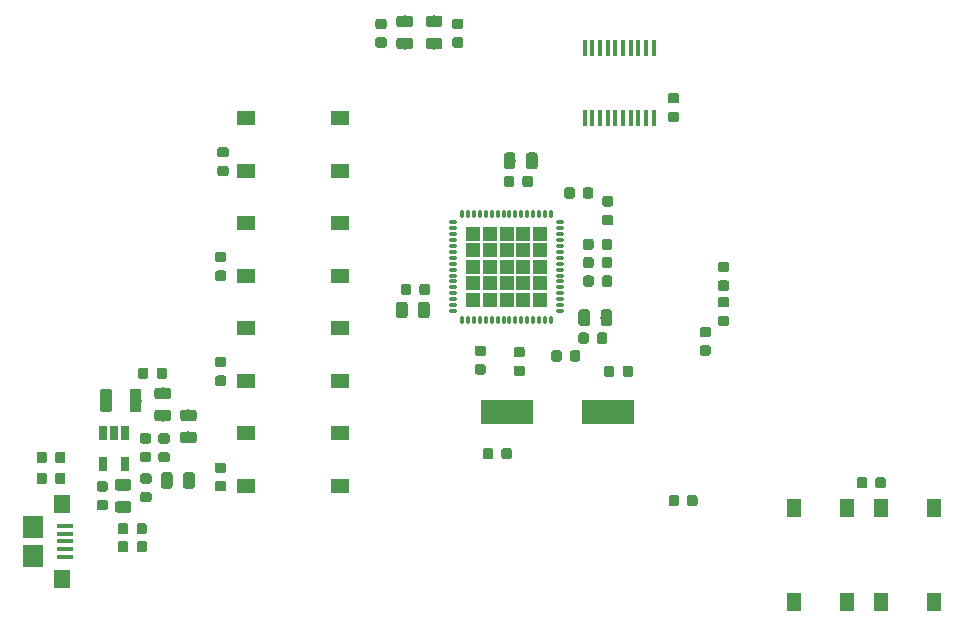
<source format=gbr>
G04 #@! TF.GenerationSoftware,KiCad,Pcbnew,(5.1.0)*
G04 #@! TF.CreationDate,2019-04-19T11:09:27+02:00*
G04 #@! TF.ProjectId,kicon19-badge,6b69636f-6e31-4392-9d62-616467652e6b,rev?*
G04 #@! TF.SameCoordinates,Original*
G04 #@! TF.FileFunction,Paste,Top*
G04 #@! TF.FilePolarity,Positive*
%FSLAX46Y46*%
G04 Gerber Fmt 4.6, Leading zero omitted, Abs format (unit mm)*
G04 Created by KiCad (PCBNEW (5.1.0)) date 2019-04-19 11:09:27*
%MOMM*%
%LPD*%
G04 APERTURE LIST*
%ADD10C,0.100000*%
%ADD11C,0.875000*%
%ADD12R,1.550000X1.300000*%
%ADD13R,1.300000X1.550000*%
%ADD14C,1.000000*%
%ADD15C,0.975000*%
%ADD16R,0.450000X1.450000*%
%ADD17R,4.500000X2.000000*%
%ADD18R,1.190000X1.190000*%
%ADD19O,0.300000X0.800000*%
%ADD20O,0.800000X0.300000*%
%ADD21R,0.650000X1.220000*%
%ADD22R,1.700000X1.900000*%
%ADD23R,1.400000X1.600000*%
%ADD24R,1.350000X0.400000*%
G04 APERTURE END LIST*
D10*
G36*
X166277691Y-97576053D02*
G01*
X166298926Y-97579203D01*
X166319750Y-97584419D01*
X166339962Y-97591651D01*
X166359368Y-97600830D01*
X166377781Y-97611866D01*
X166395024Y-97624654D01*
X166410930Y-97639070D01*
X166425346Y-97654976D01*
X166438134Y-97672219D01*
X166449170Y-97690632D01*
X166458349Y-97710038D01*
X166465581Y-97730250D01*
X166470797Y-97751074D01*
X166473947Y-97772309D01*
X166475000Y-97793750D01*
X166475000Y-98231250D01*
X166473947Y-98252691D01*
X166470797Y-98273926D01*
X166465581Y-98294750D01*
X166458349Y-98314962D01*
X166449170Y-98334368D01*
X166438134Y-98352781D01*
X166425346Y-98370024D01*
X166410930Y-98385930D01*
X166395024Y-98400346D01*
X166377781Y-98413134D01*
X166359368Y-98424170D01*
X166339962Y-98433349D01*
X166319750Y-98440581D01*
X166298926Y-98445797D01*
X166277691Y-98448947D01*
X166256250Y-98450000D01*
X165743750Y-98450000D01*
X165722309Y-98448947D01*
X165701074Y-98445797D01*
X165680250Y-98440581D01*
X165660038Y-98433349D01*
X165640632Y-98424170D01*
X165622219Y-98413134D01*
X165604976Y-98400346D01*
X165589070Y-98385930D01*
X165574654Y-98370024D01*
X165561866Y-98352781D01*
X165550830Y-98334368D01*
X165541651Y-98314962D01*
X165534419Y-98294750D01*
X165529203Y-98273926D01*
X165526053Y-98252691D01*
X165525000Y-98231250D01*
X165525000Y-97793750D01*
X165526053Y-97772309D01*
X165529203Y-97751074D01*
X165534419Y-97730250D01*
X165541651Y-97710038D01*
X165550830Y-97690632D01*
X165561866Y-97672219D01*
X165574654Y-97654976D01*
X165589070Y-97639070D01*
X165604976Y-97624654D01*
X165622219Y-97611866D01*
X165640632Y-97600830D01*
X165660038Y-97591651D01*
X165680250Y-97584419D01*
X165701074Y-97579203D01*
X165722309Y-97576053D01*
X165743750Y-97575000D01*
X166256250Y-97575000D01*
X166277691Y-97576053D01*
X166277691Y-97576053D01*
G37*
D11*
X166000000Y-98012500D03*
D10*
G36*
X166277691Y-99151053D02*
G01*
X166298926Y-99154203D01*
X166319750Y-99159419D01*
X166339962Y-99166651D01*
X166359368Y-99175830D01*
X166377781Y-99186866D01*
X166395024Y-99199654D01*
X166410930Y-99214070D01*
X166425346Y-99229976D01*
X166438134Y-99247219D01*
X166449170Y-99265632D01*
X166458349Y-99285038D01*
X166465581Y-99305250D01*
X166470797Y-99326074D01*
X166473947Y-99347309D01*
X166475000Y-99368750D01*
X166475000Y-99806250D01*
X166473947Y-99827691D01*
X166470797Y-99848926D01*
X166465581Y-99869750D01*
X166458349Y-99889962D01*
X166449170Y-99909368D01*
X166438134Y-99927781D01*
X166425346Y-99945024D01*
X166410930Y-99960930D01*
X166395024Y-99975346D01*
X166377781Y-99988134D01*
X166359368Y-99999170D01*
X166339962Y-100008349D01*
X166319750Y-100015581D01*
X166298926Y-100020797D01*
X166277691Y-100023947D01*
X166256250Y-100025000D01*
X165743750Y-100025000D01*
X165722309Y-100023947D01*
X165701074Y-100020797D01*
X165680250Y-100015581D01*
X165660038Y-100008349D01*
X165640632Y-99999170D01*
X165622219Y-99988134D01*
X165604976Y-99975346D01*
X165589070Y-99960930D01*
X165574654Y-99945024D01*
X165561866Y-99927781D01*
X165550830Y-99909368D01*
X165541651Y-99889962D01*
X165534419Y-99869750D01*
X165529203Y-99848926D01*
X165526053Y-99827691D01*
X165525000Y-99806250D01*
X165525000Y-99368750D01*
X165526053Y-99347309D01*
X165529203Y-99326074D01*
X165534419Y-99305250D01*
X165541651Y-99285038D01*
X165550830Y-99265632D01*
X165561866Y-99247219D01*
X165574654Y-99229976D01*
X165589070Y-99214070D01*
X165604976Y-99199654D01*
X165622219Y-99186866D01*
X165640632Y-99175830D01*
X165660038Y-99166651D01*
X165680250Y-99159419D01*
X165701074Y-99154203D01*
X165722309Y-99151053D01*
X165743750Y-99150000D01*
X166256250Y-99150000D01*
X166277691Y-99151053D01*
X166277691Y-99151053D01*
G37*
D11*
X166000000Y-99587500D03*
D10*
G36*
X164727691Y-100088553D02*
G01*
X164748926Y-100091703D01*
X164769750Y-100096919D01*
X164789962Y-100104151D01*
X164809368Y-100113330D01*
X164827781Y-100124366D01*
X164845024Y-100137154D01*
X164860930Y-100151570D01*
X164875346Y-100167476D01*
X164888134Y-100184719D01*
X164899170Y-100203132D01*
X164908349Y-100222538D01*
X164915581Y-100242750D01*
X164920797Y-100263574D01*
X164923947Y-100284809D01*
X164925000Y-100306250D01*
X164925000Y-100743750D01*
X164923947Y-100765191D01*
X164920797Y-100786426D01*
X164915581Y-100807250D01*
X164908349Y-100827462D01*
X164899170Y-100846868D01*
X164888134Y-100865281D01*
X164875346Y-100882524D01*
X164860930Y-100898430D01*
X164845024Y-100912846D01*
X164827781Y-100925634D01*
X164809368Y-100936670D01*
X164789962Y-100945849D01*
X164769750Y-100953081D01*
X164748926Y-100958297D01*
X164727691Y-100961447D01*
X164706250Y-100962500D01*
X164193750Y-100962500D01*
X164172309Y-100961447D01*
X164151074Y-100958297D01*
X164130250Y-100953081D01*
X164110038Y-100945849D01*
X164090632Y-100936670D01*
X164072219Y-100925634D01*
X164054976Y-100912846D01*
X164039070Y-100898430D01*
X164024654Y-100882524D01*
X164011866Y-100865281D01*
X164000830Y-100846868D01*
X163991651Y-100827462D01*
X163984419Y-100807250D01*
X163979203Y-100786426D01*
X163976053Y-100765191D01*
X163975000Y-100743750D01*
X163975000Y-100306250D01*
X163976053Y-100284809D01*
X163979203Y-100263574D01*
X163984419Y-100242750D01*
X163991651Y-100222538D01*
X164000830Y-100203132D01*
X164011866Y-100184719D01*
X164024654Y-100167476D01*
X164039070Y-100151570D01*
X164054976Y-100137154D01*
X164072219Y-100124366D01*
X164090632Y-100113330D01*
X164110038Y-100104151D01*
X164130250Y-100096919D01*
X164151074Y-100091703D01*
X164172309Y-100088553D01*
X164193750Y-100087500D01*
X164706250Y-100087500D01*
X164727691Y-100088553D01*
X164727691Y-100088553D01*
G37*
D11*
X164450000Y-100525000D03*
D10*
G36*
X164727691Y-101663553D02*
G01*
X164748926Y-101666703D01*
X164769750Y-101671919D01*
X164789962Y-101679151D01*
X164809368Y-101688330D01*
X164827781Y-101699366D01*
X164845024Y-101712154D01*
X164860930Y-101726570D01*
X164875346Y-101742476D01*
X164888134Y-101759719D01*
X164899170Y-101778132D01*
X164908349Y-101797538D01*
X164915581Y-101817750D01*
X164920797Y-101838574D01*
X164923947Y-101859809D01*
X164925000Y-101881250D01*
X164925000Y-102318750D01*
X164923947Y-102340191D01*
X164920797Y-102361426D01*
X164915581Y-102382250D01*
X164908349Y-102402462D01*
X164899170Y-102421868D01*
X164888134Y-102440281D01*
X164875346Y-102457524D01*
X164860930Y-102473430D01*
X164845024Y-102487846D01*
X164827781Y-102500634D01*
X164809368Y-102511670D01*
X164789962Y-102520849D01*
X164769750Y-102528081D01*
X164748926Y-102533297D01*
X164727691Y-102536447D01*
X164706250Y-102537500D01*
X164193750Y-102537500D01*
X164172309Y-102536447D01*
X164151074Y-102533297D01*
X164130250Y-102528081D01*
X164110038Y-102520849D01*
X164090632Y-102511670D01*
X164072219Y-102500634D01*
X164054976Y-102487846D01*
X164039070Y-102473430D01*
X164024654Y-102457524D01*
X164011866Y-102440281D01*
X164000830Y-102421868D01*
X163991651Y-102402462D01*
X163984419Y-102382250D01*
X163979203Y-102361426D01*
X163976053Y-102340191D01*
X163975000Y-102318750D01*
X163975000Y-101881250D01*
X163976053Y-101859809D01*
X163979203Y-101838574D01*
X163984419Y-101817750D01*
X163991651Y-101797538D01*
X164000830Y-101778132D01*
X164011866Y-101759719D01*
X164024654Y-101742476D01*
X164039070Y-101726570D01*
X164054976Y-101712154D01*
X164072219Y-101699366D01*
X164090632Y-101688330D01*
X164110038Y-101679151D01*
X164130250Y-101671919D01*
X164151074Y-101666703D01*
X164172309Y-101663553D01*
X164193750Y-101662500D01*
X164706250Y-101662500D01*
X164727691Y-101663553D01*
X164727691Y-101663553D01*
G37*
D11*
X164450000Y-102100000D03*
D12*
X133500000Y-86917000D03*
X133500000Y-82417000D03*
X125540000Y-82417000D03*
X125540000Y-86917000D03*
D13*
X176450000Y-115420000D03*
X171950000Y-115420000D03*
X171950000Y-123380000D03*
X176450000Y-123380000D03*
X179300000Y-123380000D03*
X183800000Y-123380000D03*
X183800000Y-115420000D03*
X179300000Y-115420000D03*
D12*
X133500000Y-95807000D03*
X133500000Y-91307000D03*
X125540000Y-91307000D03*
X125540000Y-95807000D03*
X133500000Y-113587000D03*
X133500000Y-109087000D03*
X125540000Y-109087000D03*
X125540000Y-113587000D03*
X133500000Y-104697000D03*
X133500000Y-100197000D03*
X125540000Y-100197000D03*
X125540000Y-104697000D03*
D10*
G36*
X110091291Y-112445253D02*
G01*
X110112526Y-112448403D01*
X110133350Y-112453619D01*
X110153562Y-112460851D01*
X110172968Y-112470030D01*
X110191381Y-112481066D01*
X110208624Y-112493854D01*
X110224530Y-112508270D01*
X110238946Y-112524176D01*
X110251734Y-112541419D01*
X110262770Y-112559832D01*
X110271949Y-112579238D01*
X110279181Y-112599450D01*
X110284397Y-112620274D01*
X110287547Y-112641509D01*
X110288600Y-112662950D01*
X110288600Y-113175450D01*
X110287547Y-113196891D01*
X110284397Y-113218126D01*
X110279181Y-113238950D01*
X110271949Y-113259162D01*
X110262770Y-113278568D01*
X110251734Y-113296981D01*
X110238946Y-113314224D01*
X110224530Y-113330130D01*
X110208624Y-113344546D01*
X110191381Y-113357334D01*
X110172968Y-113368370D01*
X110153562Y-113377549D01*
X110133350Y-113384781D01*
X110112526Y-113389997D01*
X110091291Y-113393147D01*
X110069850Y-113394200D01*
X109632350Y-113394200D01*
X109610909Y-113393147D01*
X109589674Y-113389997D01*
X109568850Y-113384781D01*
X109548638Y-113377549D01*
X109529232Y-113368370D01*
X109510819Y-113357334D01*
X109493576Y-113344546D01*
X109477670Y-113330130D01*
X109463254Y-113314224D01*
X109450466Y-113296981D01*
X109439430Y-113278568D01*
X109430251Y-113259162D01*
X109423019Y-113238950D01*
X109417803Y-113218126D01*
X109414653Y-113196891D01*
X109413600Y-113175450D01*
X109413600Y-112662950D01*
X109414653Y-112641509D01*
X109417803Y-112620274D01*
X109423019Y-112599450D01*
X109430251Y-112579238D01*
X109439430Y-112559832D01*
X109450466Y-112541419D01*
X109463254Y-112524176D01*
X109477670Y-112508270D01*
X109493576Y-112493854D01*
X109510819Y-112481066D01*
X109529232Y-112470030D01*
X109548638Y-112460851D01*
X109568850Y-112453619D01*
X109589674Y-112448403D01*
X109610909Y-112445253D01*
X109632350Y-112444200D01*
X110069850Y-112444200D01*
X110091291Y-112445253D01*
X110091291Y-112445253D01*
G37*
D11*
X109851100Y-112919200D03*
D10*
G36*
X108516291Y-112445253D02*
G01*
X108537526Y-112448403D01*
X108558350Y-112453619D01*
X108578562Y-112460851D01*
X108597968Y-112470030D01*
X108616381Y-112481066D01*
X108633624Y-112493854D01*
X108649530Y-112508270D01*
X108663946Y-112524176D01*
X108676734Y-112541419D01*
X108687770Y-112559832D01*
X108696949Y-112579238D01*
X108704181Y-112599450D01*
X108709397Y-112620274D01*
X108712547Y-112641509D01*
X108713600Y-112662950D01*
X108713600Y-113175450D01*
X108712547Y-113196891D01*
X108709397Y-113218126D01*
X108704181Y-113238950D01*
X108696949Y-113259162D01*
X108687770Y-113278568D01*
X108676734Y-113296981D01*
X108663946Y-113314224D01*
X108649530Y-113330130D01*
X108633624Y-113344546D01*
X108616381Y-113357334D01*
X108597968Y-113368370D01*
X108578562Y-113377549D01*
X108558350Y-113384781D01*
X108537526Y-113389997D01*
X108516291Y-113393147D01*
X108494850Y-113394200D01*
X108057350Y-113394200D01*
X108035909Y-113393147D01*
X108014674Y-113389997D01*
X107993850Y-113384781D01*
X107973638Y-113377549D01*
X107954232Y-113368370D01*
X107935819Y-113357334D01*
X107918576Y-113344546D01*
X107902670Y-113330130D01*
X107888254Y-113314224D01*
X107875466Y-113296981D01*
X107864430Y-113278568D01*
X107855251Y-113259162D01*
X107848019Y-113238950D01*
X107842803Y-113218126D01*
X107839653Y-113196891D01*
X107838600Y-113175450D01*
X107838600Y-112662950D01*
X107839653Y-112641509D01*
X107842803Y-112620274D01*
X107848019Y-112599450D01*
X107855251Y-112579238D01*
X107864430Y-112559832D01*
X107875466Y-112541419D01*
X107888254Y-112524176D01*
X107902670Y-112508270D01*
X107918576Y-112493854D01*
X107935819Y-112481066D01*
X107954232Y-112470030D01*
X107973638Y-112460851D01*
X107993850Y-112453619D01*
X108014674Y-112448403D01*
X108035909Y-112445253D01*
X108057350Y-112444200D01*
X108494850Y-112444200D01*
X108516291Y-112445253D01*
X108516291Y-112445253D01*
G37*
D11*
X108276100Y-112919200D03*
D10*
G36*
X115405291Y-116713253D02*
G01*
X115426526Y-116716403D01*
X115447350Y-116721619D01*
X115467562Y-116728851D01*
X115486968Y-116738030D01*
X115505381Y-116749066D01*
X115522624Y-116761854D01*
X115538530Y-116776270D01*
X115552946Y-116792176D01*
X115565734Y-116809419D01*
X115576770Y-116827832D01*
X115585949Y-116847238D01*
X115593181Y-116867450D01*
X115598397Y-116888274D01*
X115601547Y-116909509D01*
X115602600Y-116930950D01*
X115602600Y-117443450D01*
X115601547Y-117464891D01*
X115598397Y-117486126D01*
X115593181Y-117506950D01*
X115585949Y-117527162D01*
X115576770Y-117546568D01*
X115565734Y-117564981D01*
X115552946Y-117582224D01*
X115538530Y-117598130D01*
X115522624Y-117612546D01*
X115505381Y-117625334D01*
X115486968Y-117636370D01*
X115467562Y-117645549D01*
X115447350Y-117652781D01*
X115426526Y-117657997D01*
X115405291Y-117661147D01*
X115383850Y-117662200D01*
X114946350Y-117662200D01*
X114924909Y-117661147D01*
X114903674Y-117657997D01*
X114882850Y-117652781D01*
X114862638Y-117645549D01*
X114843232Y-117636370D01*
X114824819Y-117625334D01*
X114807576Y-117612546D01*
X114791670Y-117598130D01*
X114777254Y-117582224D01*
X114764466Y-117564981D01*
X114753430Y-117546568D01*
X114744251Y-117527162D01*
X114737019Y-117506950D01*
X114731803Y-117486126D01*
X114728653Y-117464891D01*
X114727600Y-117443450D01*
X114727600Y-116930950D01*
X114728653Y-116909509D01*
X114731803Y-116888274D01*
X114737019Y-116867450D01*
X114744251Y-116847238D01*
X114753430Y-116827832D01*
X114764466Y-116809419D01*
X114777254Y-116792176D01*
X114791670Y-116776270D01*
X114807576Y-116761854D01*
X114824819Y-116749066D01*
X114843232Y-116738030D01*
X114862638Y-116728851D01*
X114882850Y-116721619D01*
X114903674Y-116716403D01*
X114924909Y-116713253D01*
X114946350Y-116712200D01*
X115383850Y-116712200D01*
X115405291Y-116713253D01*
X115405291Y-116713253D01*
G37*
D11*
X115165100Y-117187200D03*
D10*
G36*
X116980291Y-116713253D02*
G01*
X117001526Y-116716403D01*
X117022350Y-116721619D01*
X117042562Y-116728851D01*
X117061968Y-116738030D01*
X117080381Y-116749066D01*
X117097624Y-116761854D01*
X117113530Y-116776270D01*
X117127946Y-116792176D01*
X117140734Y-116809419D01*
X117151770Y-116827832D01*
X117160949Y-116847238D01*
X117168181Y-116867450D01*
X117173397Y-116888274D01*
X117176547Y-116909509D01*
X117177600Y-116930950D01*
X117177600Y-117443450D01*
X117176547Y-117464891D01*
X117173397Y-117486126D01*
X117168181Y-117506950D01*
X117160949Y-117527162D01*
X117151770Y-117546568D01*
X117140734Y-117564981D01*
X117127946Y-117582224D01*
X117113530Y-117598130D01*
X117097624Y-117612546D01*
X117080381Y-117625334D01*
X117061968Y-117636370D01*
X117042562Y-117645549D01*
X117022350Y-117652781D01*
X117001526Y-117657997D01*
X116980291Y-117661147D01*
X116958850Y-117662200D01*
X116521350Y-117662200D01*
X116499909Y-117661147D01*
X116478674Y-117657997D01*
X116457850Y-117652781D01*
X116437638Y-117645549D01*
X116418232Y-117636370D01*
X116399819Y-117625334D01*
X116382576Y-117612546D01*
X116366670Y-117598130D01*
X116352254Y-117582224D01*
X116339466Y-117564981D01*
X116328430Y-117546568D01*
X116319251Y-117527162D01*
X116312019Y-117506950D01*
X116306803Y-117486126D01*
X116303653Y-117464891D01*
X116302600Y-117443450D01*
X116302600Y-116930950D01*
X116303653Y-116909509D01*
X116306803Y-116888274D01*
X116312019Y-116867450D01*
X116319251Y-116847238D01*
X116328430Y-116827832D01*
X116339466Y-116809419D01*
X116352254Y-116792176D01*
X116366670Y-116776270D01*
X116382576Y-116761854D01*
X116399819Y-116749066D01*
X116418232Y-116738030D01*
X116437638Y-116728851D01*
X116457850Y-116721619D01*
X116478674Y-116716403D01*
X116499909Y-116713253D01*
X116521350Y-116712200D01*
X116958850Y-116712200D01*
X116980291Y-116713253D01*
X116980291Y-116713253D01*
G37*
D11*
X116740100Y-117187200D03*
D10*
G36*
X115405291Y-118226053D02*
G01*
X115426526Y-118229203D01*
X115447350Y-118234419D01*
X115467562Y-118241651D01*
X115486968Y-118250830D01*
X115505381Y-118261866D01*
X115522624Y-118274654D01*
X115538530Y-118289070D01*
X115552946Y-118304976D01*
X115565734Y-118322219D01*
X115576770Y-118340632D01*
X115585949Y-118360038D01*
X115593181Y-118380250D01*
X115598397Y-118401074D01*
X115601547Y-118422309D01*
X115602600Y-118443750D01*
X115602600Y-118956250D01*
X115601547Y-118977691D01*
X115598397Y-118998926D01*
X115593181Y-119019750D01*
X115585949Y-119039962D01*
X115576770Y-119059368D01*
X115565734Y-119077781D01*
X115552946Y-119095024D01*
X115538530Y-119110930D01*
X115522624Y-119125346D01*
X115505381Y-119138134D01*
X115486968Y-119149170D01*
X115467562Y-119158349D01*
X115447350Y-119165581D01*
X115426526Y-119170797D01*
X115405291Y-119173947D01*
X115383850Y-119175000D01*
X114946350Y-119175000D01*
X114924909Y-119173947D01*
X114903674Y-119170797D01*
X114882850Y-119165581D01*
X114862638Y-119158349D01*
X114843232Y-119149170D01*
X114824819Y-119138134D01*
X114807576Y-119125346D01*
X114791670Y-119110930D01*
X114777254Y-119095024D01*
X114764466Y-119077781D01*
X114753430Y-119059368D01*
X114744251Y-119039962D01*
X114737019Y-119019750D01*
X114731803Y-118998926D01*
X114728653Y-118977691D01*
X114727600Y-118956250D01*
X114727600Y-118443750D01*
X114728653Y-118422309D01*
X114731803Y-118401074D01*
X114737019Y-118380250D01*
X114744251Y-118360038D01*
X114753430Y-118340632D01*
X114764466Y-118322219D01*
X114777254Y-118304976D01*
X114791670Y-118289070D01*
X114807576Y-118274654D01*
X114824819Y-118261866D01*
X114843232Y-118250830D01*
X114862638Y-118241651D01*
X114882850Y-118234419D01*
X114903674Y-118229203D01*
X114924909Y-118226053D01*
X114946350Y-118225000D01*
X115383850Y-118225000D01*
X115405291Y-118226053D01*
X115405291Y-118226053D01*
G37*
D11*
X115165100Y-118700000D03*
D10*
G36*
X116980291Y-118226053D02*
G01*
X117001526Y-118229203D01*
X117022350Y-118234419D01*
X117042562Y-118241651D01*
X117061968Y-118250830D01*
X117080381Y-118261866D01*
X117097624Y-118274654D01*
X117113530Y-118289070D01*
X117127946Y-118304976D01*
X117140734Y-118322219D01*
X117151770Y-118340632D01*
X117160949Y-118360038D01*
X117168181Y-118380250D01*
X117173397Y-118401074D01*
X117176547Y-118422309D01*
X117177600Y-118443750D01*
X117177600Y-118956250D01*
X117176547Y-118977691D01*
X117173397Y-118998926D01*
X117168181Y-119019750D01*
X117160949Y-119039962D01*
X117151770Y-119059368D01*
X117140734Y-119077781D01*
X117127946Y-119095024D01*
X117113530Y-119110930D01*
X117097624Y-119125346D01*
X117080381Y-119138134D01*
X117061968Y-119149170D01*
X117042562Y-119158349D01*
X117022350Y-119165581D01*
X117001526Y-119170797D01*
X116980291Y-119173947D01*
X116958850Y-119175000D01*
X116521350Y-119175000D01*
X116499909Y-119173947D01*
X116478674Y-119170797D01*
X116457850Y-119165581D01*
X116437638Y-119158349D01*
X116418232Y-119149170D01*
X116399819Y-119138134D01*
X116382576Y-119125346D01*
X116366670Y-119110930D01*
X116352254Y-119095024D01*
X116339466Y-119077781D01*
X116328430Y-119059368D01*
X116319251Y-119039962D01*
X116312019Y-119019750D01*
X116306803Y-118998926D01*
X116303653Y-118977691D01*
X116302600Y-118956250D01*
X116302600Y-118443750D01*
X116303653Y-118422309D01*
X116306803Y-118401074D01*
X116312019Y-118380250D01*
X116319251Y-118360038D01*
X116328430Y-118340632D01*
X116339466Y-118322219D01*
X116352254Y-118304976D01*
X116366670Y-118289070D01*
X116382576Y-118274654D01*
X116399819Y-118261866D01*
X116418232Y-118250830D01*
X116437638Y-118241651D01*
X116457850Y-118234419D01*
X116478674Y-118229203D01*
X116499909Y-118226053D01*
X116521350Y-118225000D01*
X116958850Y-118225000D01*
X116980291Y-118226053D01*
X116980291Y-118226053D01*
G37*
D11*
X116740100Y-118700000D03*
D10*
G36*
X162027691Y-114326053D02*
G01*
X162048926Y-114329203D01*
X162069750Y-114334419D01*
X162089962Y-114341651D01*
X162109368Y-114350830D01*
X162127781Y-114361866D01*
X162145024Y-114374654D01*
X162160930Y-114389070D01*
X162175346Y-114404976D01*
X162188134Y-114422219D01*
X162199170Y-114440632D01*
X162208349Y-114460038D01*
X162215581Y-114480250D01*
X162220797Y-114501074D01*
X162223947Y-114522309D01*
X162225000Y-114543750D01*
X162225000Y-115056250D01*
X162223947Y-115077691D01*
X162220797Y-115098926D01*
X162215581Y-115119750D01*
X162208349Y-115139962D01*
X162199170Y-115159368D01*
X162188134Y-115177781D01*
X162175346Y-115195024D01*
X162160930Y-115210930D01*
X162145024Y-115225346D01*
X162127781Y-115238134D01*
X162109368Y-115249170D01*
X162089962Y-115258349D01*
X162069750Y-115265581D01*
X162048926Y-115270797D01*
X162027691Y-115273947D01*
X162006250Y-115275000D01*
X161568750Y-115275000D01*
X161547309Y-115273947D01*
X161526074Y-115270797D01*
X161505250Y-115265581D01*
X161485038Y-115258349D01*
X161465632Y-115249170D01*
X161447219Y-115238134D01*
X161429976Y-115225346D01*
X161414070Y-115210930D01*
X161399654Y-115195024D01*
X161386866Y-115177781D01*
X161375830Y-115159368D01*
X161366651Y-115139962D01*
X161359419Y-115119750D01*
X161354203Y-115098926D01*
X161351053Y-115077691D01*
X161350000Y-115056250D01*
X161350000Y-114543750D01*
X161351053Y-114522309D01*
X161354203Y-114501074D01*
X161359419Y-114480250D01*
X161366651Y-114460038D01*
X161375830Y-114440632D01*
X161386866Y-114422219D01*
X161399654Y-114404976D01*
X161414070Y-114389070D01*
X161429976Y-114374654D01*
X161447219Y-114361866D01*
X161465632Y-114350830D01*
X161485038Y-114341651D01*
X161505250Y-114334419D01*
X161526074Y-114329203D01*
X161547309Y-114326053D01*
X161568750Y-114325000D01*
X162006250Y-114325000D01*
X162027691Y-114326053D01*
X162027691Y-114326053D01*
G37*
D11*
X161787500Y-114800000D03*
D10*
G36*
X163602691Y-114326053D02*
G01*
X163623926Y-114329203D01*
X163644750Y-114334419D01*
X163664962Y-114341651D01*
X163684368Y-114350830D01*
X163702781Y-114361866D01*
X163720024Y-114374654D01*
X163735930Y-114389070D01*
X163750346Y-114404976D01*
X163763134Y-114422219D01*
X163774170Y-114440632D01*
X163783349Y-114460038D01*
X163790581Y-114480250D01*
X163795797Y-114501074D01*
X163798947Y-114522309D01*
X163800000Y-114543750D01*
X163800000Y-115056250D01*
X163798947Y-115077691D01*
X163795797Y-115098926D01*
X163790581Y-115119750D01*
X163783349Y-115139962D01*
X163774170Y-115159368D01*
X163763134Y-115177781D01*
X163750346Y-115195024D01*
X163735930Y-115210930D01*
X163720024Y-115225346D01*
X163702781Y-115238134D01*
X163684368Y-115249170D01*
X163664962Y-115258349D01*
X163644750Y-115265581D01*
X163623926Y-115270797D01*
X163602691Y-115273947D01*
X163581250Y-115275000D01*
X163143750Y-115275000D01*
X163122309Y-115273947D01*
X163101074Y-115270797D01*
X163080250Y-115265581D01*
X163060038Y-115258349D01*
X163040632Y-115249170D01*
X163022219Y-115238134D01*
X163004976Y-115225346D01*
X162989070Y-115210930D01*
X162974654Y-115195024D01*
X162961866Y-115177781D01*
X162950830Y-115159368D01*
X162941651Y-115139962D01*
X162934419Y-115119750D01*
X162929203Y-115098926D01*
X162926053Y-115077691D01*
X162925000Y-115056250D01*
X162925000Y-114543750D01*
X162926053Y-114522309D01*
X162929203Y-114501074D01*
X162934419Y-114480250D01*
X162941651Y-114460038D01*
X162950830Y-114440632D01*
X162961866Y-114422219D01*
X162974654Y-114404976D01*
X162989070Y-114389070D01*
X163004976Y-114374654D01*
X163022219Y-114361866D01*
X163040632Y-114350830D01*
X163060038Y-114341651D01*
X163080250Y-114334419D01*
X163101074Y-114329203D01*
X163122309Y-114326053D01*
X163143750Y-114325000D01*
X163581250Y-114325000D01*
X163602691Y-114326053D01*
X163602691Y-114326053D01*
G37*
D11*
X163362500Y-114800000D03*
D10*
G36*
X117102691Y-103551053D02*
G01*
X117123926Y-103554203D01*
X117144750Y-103559419D01*
X117164962Y-103566651D01*
X117184368Y-103575830D01*
X117202781Y-103586866D01*
X117220024Y-103599654D01*
X117235930Y-103614070D01*
X117250346Y-103629976D01*
X117263134Y-103647219D01*
X117274170Y-103665632D01*
X117283349Y-103685038D01*
X117290581Y-103705250D01*
X117295797Y-103726074D01*
X117298947Y-103747309D01*
X117300000Y-103768750D01*
X117300000Y-104281250D01*
X117298947Y-104302691D01*
X117295797Y-104323926D01*
X117290581Y-104344750D01*
X117283349Y-104364962D01*
X117274170Y-104384368D01*
X117263134Y-104402781D01*
X117250346Y-104420024D01*
X117235930Y-104435930D01*
X117220024Y-104450346D01*
X117202781Y-104463134D01*
X117184368Y-104474170D01*
X117164962Y-104483349D01*
X117144750Y-104490581D01*
X117123926Y-104495797D01*
X117102691Y-104498947D01*
X117081250Y-104500000D01*
X116643750Y-104500000D01*
X116622309Y-104498947D01*
X116601074Y-104495797D01*
X116580250Y-104490581D01*
X116560038Y-104483349D01*
X116540632Y-104474170D01*
X116522219Y-104463134D01*
X116504976Y-104450346D01*
X116489070Y-104435930D01*
X116474654Y-104420024D01*
X116461866Y-104402781D01*
X116450830Y-104384368D01*
X116441651Y-104364962D01*
X116434419Y-104344750D01*
X116429203Y-104323926D01*
X116426053Y-104302691D01*
X116425000Y-104281250D01*
X116425000Y-103768750D01*
X116426053Y-103747309D01*
X116429203Y-103726074D01*
X116434419Y-103705250D01*
X116441651Y-103685038D01*
X116450830Y-103665632D01*
X116461866Y-103647219D01*
X116474654Y-103629976D01*
X116489070Y-103614070D01*
X116504976Y-103599654D01*
X116522219Y-103586866D01*
X116540632Y-103575830D01*
X116560038Y-103566651D01*
X116580250Y-103559419D01*
X116601074Y-103554203D01*
X116622309Y-103551053D01*
X116643750Y-103550000D01*
X117081250Y-103550000D01*
X117102691Y-103551053D01*
X117102691Y-103551053D01*
G37*
D11*
X116862500Y-104025000D03*
D10*
G36*
X118677691Y-103551053D02*
G01*
X118698926Y-103554203D01*
X118719750Y-103559419D01*
X118739962Y-103566651D01*
X118759368Y-103575830D01*
X118777781Y-103586866D01*
X118795024Y-103599654D01*
X118810930Y-103614070D01*
X118825346Y-103629976D01*
X118838134Y-103647219D01*
X118849170Y-103665632D01*
X118858349Y-103685038D01*
X118865581Y-103705250D01*
X118870797Y-103726074D01*
X118873947Y-103747309D01*
X118875000Y-103768750D01*
X118875000Y-104281250D01*
X118873947Y-104302691D01*
X118870797Y-104323926D01*
X118865581Y-104344750D01*
X118858349Y-104364962D01*
X118849170Y-104384368D01*
X118838134Y-104402781D01*
X118825346Y-104420024D01*
X118810930Y-104435930D01*
X118795024Y-104450346D01*
X118777781Y-104463134D01*
X118759368Y-104474170D01*
X118739962Y-104483349D01*
X118719750Y-104490581D01*
X118698926Y-104495797D01*
X118677691Y-104498947D01*
X118656250Y-104500000D01*
X118218750Y-104500000D01*
X118197309Y-104498947D01*
X118176074Y-104495797D01*
X118155250Y-104490581D01*
X118135038Y-104483349D01*
X118115632Y-104474170D01*
X118097219Y-104463134D01*
X118079976Y-104450346D01*
X118064070Y-104435930D01*
X118049654Y-104420024D01*
X118036866Y-104402781D01*
X118025830Y-104384368D01*
X118016651Y-104364962D01*
X118009419Y-104344750D01*
X118004203Y-104323926D01*
X118001053Y-104302691D01*
X118000000Y-104281250D01*
X118000000Y-103768750D01*
X118001053Y-103747309D01*
X118004203Y-103726074D01*
X118009419Y-103705250D01*
X118016651Y-103685038D01*
X118025830Y-103665632D01*
X118036866Y-103647219D01*
X118049654Y-103629976D01*
X118064070Y-103614070D01*
X118079976Y-103599654D01*
X118097219Y-103586866D01*
X118115632Y-103575830D01*
X118135038Y-103566651D01*
X118155250Y-103559419D01*
X118176074Y-103554203D01*
X118197309Y-103551053D01*
X118218750Y-103550000D01*
X118656250Y-103550000D01*
X118677691Y-103551053D01*
X118677691Y-103551053D01*
G37*
D11*
X118437500Y-104025000D03*
D10*
G36*
X117377691Y-112498853D02*
G01*
X117398926Y-112502003D01*
X117419750Y-112507219D01*
X117439962Y-112514451D01*
X117459368Y-112523630D01*
X117477781Y-112534666D01*
X117495024Y-112547454D01*
X117510930Y-112561870D01*
X117525346Y-112577776D01*
X117538134Y-112595019D01*
X117549170Y-112613432D01*
X117558349Y-112632838D01*
X117565581Y-112653050D01*
X117570797Y-112673874D01*
X117573947Y-112695109D01*
X117575000Y-112716550D01*
X117575000Y-113154050D01*
X117573947Y-113175491D01*
X117570797Y-113196726D01*
X117565581Y-113217550D01*
X117558349Y-113237762D01*
X117549170Y-113257168D01*
X117538134Y-113275581D01*
X117525346Y-113292824D01*
X117510930Y-113308730D01*
X117495024Y-113323146D01*
X117477781Y-113335934D01*
X117459368Y-113346970D01*
X117439962Y-113356149D01*
X117419750Y-113363381D01*
X117398926Y-113368597D01*
X117377691Y-113371747D01*
X117356250Y-113372800D01*
X116843750Y-113372800D01*
X116822309Y-113371747D01*
X116801074Y-113368597D01*
X116780250Y-113363381D01*
X116760038Y-113356149D01*
X116740632Y-113346970D01*
X116722219Y-113335934D01*
X116704976Y-113323146D01*
X116689070Y-113308730D01*
X116674654Y-113292824D01*
X116661866Y-113275581D01*
X116650830Y-113257168D01*
X116641651Y-113237762D01*
X116634419Y-113217550D01*
X116629203Y-113196726D01*
X116626053Y-113175491D01*
X116625000Y-113154050D01*
X116625000Y-112716550D01*
X116626053Y-112695109D01*
X116629203Y-112673874D01*
X116634419Y-112653050D01*
X116641651Y-112632838D01*
X116650830Y-112613432D01*
X116661866Y-112595019D01*
X116674654Y-112577776D01*
X116689070Y-112561870D01*
X116704976Y-112547454D01*
X116722219Y-112534666D01*
X116740632Y-112523630D01*
X116760038Y-112514451D01*
X116780250Y-112507219D01*
X116801074Y-112502003D01*
X116822309Y-112498853D01*
X116843750Y-112497800D01*
X117356250Y-112497800D01*
X117377691Y-112498853D01*
X117377691Y-112498853D01*
G37*
D11*
X117100000Y-112935300D03*
D10*
G36*
X117377691Y-114073853D02*
G01*
X117398926Y-114077003D01*
X117419750Y-114082219D01*
X117439962Y-114089451D01*
X117459368Y-114098630D01*
X117477781Y-114109666D01*
X117495024Y-114122454D01*
X117510930Y-114136870D01*
X117525346Y-114152776D01*
X117538134Y-114170019D01*
X117549170Y-114188432D01*
X117558349Y-114207838D01*
X117565581Y-114228050D01*
X117570797Y-114248874D01*
X117573947Y-114270109D01*
X117575000Y-114291550D01*
X117575000Y-114729050D01*
X117573947Y-114750491D01*
X117570797Y-114771726D01*
X117565581Y-114792550D01*
X117558349Y-114812762D01*
X117549170Y-114832168D01*
X117538134Y-114850581D01*
X117525346Y-114867824D01*
X117510930Y-114883730D01*
X117495024Y-114898146D01*
X117477781Y-114910934D01*
X117459368Y-114921970D01*
X117439962Y-114931149D01*
X117419750Y-114938381D01*
X117398926Y-114943597D01*
X117377691Y-114946747D01*
X117356250Y-114947800D01*
X116843750Y-114947800D01*
X116822309Y-114946747D01*
X116801074Y-114943597D01*
X116780250Y-114938381D01*
X116760038Y-114931149D01*
X116740632Y-114921970D01*
X116722219Y-114910934D01*
X116704976Y-114898146D01*
X116689070Y-114883730D01*
X116674654Y-114867824D01*
X116661866Y-114850581D01*
X116650830Y-114832168D01*
X116641651Y-114812762D01*
X116634419Y-114792550D01*
X116629203Y-114771726D01*
X116626053Y-114750491D01*
X116625000Y-114729050D01*
X116625000Y-114291550D01*
X116626053Y-114270109D01*
X116629203Y-114248874D01*
X116634419Y-114228050D01*
X116641651Y-114207838D01*
X116650830Y-114188432D01*
X116661866Y-114170019D01*
X116674654Y-114152776D01*
X116689070Y-114136870D01*
X116704976Y-114122454D01*
X116722219Y-114109666D01*
X116740632Y-114098630D01*
X116760038Y-114089451D01*
X116780250Y-114082219D01*
X116801074Y-114077003D01*
X116822309Y-114073853D01*
X116843750Y-114072800D01*
X117356250Y-114072800D01*
X117377691Y-114073853D01*
X117377691Y-114073853D01*
G37*
D11*
X117100000Y-114510300D03*
D10*
G36*
X117334091Y-109095253D02*
G01*
X117355326Y-109098403D01*
X117376150Y-109103619D01*
X117396362Y-109110851D01*
X117415768Y-109120030D01*
X117434181Y-109131066D01*
X117451424Y-109143854D01*
X117467330Y-109158270D01*
X117481746Y-109174176D01*
X117494534Y-109191419D01*
X117505570Y-109209832D01*
X117514749Y-109229238D01*
X117521981Y-109249450D01*
X117527197Y-109270274D01*
X117530347Y-109291509D01*
X117531400Y-109312950D01*
X117531400Y-109750450D01*
X117530347Y-109771891D01*
X117527197Y-109793126D01*
X117521981Y-109813950D01*
X117514749Y-109834162D01*
X117505570Y-109853568D01*
X117494534Y-109871981D01*
X117481746Y-109889224D01*
X117467330Y-109905130D01*
X117451424Y-109919546D01*
X117434181Y-109932334D01*
X117415768Y-109943370D01*
X117396362Y-109952549D01*
X117376150Y-109959781D01*
X117355326Y-109964997D01*
X117334091Y-109968147D01*
X117312650Y-109969200D01*
X116800150Y-109969200D01*
X116778709Y-109968147D01*
X116757474Y-109964997D01*
X116736650Y-109959781D01*
X116716438Y-109952549D01*
X116697032Y-109943370D01*
X116678619Y-109932334D01*
X116661376Y-109919546D01*
X116645470Y-109905130D01*
X116631054Y-109889224D01*
X116618266Y-109871981D01*
X116607230Y-109853568D01*
X116598051Y-109834162D01*
X116590819Y-109813950D01*
X116585603Y-109793126D01*
X116582453Y-109771891D01*
X116581400Y-109750450D01*
X116581400Y-109312950D01*
X116582453Y-109291509D01*
X116585603Y-109270274D01*
X116590819Y-109249450D01*
X116598051Y-109229238D01*
X116607230Y-109209832D01*
X116618266Y-109191419D01*
X116631054Y-109174176D01*
X116645470Y-109158270D01*
X116661376Y-109143854D01*
X116678619Y-109131066D01*
X116697032Y-109120030D01*
X116716438Y-109110851D01*
X116736650Y-109103619D01*
X116757474Y-109098403D01*
X116778709Y-109095253D01*
X116800150Y-109094200D01*
X117312650Y-109094200D01*
X117334091Y-109095253D01*
X117334091Y-109095253D01*
G37*
D11*
X117056400Y-109531700D03*
D10*
G36*
X117334091Y-110670253D02*
G01*
X117355326Y-110673403D01*
X117376150Y-110678619D01*
X117396362Y-110685851D01*
X117415768Y-110695030D01*
X117434181Y-110706066D01*
X117451424Y-110718854D01*
X117467330Y-110733270D01*
X117481746Y-110749176D01*
X117494534Y-110766419D01*
X117505570Y-110784832D01*
X117514749Y-110804238D01*
X117521981Y-110824450D01*
X117527197Y-110845274D01*
X117530347Y-110866509D01*
X117531400Y-110887950D01*
X117531400Y-111325450D01*
X117530347Y-111346891D01*
X117527197Y-111368126D01*
X117521981Y-111388950D01*
X117514749Y-111409162D01*
X117505570Y-111428568D01*
X117494534Y-111446981D01*
X117481746Y-111464224D01*
X117467330Y-111480130D01*
X117451424Y-111494546D01*
X117434181Y-111507334D01*
X117415768Y-111518370D01*
X117396362Y-111527549D01*
X117376150Y-111534781D01*
X117355326Y-111539997D01*
X117334091Y-111543147D01*
X117312650Y-111544200D01*
X116800150Y-111544200D01*
X116778709Y-111543147D01*
X116757474Y-111539997D01*
X116736650Y-111534781D01*
X116716438Y-111527549D01*
X116697032Y-111518370D01*
X116678619Y-111507334D01*
X116661376Y-111494546D01*
X116645470Y-111480130D01*
X116631054Y-111464224D01*
X116618266Y-111446981D01*
X116607230Y-111428568D01*
X116598051Y-111409162D01*
X116590819Y-111388950D01*
X116585603Y-111368126D01*
X116582453Y-111346891D01*
X116581400Y-111325450D01*
X116581400Y-110887950D01*
X116582453Y-110866509D01*
X116585603Y-110845274D01*
X116590819Y-110824450D01*
X116598051Y-110804238D01*
X116607230Y-110784832D01*
X116618266Y-110766419D01*
X116631054Y-110749176D01*
X116645470Y-110733270D01*
X116661376Y-110718854D01*
X116678619Y-110706066D01*
X116697032Y-110695030D01*
X116716438Y-110685851D01*
X116736650Y-110678619D01*
X116757474Y-110673403D01*
X116778709Y-110670253D01*
X116800150Y-110669200D01*
X117312650Y-110669200D01*
X117334091Y-110670253D01*
X117334091Y-110670253D01*
G37*
D11*
X117056400Y-111106700D03*
D10*
G36*
X156477691Y-90601053D02*
G01*
X156498926Y-90604203D01*
X156519750Y-90609419D01*
X156539962Y-90616651D01*
X156559368Y-90625830D01*
X156577781Y-90636866D01*
X156595024Y-90649654D01*
X156610930Y-90664070D01*
X156625346Y-90679976D01*
X156638134Y-90697219D01*
X156649170Y-90715632D01*
X156658349Y-90735038D01*
X156665581Y-90755250D01*
X156670797Y-90776074D01*
X156673947Y-90797309D01*
X156675000Y-90818750D01*
X156675000Y-91256250D01*
X156673947Y-91277691D01*
X156670797Y-91298926D01*
X156665581Y-91319750D01*
X156658349Y-91339962D01*
X156649170Y-91359368D01*
X156638134Y-91377781D01*
X156625346Y-91395024D01*
X156610930Y-91410930D01*
X156595024Y-91425346D01*
X156577781Y-91438134D01*
X156559368Y-91449170D01*
X156539962Y-91458349D01*
X156519750Y-91465581D01*
X156498926Y-91470797D01*
X156477691Y-91473947D01*
X156456250Y-91475000D01*
X155943750Y-91475000D01*
X155922309Y-91473947D01*
X155901074Y-91470797D01*
X155880250Y-91465581D01*
X155860038Y-91458349D01*
X155840632Y-91449170D01*
X155822219Y-91438134D01*
X155804976Y-91425346D01*
X155789070Y-91410930D01*
X155774654Y-91395024D01*
X155761866Y-91377781D01*
X155750830Y-91359368D01*
X155741651Y-91339962D01*
X155734419Y-91319750D01*
X155729203Y-91298926D01*
X155726053Y-91277691D01*
X155725000Y-91256250D01*
X155725000Y-90818750D01*
X155726053Y-90797309D01*
X155729203Y-90776074D01*
X155734419Y-90755250D01*
X155741651Y-90735038D01*
X155750830Y-90715632D01*
X155761866Y-90697219D01*
X155774654Y-90679976D01*
X155789070Y-90664070D01*
X155804976Y-90649654D01*
X155822219Y-90636866D01*
X155840632Y-90625830D01*
X155860038Y-90616651D01*
X155880250Y-90609419D01*
X155901074Y-90604203D01*
X155922309Y-90601053D01*
X155943750Y-90600000D01*
X156456250Y-90600000D01*
X156477691Y-90601053D01*
X156477691Y-90601053D01*
G37*
D11*
X156200000Y-91037500D03*
D10*
G36*
X156477691Y-89026053D02*
G01*
X156498926Y-89029203D01*
X156519750Y-89034419D01*
X156539962Y-89041651D01*
X156559368Y-89050830D01*
X156577781Y-89061866D01*
X156595024Y-89074654D01*
X156610930Y-89089070D01*
X156625346Y-89104976D01*
X156638134Y-89122219D01*
X156649170Y-89140632D01*
X156658349Y-89160038D01*
X156665581Y-89180250D01*
X156670797Y-89201074D01*
X156673947Y-89222309D01*
X156675000Y-89243750D01*
X156675000Y-89681250D01*
X156673947Y-89702691D01*
X156670797Y-89723926D01*
X156665581Y-89744750D01*
X156658349Y-89764962D01*
X156649170Y-89784368D01*
X156638134Y-89802781D01*
X156625346Y-89820024D01*
X156610930Y-89835930D01*
X156595024Y-89850346D01*
X156577781Y-89863134D01*
X156559368Y-89874170D01*
X156539962Y-89883349D01*
X156519750Y-89890581D01*
X156498926Y-89895797D01*
X156477691Y-89898947D01*
X156456250Y-89900000D01*
X155943750Y-89900000D01*
X155922309Y-89898947D01*
X155901074Y-89895797D01*
X155880250Y-89890581D01*
X155860038Y-89883349D01*
X155840632Y-89874170D01*
X155822219Y-89863134D01*
X155804976Y-89850346D01*
X155789070Y-89835930D01*
X155774654Y-89820024D01*
X155761866Y-89802781D01*
X155750830Y-89784368D01*
X155741651Y-89764962D01*
X155734419Y-89744750D01*
X155729203Y-89723926D01*
X155726053Y-89702691D01*
X155725000Y-89681250D01*
X155725000Y-89243750D01*
X155726053Y-89222309D01*
X155729203Y-89201074D01*
X155734419Y-89180250D01*
X155741651Y-89160038D01*
X155750830Y-89140632D01*
X155761866Y-89122219D01*
X155774654Y-89104976D01*
X155789070Y-89089070D01*
X155804976Y-89074654D01*
X155822219Y-89061866D01*
X155840632Y-89050830D01*
X155860038Y-89041651D01*
X155880250Y-89034419D01*
X155901074Y-89029203D01*
X155922309Y-89026053D01*
X155943750Y-89025000D01*
X156456250Y-89025000D01*
X156477691Y-89026053D01*
X156477691Y-89026053D01*
G37*
D11*
X156200000Y-89462500D03*
D10*
G36*
X143777691Y-75576053D02*
G01*
X143798926Y-75579203D01*
X143819750Y-75584419D01*
X143839962Y-75591651D01*
X143859368Y-75600830D01*
X143877781Y-75611866D01*
X143895024Y-75624654D01*
X143910930Y-75639070D01*
X143925346Y-75654976D01*
X143938134Y-75672219D01*
X143949170Y-75690632D01*
X143958349Y-75710038D01*
X143965581Y-75730250D01*
X143970797Y-75751074D01*
X143973947Y-75772309D01*
X143975000Y-75793750D01*
X143975000Y-76231250D01*
X143973947Y-76252691D01*
X143970797Y-76273926D01*
X143965581Y-76294750D01*
X143958349Y-76314962D01*
X143949170Y-76334368D01*
X143938134Y-76352781D01*
X143925346Y-76370024D01*
X143910930Y-76385930D01*
X143895024Y-76400346D01*
X143877781Y-76413134D01*
X143859368Y-76424170D01*
X143839962Y-76433349D01*
X143819750Y-76440581D01*
X143798926Y-76445797D01*
X143777691Y-76448947D01*
X143756250Y-76450000D01*
X143243750Y-76450000D01*
X143222309Y-76448947D01*
X143201074Y-76445797D01*
X143180250Y-76440581D01*
X143160038Y-76433349D01*
X143140632Y-76424170D01*
X143122219Y-76413134D01*
X143104976Y-76400346D01*
X143089070Y-76385930D01*
X143074654Y-76370024D01*
X143061866Y-76352781D01*
X143050830Y-76334368D01*
X143041651Y-76314962D01*
X143034419Y-76294750D01*
X143029203Y-76273926D01*
X143026053Y-76252691D01*
X143025000Y-76231250D01*
X143025000Y-75793750D01*
X143026053Y-75772309D01*
X143029203Y-75751074D01*
X143034419Y-75730250D01*
X143041651Y-75710038D01*
X143050830Y-75690632D01*
X143061866Y-75672219D01*
X143074654Y-75654976D01*
X143089070Y-75639070D01*
X143104976Y-75624654D01*
X143122219Y-75611866D01*
X143140632Y-75600830D01*
X143160038Y-75591651D01*
X143180250Y-75584419D01*
X143201074Y-75579203D01*
X143222309Y-75576053D01*
X143243750Y-75575000D01*
X143756250Y-75575000D01*
X143777691Y-75576053D01*
X143777691Y-75576053D01*
G37*
D11*
X143500000Y-76012500D03*
D10*
G36*
X143777691Y-74001053D02*
G01*
X143798926Y-74004203D01*
X143819750Y-74009419D01*
X143839962Y-74016651D01*
X143859368Y-74025830D01*
X143877781Y-74036866D01*
X143895024Y-74049654D01*
X143910930Y-74064070D01*
X143925346Y-74079976D01*
X143938134Y-74097219D01*
X143949170Y-74115632D01*
X143958349Y-74135038D01*
X143965581Y-74155250D01*
X143970797Y-74176074D01*
X143973947Y-74197309D01*
X143975000Y-74218750D01*
X143975000Y-74656250D01*
X143973947Y-74677691D01*
X143970797Y-74698926D01*
X143965581Y-74719750D01*
X143958349Y-74739962D01*
X143949170Y-74759368D01*
X143938134Y-74777781D01*
X143925346Y-74795024D01*
X143910930Y-74810930D01*
X143895024Y-74825346D01*
X143877781Y-74838134D01*
X143859368Y-74849170D01*
X143839962Y-74858349D01*
X143819750Y-74865581D01*
X143798926Y-74870797D01*
X143777691Y-74873947D01*
X143756250Y-74875000D01*
X143243750Y-74875000D01*
X143222309Y-74873947D01*
X143201074Y-74870797D01*
X143180250Y-74865581D01*
X143160038Y-74858349D01*
X143140632Y-74849170D01*
X143122219Y-74838134D01*
X143104976Y-74825346D01*
X143089070Y-74810930D01*
X143074654Y-74795024D01*
X143061866Y-74777781D01*
X143050830Y-74759368D01*
X143041651Y-74739962D01*
X143034419Y-74719750D01*
X143029203Y-74698926D01*
X143026053Y-74677691D01*
X143025000Y-74656250D01*
X143025000Y-74218750D01*
X143026053Y-74197309D01*
X143029203Y-74176074D01*
X143034419Y-74155250D01*
X143041651Y-74135038D01*
X143050830Y-74115632D01*
X143061866Y-74097219D01*
X143074654Y-74079976D01*
X143089070Y-74064070D01*
X143104976Y-74049654D01*
X143122219Y-74036866D01*
X143140632Y-74025830D01*
X143160038Y-74016651D01*
X143180250Y-74009419D01*
X143201074Y-74004203D01*
X143222309Y-74001053D01*
X143243750Y-74000000D01*
X143756250Y-74000000D01*
X143777691Y-74001053D01*
X143777691Y-74001053D01*
G37*
D11*
X143500000Y-74437500D03*
D10*
G36*
X137277691Y-75576053D02*
G01*
X137298926Y-75579203D01*
X137319750Y-75584419D01*
X137339962Y-75591651D01*
X137359368Y-75600830D01*
X137377781Y-75611866D01*
X137395024Y-75624654D01*
X137410930Y-75639070D01*
X137425346Y-75654976D01*
X137438134Y-75672219D01*
X137449170Y-75690632D01*
X137458349Y-75710038D01*
X137465581Y-75730250D01*
X137470797Y-75751074D01*
X137473947Y-75772309D01*
X137475000Y-75793750D01*
X137475000Y-76231250D01*
X137473947Y-76252691D01*
X137470797Y-76273926D01*
X137465581Y-76294750D01*
X137458349Y-76314962D01*
X137449170Y-76334368D01*
X137438134Y-76352781D01*
X137425346Y-76370024D01*
X137410930Y-76385930D01*
X137395024Y-76400346D01*
X137377781Y-76413134D01*
X137359368Y-76424170D01*
X137339962Y-76433349D01*
X137319750Y-76440581D01*
X137298926Y-76445797D01*
X137277691Y-76448947D01*
X137256250Y-76450000D01*
X136743750Y-76450000D01*
X136722309Y-76448947D01*
X136701074Y-76445797D01*
X136680250Y-76440581D01*
X136660038Y-76433349D01*
X136640632Y-76424170D01*
X136622219Y-76413134D01*
X136604976Y-76400346D01*
X136589070Y-76385930D01*
X136574654Y-76370024D01*
X136561866Y-76352781D01*
X136550830Y-76334368D01*
X136541651Y-76314962D01*
X136534419Y-76294750D01*
X136529203Y-76273926D01*
X136526053Y-76252691D01*
X136525000Y-76231250D01*
X136525000Y-75793750D01*
X136526053Y-75772309D01*
X136529203Y-75751074D01*
X136534419Y-75730250D01*
X136541651Y-75710038D01*
X136550830Y-75690632D01*
X136561866Y-75672219D01*
X136574654Y-75654976D01*
X136589070Y-75639070D01*
X136604976Y-75624654D01*
X136622219Y-75611866D01*
X136640632Y-75600830D01*
X136660038Y-75591651D01*
X136680250Y-75584419D01*
X136701074Y-75579203D01*
X136722309Y-75576053D01*
X136743750Y-75575000D01*
X137256250Y-75575000D01*
X137277691Y-75576053D01*
X137277691Y-75576053D01*
G37*
D11*
X137000000Y-76012500D03*
D10*
G36*
X137277691Y-74001053D02*
G01*
X137298926Y-74004203D01*
X137319750Y-74009419D01*
X137339962Y-74016651D01*
X137359368Y-74025830D01*
X137377781Y-74036866D01*
X137395024Y-74049654D01*
X137410930Y-74064070D01*
X137425346Y-74079976D01*
X137438134Y-74097219D01*
X137449170Y-74115632D01*
X137458349Y-74135038D01*
X137465581Y-74155250D01*
X137470797Y-74176074D01*
X137473947Y-74197309D01*
X137475000Y-74218750D01*
X137475000Y-74656250D01*
X137473947Y-74677691D01*
X137470797Y-74698926D01*
X137465581Y-74719750D01*
X137458349Y-74739962D01*
X137449170Y-74759368D01*
X137438134Y-74777781D01*
X137425346Y-74795024D01*
X137410930Y-74810930D01*
X137395024Y-74825346D01*
X137377781Y-74838134D01*
X137359368Y-74849170D01*
X137339962Y-74858349D01*
X137319750Y-74865581D01*
X137298926Y-74870797D01*
X137277691Y-74873947D01*
X137256250Y-74875000D01*
X136743750Y-74875000D01*
X136722309Y-74873947D01*
X136701074Y-74870797D01*
X136680250Y-74865581D01*
X136660038Y-74858349D01*
X136640632Y-74849170D01*
X136622219Y-74838134D01*
X136604976Y-74825346D01*
X136589070Y-74810930D01*
X136574654Y-74795024D01*
X136561866Y-74777781D01*
X136550830Y-74759368D01*
X136541651Y-74739962D01*
X136534419Y-74719750D01*
X136529203Y-74698926D01*
X136526053Y-74677691D01*
X136525000Y-74656250D01*
X136525000Y-74218750D01*
X136526053Y-74197309D01*
X136529203Y-74176074D01*
X136534419Y-74155250D01*
X136541651Y-74135038D01*
X136550830Y-74115632D01*
X136561866Y-74097219D01*
X136574654Y-74079976D01*
X136589070Y-74064070D01*
X136604976Y-74049654D01*
X136622219Y-74036866D01*
X136640632Y-74025830D01*
X136660038Y-74016651D01*
X136680250Y-74009419D01*
X136701074Y-74004203D01*
X136722309Y-74001053D01*
X136743750Y-74000000D01*
X137256250Y-74000000D01*
X137277691Y-74001053D01*
X137277691Y-74001053D01*
G37*
D11*
X137000000Y-74437500D03*
D10*
G36*
X116544603Y-105325963D02*
G01*
X116564018Y-105328843D01*
X116583057Y-105333612D01*
X116601537Y-105340224D01*
X116619279Y-105348616D01*
X116636114Y-105358706D01*
X116651879Y-105370398D01*
X116666421Y-105383579D01*
X116679602Y-105398121D01*
X116691294Y-105413886D01*
X116701384Y-105430721D01*
X116709776Y-105448463D01*
X116716388Y-105466943D01*
X116721157Y-105485982D01*
X116724037Y-105505397D01*
X116725000Y-105525000D01*
X116725000Y-107125000D01*
X116724037Y-107144603D01*
X116721157Y-107164018D01*
X116716388Y-107183057D01*
X116709776Y-107201537D01*
X116701384Y-107219279D01*
X116691294Y-107236114D01*
X116679602Y-107251879D01*
X116666421Y-107266421D01*
X116651879Y-107279602D01*
X116636114Y-107291294D01*
X116619279Y-107301384D01*
X116601537Y-107309776D01*
X116583057Y-107316388D01*
X116564018Y-107321157D01*
X116544603Y-107324037D01*
X116525000Y-107325000D01*
X115925000Y-107325000D01*
X115905397Y-107324037D01*
X115885982Y-107321157D01*
X115866943Y-107316388D01*
X115848463Y-107309776D01*
X115830721Y-107301384D01*
X115813886Y-107291294D01*
X115798121Y-107279602D01*
X115783579Y-107266421D01*
X115770398Y-107251879D01*
X115758706Y-107236114D01*
X115748616Y-107219279D01*
X115740224Y-107201537D01*
X115733612Y-107183057D01*
X115728843Y-107164018D01*
X115725963Y-107144603D01*
X115725000Y-107125000D01*
X115725000Y-105525000D01*
X115725963Y-105505397D01*
X115728843Y-105485982D01*
X115733612Y-105466943D01*
X115740224Y-105448463D01*
X115748616Y-105430721D01*
X115758706Y-105413886D01*
X115770398Y-105398121D01*
X115783579Y-105383579D01*
X115798121Y-105370398D01*
X115813886Y-105358706D01*
X115830721Y-105348616D01*
X115848463Y-105340224D01*
X115866943Y-105333612D01*
X115885982Y-105328843D01*
X115905397Y-105325963D01*
X115925000Y-105325000D01*
X116525000Y-105325000D01*
X116544603Y-105325963D01*
X116544603Y-105325963D01*
G37*
D14*
X116225000Y-106325000D03*
D10*
G36*
X114044603Y-105325963D02*
G01*
X114064018Y-105328843D01*
X114083057Y-105333612D01*
X114101537Y-105340224D01*
X114119279Y-105348616D01*
X114136114Y-105358706D01*
X114151879Y-105370398D01*
X114166421Y-105383579D01*
X114179602Y-105398121D01*
X114191294Y-105413886D01*
X114201384Y-105430721D01*
X114209776Y-105448463D01*
X114216388Y-105466943D01*
X114221157Y-105485982D01*
X114224037Y-105505397D01*
X114225000Y-105525000D01*
X114225000Y-107125000D01*
X114224037Y-107144603D01*
X114221157Y-107164018D01*
X114216388Y-107183057D01*
X114209776Y-107201537D01*
X114201384Y-107219279D01*
X114191294Y-107236114D01*
X114179602Y-107251879D01*
X114166421Y-107266421D01*
X114151879Y-107279602D01*
X114136114Y-107291294D01*
X114119279Y-107301384D01*
X114101537Y-107309776D01*
X114083057Y-107316388D01*
X114064018Y-107321157D01*
X114044603Y-107324037D01*
X114025000Y-107325000D01*
X113425000Y-107325000D01*
X113405397Y-107324037D01*
X113385982Y-107321157D01*
X113366943Y-107316388D01*
X113348463Y-107309776D01*
X113330721Y-107301384D01*
X113313886Y-107291294D01*
X113298121Y-107279602D01*
X113283579Y-107266421D01*
X113270398Y-107251879D01*
X113258706Y-107236114D01*
X113248616Y-107219279D01*
X113240224Y-107201537D01*
X113233612Y-107183057D01*
X113228843Y-107164018D01*
X113225963Y-107144603D01*
X113225000Y-107125000D01*
X113225000Y-105525000D01*
X113225963Y-105505397D01*
X113228843Y-105485982D01*
X113233612Y-105466943D01*
X113240224Y-105448463D01*
X113248616Y-105430721D01*
X113258706Y-105413886D01*
X113270398Y-105398121D01*
X113283579Y-105383579D01*
X113298121Y-105370398D01*
X113313886Y-105358706D01*
X113330721Y-105348616D01*
X113348463Y-105340224D01*
X113366943Y-105333612D01*
X113385982Y-105328843D01*
X113405397Y-105325963D01*
X113425000Y-105325000D01*
X114025000Y-105325000D01*
X114044603Y-105325963D01*
X114044603Y-105325963D01*
G37*
D14*
X113725000Y-106325000D03*
D10*
G36*
X150043542Y-85326174D02*
G01*
X150067203Y-85329684D01*
X150090407Y-85335496D01*
X150112929Y-85343554D01*
X150134553Y-85353782D01*
X150155070Y-85366079D01*
X150174283Y-85380329D01*
X150192007Y-85396393D01*
X150208071Y-85414117D01*
X150222321Y-85433330D01*
X150234618Y-85453847D01*
X150244846Y-85475471D01*
X150252904Y-85497993D01*
X150258716Y-85521197D01*
X150262226Y-85544858D01*
X150263400Y-85568750D01*
X150263400Y-86481250D01*
X150262226Y-86505142D01*
X150258716Y-86528803D01*
X150252904Y-86552007D01*
X150244846Y-86574529D01*
X150234618Y-86596153D01*
X150222321Y-86616670D01*
X150208071Y-86635883D01*
X150192007Y-86653607D01*
X150174283Y-86669671D01*
X150155070Y-86683921D01*
X150134553Y-86696218D01*
X150112929Y-86706446D01*
X150090407Y-86714504D01*
X150067203Y-86720316D01*
X150043542Y-86723826D01*
X150019650Y-86725000D01*
X149532150Y-86725000D01*
X149508258Y-86723826D01*
X149484597Y-86720316D01*
X149461393Y-86714504D01*
X149438871Y-86706446D01*
X149417247Y-86696218D01*
X149396730Y-86683921D01*
X149377517Y-86669671D01*
X149359793Y-86653607D01*
X149343729Y-86635883D01*
X149329479Y-86616670D01*
X149317182Y-86596153D01*
X149306954Y-86574529D01*
X149298896Y-86552007D01*
X149293084Y-86528803D01*
X149289574Y-86505142D01*
X149288400Y-86481250D01*
X149288400Y-85568750D01*
X149289574Y-85544858D01*
X149293084Y-85521197D01*
X149298896Y-85497993D01*
X149306954Y-85475471D01*
X149317182Y-85453847D01*
X149329479Y-85433330D01*
X149343729Y-85414117D01*
X149359793Y-85396393D01*
X149377517Y-85380329D01*
X149396730Y-85366079D01*
X149417247Y-85353782D01*
X149438871Y-85343554D01*
X149461393Y-85335496D01*
X149484597Y-85329684D01*
X149508258Y-85326174D01*
X149532150Y-85325000D01*
X150019650Y-85325000D01*
X150043542Y-85326174D01*
X150043542Y-85326174D01*
G37*
D15*
X149775900Y-86025000D03*
D10*
G36*
X148168542Y-85326174D02*
G01*
X148192203Y-85329684D01*
X148215407Y-85335496D01*
X148237929Y-85343554D01*
X148259553Y-85353782D01*
X148280070Y-85366079D01*
X148299283Y-85380329D01*
X148317007Y-85396393D01*
X148333071Y-85414117D01*
X148347321Y-85433330D01*
X148359618Y-85453847D01*
X148369846Y-85475471D01*
X148377904Y-85497993D01*
X148383716Y-85521197D01*
X148387226Y-85544858D01*
X148388400Y-85568750D01*
X148388400Y-86481250D01*
X148387226Y-86505142D01*
X148383716Y-86528803D01*
X148377904Y-86552007D01*
X148369846Y-86574529D01*
X148359618Y-86596153D01*
X148347321Y-86616670D01*
X148333071Y-86635883D01*
X148317007Y-86653607D01*
X148299283Y-86669671D01*
X148280070Y-86683921D01*
X148259553Y-86696218D01*
X148237929Y-86706446D01*
X148215407Y-86714504D01*
X148192203Y-86720316D01*
X148168542Y-86723826D01*
X148144650Y-86725000D01*
X147657150Y-86725000D01*
X147633258Y-86723826D01*
X147609597Y-86720316D01*
X147586393Y-86714504D01*
X147563871Y-86706446D01*
X147542247Y-86696218D01*
X147521730Y-86683921D01*
X147502517Y-86669671D01*
X147484793Y-86653607D01*
X147468729Y-86635883D01*
X147454479Y-86616670D01*
X147442182Y-86596153D01*
X147431954Y-86574529D01*
X147423896Y-86552007D01*
X147418084Y-86528803D01*
X147414574Y-86505142D01*
X147413400Y-86481250D01*
X147413400Y-85568750D01*
X147414574Y-85544858D01*
X147418084Y-85521197D01*
X147423896Y-85497993D01*
X147431954Y-85475471D01*
X147442182Y-85453847D01*
X147454479Y-85433330D01*
X147468729Y-85414117D01*
X147484793Y-85396393D01*
X147502517Y-85380329D01*
X147521730Y-85366079D01*
X147542247Y-85353782D01*
X147563871Y-85343554D01*
X147586393Y-85335496D01*
X147609597Y-85329684D01*
X147633258Y-85326174D01*
X147657150Y-85325000D01*
X148144650Y-85325000D01*
X148168542Y-85326174D01*
X148168542Y-85326174D01*
G37*
D15*
X147900900Y-86025000D03*
D10*
G36*
X156377691Y-92626053D02*
G01*
X156398926Y-92629203D01*
X156419750Y-92634419D01*
X156439962Y-92641651D01*
X156459368Y-92650830D01*
X156477781Y-92661866D01*
X156495024Y-92674654D01*
X156510930Y-92689070D01*
X156525346Y-92704976D01*
X156538134Y-92722219D01*
X156549170Y-92740632D01*
X156558349Y-92760038D01*
X156565581Y-92780250D01*
X156570797Y-92801074D01*
X156573947Y-92822309D01*
X156575000Y-92843750D01*
X156575000Y-93356250D01*
X156573947Y-93377691D01*
X156570797Y-93398926D01*
X156565581Y-93419750D01*
X156558349Y-93439962D01*
X156549170Y-93459368D01*
X156538134Y-93477781D01*
X156525346Y-93495024D01*
X156510930Y-93510930D01*
X156495024Y-93525346D01*
X156477781Y-93538134D01*
X156459368Y-93549170D01*
X156439962Y-93558349D01*
X156419750Y-93565581D01*
X156398926Y-93570797D01*
X156377691Y-93573947D01*
X156356250Y-93575000D01*
X155918750Y-93575000D01*
X155897309Y-93573947D01*
X155876074Y-93570797D01*
X155855250Y-93565581D01*
X155835038Y-93558349D01*
X155815632Y-93549170D01*
X155797219Y-93538134D01*
X155779976Y-93525346D01*
X155764070Y-93510930D01*
X155749654Y-93495024D01*
X155736866Y-93477781D01*
X155725830Y-93459368D01*
X155716651Y-93439962D01*
X155709419Y-93419750D01*
X155704203Y-93398926D01*
X155701053Y-93377691D01*
X155700000Y-93356250D01*
X155700000Y-92843750D01*
X155701053Y-92822309D01*
X155704203Y-92801074D01*
X155709419Y-92780250D01*
X155716651Y-92760038D01*
X155725830Y-92740632D01*
X155736866Y-92722219D01*
X155749654Y-92704976D01*
X155764070Y-92689070D01*
X155779976Y-92674654D01*
X155797219Y-92661866D01*
X155815632Y-92650830D01*
X155835038Y-92641651D01*
X155855250Y-92634419D01*
X155876074Y-92629203D01*
X155897309Y-92626053D01*
X155918750Y-92625000D01*
X156356250Y-92625000D01*
X156377691Y-92626053D01*
X156377691Y-92626053D01*
G37*
D11*
X156137500Y-93100000D03*
D10*
G36*
X154802691Y-92626053D02*
G01*
X154823926Y-92629203D01*
X154844750Y-92634419D01*
X154864962Y-92641651D01*
X154884368Y-92650830D01*
X154902781Y-92661866D01*
X154920024Y-92674654D01*
X154935930Y-92689070D01*
X154950346Y-92704976D01*
X154963134Y-92722219D01*
X154974170Y-92740632D01*
X154983349Y-92760038D01*
X154990581Y-92780250D01*
X154995797Y-92801074D01*
X154998947Y-92822309D01*
X155000000Y-92843750D01*
X155000000Y-93356250D01*
X154998947Y-93377691D01*
X154995797Y-93398926D01*
X154990581Y-93419750D01*
X154983349Y-93439962D01*
X154974170Y-93459368D01*
X154963134Y-93477781D01*
X154950346Y-93495024D01*
X154935930Y-93510930D01*
X154920024Y-93525346D01*
X154902781Y-93538134D01*
X154884368Y-93549170D01*
X154864962Y-93558349D01*
X154844750Y-93565581D01*
X154823926Y-93570797D01*
X154802691Y-93573947D01*
X154781250Y-93575000D01*
X154343750Y-93575000D01*
X154322309Y-93573947D01*
X154301074Y-93570797D01*
X154280250Y-93565581D01*
X154260038Y-93558349D01*
X154240632Y-93549170D01*
X154222219Y-93538134D01*
X154204976Y-93525346D01*
X154189070Y-93510930D01*
X154174654Y-93495024D01*
X154161866Y-93477781D01*
X154150830Y-93459368D01*
X154141651Y-93439962D01*
X154134419Y-93419750D01*
X154129203Y-93398926D01*
X154126053Y-93377691D01*
X154125000Y-93356250D01*
X154125000Y-92843750D01*
X154126053Y-92822309D01*
X154129203Y-92801074D01*
X154134419Y-92780250D01*
X154141651Y-92760038D01*
X154150830Y-92740632D01*
X154161866Y-92722219D01*
X154174654Y-92704976D01*
X154189070Y-92689070D01*
X154204976Y-92674654D01*
X154222219Y-92661866D01*
X154240632Y-92650830D01*
X154260038Y-92641651D01*
X154280250Y-92634419D01*
X154301074Y-92629203D01*
X154322309Y-92626053D01*
X154343750Y-92625000D01*
X154781250Y-92625000D01*
X154802691Y-92626053D01*
X154802691Y-92626053D01*
G37*
D11*
X154562500Y-93100000D03*
D10*
G36*
X149652691Y-87301053D02*
G01*
X149673926Y-87304203D01*
X149694750Y-87309419D01*
X149714962Y-87316651D01*
X149734368Y-87325830D01*
X149752781Y-87336866D01*
X149770024Y-87349654D01*
X149785930Y-87364070D01*
X149800346Y-87379976D01*
X149813134Y-87397219D01*
X149824170Y-87415632D01*
X149833349Y-87435038D01*
X149840581Y-87455250D01*
X149845797Y-87476074D01*
X149848947Y-87497309D01*
X149850000Y-87518750D01*
X149850000Y-88031250D01*
X149848947Y-88052691D01*
X149845797Y-88073926D01*
X149840581Y-88094750D01*
X149833349Y-88114962D01*
X149824170Y-88134368D01*
X149813134Y-88152781D01*
X149800346Y-88170024D01*
X149785930Y-88185930D01*
X149770024Y-88200346D01*
X149752781Y-88213134D01*
X149734368Y-88224170D01*
X149714962Y-88233349D01*
X149694750Y-88240581D01*
X149673926Y-88245797D01*
X149652691Y-88248947D01*
X149631250Y-88250000D01*
X149193750Y-88250000D01*
X149172309Y-88248947D01*
X149151074Y-88245797D01*
X149130250Y-88240581D01*
X149110038Y-88233349D01*
X149090632Y-88224170D01*
X149072219Y-88213134D01*
X149054976Y-88200346D01*
X149039070Y-88185930D01*
X149024654Y-88170024D01*
X149011866Y-88152781D01*
X149000830Y-88134368D01*
X148991651Y-88114962D01*
X148984419Y-88094750D01*
X148979203Y-88073926D01*
X148976053Y-88052691D01*
X148975000Y-88031250D01*
X148975000Y-87518750D01*
X148976053Y-87497309D01*
X148979203Y-87476074D01*
X148984419Y-87455250D01*
X148991651Y-87435038D01*
X149000830Y-87415632D01*
X149011866Y-87397219D01*
X149024654Y-87379976D01*
X149039070Y-87364070D01*
X149054976Y-87349654D01*
X149072219Y-87336866D01*
X149090632Y-87325830D01*
X149110038Y-87316651D01*
X149130250Y-87309419D01*
X149151074Y-87304203D01*
X149172309Y-87301053D01*
X149193750Y-87300000D01*
X149631250Y-87300000D01*
X149652691Y-87301053D01*
X149652691Y-87301053D01*
G37*
D11*
X149412500Y-87775000D03*
D10*
G36*
X148077691Y-87301053D02*
G01*
X148098926Y-87304203D01*
X148119750Y-87309419D01*
X148139962Y-87316651D01*
X148159368Y-87325830D01*
X148177781Y-87336866D01*
X148195024Y-87349654D01*
X148210930Y-87364070D01*
X148225346Y-87379976D01*
X148238134Y-87397219D01*
X148249170Y-87415632D01*
X148258349Y-87435038D01*
X148265581Y-87455250D01*
X148270797Y-87476074D01*
X148273947Y-87497309D01*
X148275000Y-87518750D01*
X148275000Y-88031250D01*
X148273947Y-88052691D01*
X148270797Y-88073926D01*
X148265581Y-88094750D01*
X148258349Y-88114962D01*
X148249170Y-88134368D01*
X148238134Y-88152781D01*
X148225346Y-88170024D01*
X148210930Y-88185930D01*
X148195024Y-88200346D01*
X148177781Y-88213134D01*
X148159368Y-88224170D01*
X148139962Y-88233349D01*
X148119750Y-88240581D01*
X148098926Y-88245797D01*
X148077691Y-88248947D01*
X148056250Y-88250000D01*
X147618750Y-88250000D01*
X147597309Y-88248947D01*
X147576074Y-88245797D01*
X147555250Y-88240581D01*
X147535038Y-88233349D01*
X147515632Y-88224170D01*
X147497219Y-88213134D01*
X147479976Y-88200346D01*
X147464070Y-88185930D01*
X147449654Y-88170024D01*
X147436866Y-88152781D01*
X147425830Y-88134368D01*
X147416651Y-88114962D01*
X147409419Y-88094750D01*
X147404203Y-88073926D01*
X147401053Y-88052691D01*
X147400000Y-88031250D01*
X147400000Y-87518750D01*
X147401053Y-87497309D01*
X147404203Y-87476074D01*
X147409419Y-87455250D01*
X147416651Y-87435038D01*
X147425830Y-87415632D01*
X147436866Y-87397219D01*
X147449654Y-87379976D01*
X147464070Y-87364070D01*
X147479976Y-87349654D01*
X147497219Y-87336866D01*
X147515632Y-87325830D01*
X147535038Y-87316651D01*
X147555250Y-87309419D01*
X147576074Y-87304203D01*
X147597309Y-87301053D01*
X147618750Y-87300000D01*
X148056250Y-87300000D01*
X148077691Y-87301053D01*
X148077691Y-87301053D01*
G37*
D11*
X147837500Y-87775000D03*
D10*
G36*
X166277691Y-94576053D02*
G01*
X166298926Y-94579203D01*
X166319750Y-94584419D01*
X166339962Y-94591651D01*
X166359368Y-94600830D01*
X166377781Y-94611866D01*
X166395024Y-94624654D01*
X166410930Y-94639070D01*
X166425346Y-94654976D01*
X166438134Y-94672219D01*
X166449170Y-94690632D01*
X166458349Y-94710038D01*
X166465581Y-94730250D01*
X166470797Y-94751074D01*
X166473947Y-94772309D01*
X166475000Y-94793750D01*
X166475000Y-95231250D01*
X166473947Y-95252691D01*
X166470797Y-95273926D01*
X166465581Y-95294750D01*
X166458349Y-95314962D01*
X166449170Y-95334368D01*
X166438134Y-95352781D01*
X166425346Y-95370024D01*
X166410930Y-95385930D01*
X166395024Y-95400346D01*
X166377781Y-95413134D01*
X166359368Y-95424170D01*
X166339962Y-95433349D01*
X166319750Y-95440581D01*
X166298926Y-95445797D01*
X166277691Y-95448947D01*
X166256250Y-95450000D01*
X165743750Y-95450000D01*
X165722309Y-95448947D01*
X165701074Y-95445797D01*
X165680250Y-95440581D01*
X165660038Y-95433349D01*
X165640632Y-95424170D01*
X165622219Y-95413134D01*
X165604976Y-95400346D01*
X165589070Y-95385930D01*
X165574654Y-95370024D01*
X165561866Y-95352781D01*
X165550830Y-95334368D01*
X165541651Y-95314962D01*
X165534419Y-95294750D01*
X165529203Y-95273926D01*
X165526053Y-95252691D01*
X165525000Y-95231250D01*
X165525000Y-94793750D01*
X165526053Y-94772309D01*
X165529203Y-94751074D01*
X165534419Y-94730250D01*
X165541651Y-94710038D01*
X165550830Y-94690632D01*
X165561866Y-94672219D01*
X165574654Y-94654976D01*
X165589070Y-94639070D01*
X165604976Y-94624654D01*
X165622219Y-94611866D01*
X165640632Y-94600830D01*
X165660038Y-94591651D01*
X165680250Y-94584419D01*
X165701074Y-94579203D01*
X165722309Y-94576053D01*
X165743750Y-94575000D01*
X166256250Y-94575000D01*
X166277691Y-94576053D01*
X166277691Y-94576053D01*
G37*
D11*
X166000000Y-95012500D03*
D10*
G36*
X166277691Y-96151053D02*
G01*
X166298926Y-96154203D01*
X166319750Y-96159419D01*
X166339962Y-96166651D01*
X166359368Y-96175830D01*
X166377781Y-96186866D01*
X166395024Y-96199654D01*
X166410930Y-96214070D01*
X166425346Y-96229976D01*
X166438134Y-96247219D01*
X166449170Y-96265632D01*
X166458349Y-96285038D01*
X166465581Y-96305250D01*
X166470797Y-96326074D01*
X166473947Y-96347309D01*
X166475000Y-96368750D01*
X166475000Y-96806250D01*
X166473947Y-96827691D01*
X166470797Y-96848926D01*
X166465581Y-96869750D01*
X166458349Y-96889962D01*
X166449170Y-96909368D01*
X166438134Y-96927781D01*
X166425346Y-96945024D01*
X166410930Y-96960930D01*
X166395024Y-96975346D01*
X166377781Y-96988134D01*
X166359368Y-96999170D01*
X166339962Y-97008349D01*
X166319750Y-97015581D01*
X166298926Y-97020797D01*
X166277691Y-97023947D01*
X166256250Y-97025000D01*
X165743750Y-97025000D01*
X165722309Y-97023947D01*
X165701074Y-97020797D01*
X165680250Y-97015581D01*
X165660038Y-97008349D01*
X165640632Y-96999170D01*
X165622219Y-96988134D01*
X165604976Y-96975346D01*
X165589070Y-96960930D01*
X165574654Y-96945024D01*
X165561866Y-96927781D01*
X165550830Y-96909368D01*
X165541651Y-96889962D01*
X165534419Y-96869750D01*
X165529203Y-96848926D01*
X165526053Y-96827691D01*
X165525000Y-96806250D01*
X165525000Y-96368750D01*
X165526053Y-96347309D01*
X165529203Y-96326074D01*
X165534419Y-96305250D01*
X165541651Y-96285038D01*
X165550830Y-96265632D01*
X165561866Y-96247219D01*
X165574654Y-96229976D01*
X165589070Y-96214070D01*
X165604976Y-96199654D01*
X165622219Y-96186866D01*
X165640632Y-96175830D01*
X165660038Y-96166651D01*
X165680250Y-96159419D01*
X165701074Y-96154203D01*
X165722309Y-96151053D01*
X165743750Y-96150000D01*
X166256250Y-96150000D01*
X166277691Y-96151053D01*
X166277691Y-96151053D01*
G37*
D11*
X166000000Y-96587500D03*
D10*
G36*
X156377691Y-94176053D02*
G01*
X156398926Y-94179203D01*
X156419750Y-94184419D01*
X156439962Y-94191651D01*
X156459368Y-94200830D01*
X156477781Y-94211866D01*
X156495024Y-94224654D01*
X156510930Y-94239070D01*
X156525346Y-94254976D01*
X156538134Y-94272219D01*
X156549170Y-94290632D01*
X156558349Y-94310038D01*
X156565581Y-94330250D01*
X156570797Y-94351074D01*
X156573947Y-94372309D01*
X156575000Y-94393750D01*
X156575000Y-94906250D01*
X156573947Y-94927691D01*
X156570797Y-94948926D01*
X156565581Y-94969750D01*
X156558349Y-94989962D01*
X156549170Y-95009368D01*
X156538134Y-95027781D01*
X156525346Y-95045024D01*
X156510930Y-95060930D01*
X156495024Y-95075346D01*
X156477781Y-95088134D01*
X156459368Y-95099170D01*
X156439962Y-95108349D01*
X156419750Y-95115581D01*
X156398926Y-95120797D01*
X156377691Y-95123947D01*
X156356250Y-95125000D01*
X155918750Y-95125000D01*
X155897309Y-95123947D01*
X155876074Y-95120797D01*
X155855250Y-95115581D01*
X155835038Y-95108349D01*
X155815632Y-95099170D01*
X155797219Y-95088134D01*
X155779976Y-95075346D01*
X155764070Y-95060930D01*
X155749654Y-95045024D01*
X155736866Y-95027781D01*
X155725830Y-95009368D01*
X155716651Y-94989962D01*
X155709419Y-94969750D01*
X155704203Y-94948926D01*
X155701053Y-94927691D01*
X155700000Y-94906250D01*
X155700000Y-94393750D01*
X155701053Y-94372309D01*
X155704203Y-94351074D01*
X155709419Y-94330250D01*
X155716651Y-94310038D01*
X155725830Y-94290632D01*
X155736866Y-94272219D01*
X155749654Y-94254976D01*
X155764070Y-94239070D01*
X155779976Y-94224654D01*
X155797219Y-94211866D01*
X155815632Y-94200830D01*
X155835038Y-94191651D01*
X155855250Y-94184419D01*
X155876074Y-94179203D01*
X155897309Y-94176053D01*
X155918750Y-94175000D01*
X156356250Y-94175000D01*
X156377691Y-94176053D01*
X156377691Y-94176053D01*
G37*
D11*
X156137500Y-94650000D03*
D10*
G36*
X154802691Y-94176053D02*
G01*
X154823926Y-94179203D01*
X154844750Y-94184419D01*
X154864962Y-94191651D01*
X154884368Y-94200830D01*
X154902781Y-94211866D01*
X154920024Y-94224654D01*
X154935930Y-94239070D01*
X154950346Y-94254976D01*
X154963134Y-94272219D01*
X154974170Y-94290632D01*
X154983349Y-94310038D01*
X154990581Y-94330250D01*
X154995797Y-94351074D01*
X154998947Y-94372309D01*
X155000000Y-94393750D01*
X155000000Y-94906250D01*
X154998947Y-94927691D01*
X154995797Y-94948926D01*
X154990581Y-94969750D01*
X154983349Y-94989962D01*
X154974170Y-95009368D01*
X154963134Y-95027781D01*
X154950346Y-95045024D01*
X154935930Y-95060930D01*
X154920024Y-95075346D01*
X154902781Y-95088134D01*
X154884368Y-95099170D01*
X154864962Y-95108349D01*
X154844750Y-95115581D01*
X154823926Y-95120797D01*
X154802691Y-95123947D01*
X154781250Y-95125000D01*
X154343750Y-95125000D01*
X154322309Y-95123947D01*
X154301074Y-95120797D01*
X154280250Y-95115581D01*
X154260038Y-95108349D01*
X154240632Y-95099170D01*
X154222219Y-95088134D01*
X154204976Y-95075346D01*
X154189070Y-95060930D01*
X154174654Y-95045024D01*
X154161866Y-95027781D01*
X154150830Y-95009368D01*
X154141651Y-94989962D01*
X154134419Y-94969750D01*
X154129203Y-94948926D01*
X154126053Y-94927691D01*
X154125000Y-94906250D01*
X154125000Y-94393750D01*
X154126053Y-94372309D01*
X154129203Y-94351074D01*
X154134419Y-94330250D01*
X154141651Y-94310038D01*
X154150830Y-94290632D01*
X154161866Y-94272219D01*
X154174654Y-94254976D01*
X154189070Y-94239070D01*
X154204976Y-94224654D01*
X154222219Y-94211866D01*
X154240632Y-94200830D01*
X154260038Y-94191651D01*
X154280250Y-94184419D01*
X154301074Y-94179203D01*
X154322309Y-94176053D01*
X154343750Y-94175000D01*
X154781250Y-94175000D01*
X154802691Y-94176053D01*
X154802691Y-94176053D01*
G37*
D11*
X154562500Y-94650000D03*
D10*
G36*
X145677691Y-103251053D02*
G01*
X145698926Y-103254203D01*
X145719750Y-103259419D01*
X145739962Y-103266651D01*
X145759368Y-103275830D01*
X145777781Y-103286866D01*
X145795024Y-103299654D01*
X145810930Y-103314070D01*
X145825346Y-103329976D01*
X145838134Y-103347219D01*
X145849170Y-103365632D01*
X145858349Y-103385038D01*
X145865581Y-103405250D01*
X145870797Y-103426074D01*
X145873947Y-103447309D01*
X145875000Y-103468750D01*
X145875000Y-103906250D01*
X145873947Y-103927691D01*
X145870797Y-103948926D01*
X145865581Y-103969750D01*
X145858349Y-103989962D01*
X145849170Y-104009368D01*
X145838134Y-104027781D01*
X145825346Y-104045024D01*
X145810930Y-104060930D01*
X145795024Y-104075346D01*
X145777781Y-104088134D01*
X145759368Y-104099170D01*
X145739962Y-104108349D01*
X145719750Y-104115581D01*
X145698926Y-104120797D01*
X145677691Y-104123947D01*
X145656250Y-104125000D01*
X145143750Y-104125000D01*
X145122309Y-104123947D01*
X145101074Y-104120797D01*
X145080250Y-104115581D01*
X145060038Y-104108349D01*
X145040632Y-104099170D01*
X145022219Y-104088134D01*
X145004976Y-104075346D01*
X144989070Y-104060930D01*
X144974654Y-104045024D01*
X144961866Y-104027781D01*
X144950830Y-104009368D01*
X144941651Y-103989962D01*
X144934419Y-103969750D01*
X144929203Y-103948926D01*
X144926053Y-103927691D01*
X144925000Y-103906250D01*
X144925000Y-103468750D01*
X144926053Y-103447309D01*
X144929203Y-103426074D01*
X144934419Y-103405250D01*
X144941651Y-103385038D01*
X144950830Y-103365632D01*
X144961866Y-103347219D01*
X144974654Y-103329976D01*
X144989070Y-103314070D01*
X145004976Y-103299654D01*
X145022219Y-103286866D01*
X145040632Y-103275830D01*
X145060038Y-103266651D01*
X145080250Y-103259419D01*
X145101074Y-103254203D01*
X145122309Y-103251053D01*
X145143750Y-103250000D01*
X145656250Y-103250000D01*
X145677691Y-103251053D01*
X145677691Y-103251053D01*
G37*
D11*
X145400000Y-103687500D03*
D10*
G36*
X145677691Y-101676053D02*
G01*
X145698926Y-101679203D01*
X145719750Y-101684419D01*
X145739962Y-101691651D01*
X145759368Y-101700830D01*
X145777781Y-101711866D01*
X145795024Y-101724654D01*
X145810930Y-101739070D01*
X145825346Y-101754976D01*
X145838134Y-101772219D01*
X145849170Y-101790632D01*
X145858349Y-101810038D01*
X145865581Y-101830250D01*
X145870797Y-101851074D01*
X145873947Y-101872309D01*
X145875000Y-101893750D01*
X145875000Y-102331250D01*
X145873947Y-102352691D01*
X145870797Y-102373926D01*
X145865581Y-102394750D01*
X145858349Y-102414962D01*
X145849170Y-102434368D01*
X145838134Y-102452781D01*
X145825346Y-102470024D01*
X145810930Y-102485930D01*
X145795024Y-102500346D01*
X145777781Y-102513134D01*
X145759368Y-102524170D01*
X145739962Y-102533349D01*
X145719750Y-102540581D01*
X145698926Y-102545797D01*
X145677691Y-102548947D01*
X145656250Y-102550000D01*
X145143750Y-102550000D01*
X145122309Y-102548947D01*
X145101074Y-102545797D01*
X145080250Y-102540581D01*
X145060038Y-102533349D01*
X145040632Y-102524170D01*
X145022219Y-102513134D01*
X145004976Y-102500346D01*
X144989070Y-102485930D01*
X144974654Y-102470024D01*
X144961866Y-102452781D01*
X144950830Y-102434368D01*
X144941651Y-102414962D01*
X144934419Y-102394750D01*
X144929203Y-102373926D01*
X144926053Y-102352691D01*
X144925000Y-102331250D01*
X144925000Y-101893750D01*
X144926053Y-101872309D01*
X144929203Y-101851074D01*
X144934419Y-101830250D01*
X144941651Y-101810038D01*
X144950830Y-101790632D01*
X144961866Y-101772219D01*
X144974654Y-101754976D01*
X144989070Y-101739070D01*
X145004976Y-101724654D01*
X145022219Y-101711866D01*
X145040632Y-101700830D01*
X145060038Y-101691651D01*
X145080250Y-101684419D01*
X145101074Y-101679203D01*
X145122309Y-101676053D01*
X145143750Y-101675000D01*
X145656250Y-101675000D01*
X145677691Y-101676053D01*
X145677691Y-101676053D01*
G37*
D11*
X145400000Y-102112500D03*
D10*
G36*
X153677691Y-102076053D02*
G01*
X153698926Y-102079203D01*
X153719750Y-102084419D01*
X153739962Y-102091651D01*
X153759368Y-102100830D01*
X153777781Y-102111866D01*
X153795024Y-102124654D01*
X153810930Y-102139070D01*
X153825346Y-102154976D01*
X153838134Y-102172219D01*
X153849170Y-102190632D01*
X153858349Y-102210038D01*
X153865581Y-102230250D01*
X153870797Y-102251074D01*
X153873947Y-102272309D01*
X153875000Y-102293750D01*
X153875000Y-102806250D01*
X153873947Y-102827691D01*
X153870797Y-102848926D01*
X153865581Y-102869750D01*
X153858349Y-102889962D01*
X153849170Y-102909368D01*
X153838134Y-102927781D01*
X153825346Y-102945024D01*
X153810930Y-102960930D01*
X153795024Y-102975346D01*
X153777781Y-102988134D01*
X153759368Y-102999170D01*
X153739962Y-103008349D01*
X153719750Y-103015581D01*
X153698926Y-103020797D01*
X153677691Y-103023947D01*
X153656250Y-103025000D01*
X153218750Y-103025000D01*
X153197309Y-103023947D01*
X153176074Y-103020797D01*
X153155250Y-103015581D01*
X153135038Y-103008349D01*
X153115632Y-102999170D01*
X153097219Y-102988134D01*
X153079976Y-102975346D01*
X153064070Y-102960930D01*
X153049654Y-102945024D01*
X153036866Y-102927781D01*
X153025830Y-102909368D01*
X153016651Y-102889962D01*
X153009419Y-102869750D01*
X153004203Y-102848926D01*
X153001053Y-102827691D01*
X153000000Y-102806250D01*
X153000000Y-102293750D01*
X153001053Y-102272309D01*
X153004203Y-102251074D01*
X153009419Y-102230250D01*
X153016651Y-102210038D01*
X153025830Y-102190632D01*
X153036866Y-102172219D01*
X153049654Y-102154976D01*
X153064070Y-102139070D01*
X153079976Y-102124654D01*
X153097219Y-102111866D01*
X153115632Y-102100830D01*
X153135038Y-102091651D01*
X153155250Y-102084419D01*
X153176074Y-102079203D01*
X153197309Y-102076053D01*
X153218750Y-102075000D01*
X153656250Y-102075000D01*
X153677691Y-102076053D01*
X153677691Y-102076053D01*
G37*
D11*
X153437500Y-102550000D03*
D10*
G36*
X152102691Y-102076053D02*
G01*
X152123926Y-102079203D01*
X152144750Y-102084419D01*
X152164962Y-102091651D01*
X152184368Y-102100830D01*
X152202781Y-102111866D01*
X152220024Y-102124654D01*
X152235930Y-102139070D01*
X152250346Y-102154976D01*
X152263134Y-102172219D01*
X152274170Y-102190632D01*
X152283349Y-102210038D01*
X152290581Y-102230250D01*
X152295797Y-102251074D01*
X152298947Y-102272309D01*
X152300000Y-102293750D01*
X152300000Y-102806250D01*
X152298947Y-102827691D01*
X152295797Y-102848926D01*
X152290581Y-102869750D01*
X152283349Y-102889962D01*
X152274170Y-102909368D01*
X152263134Y-102927781D01*
X152250346Y-102945024D01*
X152235930Y-102960930D01*
X152220024Y-102975346D01*
X152202781Y-102988134D01*
X152184368Y-102999170D01*
X152164962Y-103008349D01*
X152144750Y-103015581D01*
X152123926Y-103020797D01*
X152102691Y-103023947D01*
X152081250Y-103025000D01*
X151643750Y-103025000D01*
X151622309Y-103023947D01*
X151601074Y-103020797D01*
X151580250Y-103015581D01*
X151560038Y-103008349D01*
X151540632Y-102999170D01*
X151522219Y-102988134D01*
X151504976Y-102975346D01*
X151489070Y-102960930D01*
X151474654Y-102945024D01*
X151461866Y-102927781D01*
X151450830Y-102909368D01*
X151441651Y-102889962D01*
X151434419Y-102869750D01*
X151429203Y-102848926D01*
X151426053Y-102827691D01*
X151425000Y-102806250D01*
X151425000Y-102293750D01*
X151426053Y-102272309D01*
X151429203Y-102251074D01*
X151434419Y-102230250D01*
X151441651Y-102210038D01*
X151450830Y-102190632D01*
X151461866Y-102172219D01*
X151474654Y-102154976D01*
X151489070Y-102139070D01*
X151504976Y-102124654D01*
X151522219Y-102111866D01*
X151540632Y-102100830D01*
X151560038Y-102091651D01*
X151580250Y-102084419D01*
X151601074Y-102079203D01*
X151622309Y-102076053D01*
X151643750Y-102075000D01*
X152081250Y-102075000D01*
X152102691Y-102076053D01*
X152102691Y-102076053D01*
G37*
D11*
X151862500Y-102550000D03*
D10*
G36*
X139361091Y-96451053D02*
G01*
X139382326Y-96454203D01*
X139403150Y-96459419D01*
X139423362Y-96466651D01*
X139442768Y-96475830D01*
X139461181Y-96486866D01*
X139478424Y-96499654D01*
X139494330Y-96514070D01*
X139508746Y-96529976D01*
X139521534Y-96547219D01*
X139532570Y-96565632D01*
X139541749Y-96585038D01*
X139548981Y-96605250D01*
X139554197Y-96626074D01*
X139557347Y-96647309D01*
X139558400Y-96668750D01*
X139558400Y-97181250D01*
X139557347Y-97202691D01*
X139554197Y-97223926D01*
X139548981Y-97244750D01*
X139541749Y-97264962D01*
X139532570Y-97284368D01*
X139521534Y-97302781D01*
X139508746Y-97320024D01*
X139494330Y-97335930D01*
X139478424Y-97350346D01*
X139461181Y-97363134D01*
X139442768Y-97374170D01*
X139423362Y-97383349D01*
X139403150Y-97390581D01*
X139382326Y-97395797D01*
X139361091Y-97398947D01*
X139339650Y-97400000D01*
X138902150Y-97400000D01*
X138880709Y-97398947D01*
X138859474Y-97395797D01*
X138838650Y-97390581D01*
X138818438Y-97383349D01*
X138799032Y-97374170D01*
X138780619Y-97363134D01*
X138763376Y-97350346D01*
X138747470Y-97335930D01*
X138733054Y-97320024D01*
X138720266Y-97302781D01*
X138709230Y-97284368D01*
X138700051Y-97264962D01*
X138692819Y-97244750D01*
X138687603Y-97223926D01*
X138684453Y-97202691D01*
X138683400Y-97181250D01*
X138683400Y-96668750D01*
X138684453Y-96647309D01*
X138687603Y-96626074D01*
X138692819Y-96605250D01*
X138700051Y-96585038D01*
X138709230Y-96565632D01*
X138720266Y-96547219D01*
X138733054Y-96529976D01*
X138747470Y-96514070D01*
X138763376Y-96499654D01*
X138780619Y-96486866D01*
X138799032Y-96475830D01*
X138818438Y-96466651D01*
X138838650Y-96459419D01*
X138859474Y-96454203D01*
X138880709Y-96451053D01*
X138902150Y-96450000D01*
X139339650Y-96450000D01*
X139361091Y-96451053D01*
X139361091Y-96451053D01*
G37*
D11*
X139120900Y-96925000D03*
D10*
G36*
X140936091Y-96451053D02*
G01*
X140957326Y-96454203D01*
X140978150Y-96459419D01*
X140998362Y-96466651D01*
X141017768Y-96475830D01*
X141036181Y-96486866D01*
X141053424Y-96499654D01*
X141069330Y-96514070D01*
X141083746Y-96529976D01*
X141096534Y-96547219D01*
X141107570Y-96565632D01*
X141116749Y-96585038D01*
X141123981Y-96605250D01*
X141129197Y-96626074D01*
X141132347Y-96647309D01*
X141133400Y-96668750D01*
X141133400Y-97181250D01*
X141132347Y-97202691D01*
X141129197Y-97223926D01*
X141123981Y-97244750D01*
X141116749Y-97264962D01*
X141107570Y-97284368D01*
X141096534Y-97302781D01*
X141083746Y-97320024D01*
X141069330Y-97335930D01*
X141053424Y-97350346D01*
X141036181Y-97363134D01*
X141017768Y-97374170D01*
X140998362Y-97383349D01*
X140978150Y-97390581D01*
X140957326Y-97395797D01*
X140936091Y-97398947D01*
X140914650Y-97400000D01*
X140477150Y-97400000D01*
X140455709Y-97398947D01*
X140434474Y-97395797D01*
X140413650Y-97390581D01*
X140393438Y-97383349D01*
X140374032Y-97374170D01*
X140355619Y-97363134D01*
X140338376Y-97350346D01*
X140322470Y-97335930D01*
X140308054Y-97320024D01*
X140295266Y-97302781D01*
X140284230Y-97284368D01*
X140275051Y-97264962D01*
X140267819Y-97244750D01*
X140262603Y-97223926D01*
X140259453Y-97202691D01*
X140258400Y-97181250D01*
X140258400Y-96668750D01*
X140259453Y-96647309D01*
X140262603Y-96626074D01*
X140267819Y-96605250D01*
X140275051Y-96585038D01*
X140284230Y-96565632D01*
X140295266Y-96547219D01*
X140308054Y-96529976D01*
X140322470Y-96514070D01*
X140338376Y-96499654D01*
X140355619Y-96486866D01*
X140374032Y-96475830D01*
X140393438Y-96466651D01*
X140413650Y-96459419D01*
X140434474Y-96454203D01*
X140455709Y-96451053D01*
X140477150Y-96450000D01*
X140914650Y-96450000D01*
X140936091Y-96451053D01*
X140936091Y-96451053D01*
G37*
D11*
X140695900Y-96925000D03*
D10*
G36*
X108516291Y-110667253D02*
G01*
X108537526Y-110670403D01*
X108558350Y-110675619D01*
X108578562Y-110682851D01*
X108597968Y-110692030D01*
X108616381Y-110703066D01*
X108633624Y-110715854D01*
X108649530Y-110730270D01*
X108663946Y-110746176D01*
X108676734Y-110763419D01*
X108687770Y-110781832D01*
X108696949Y-110801238D01*
X108704181Y-110821450D01*
X108709397Y-110842274D01*
X108712547Y-110863509D01*
X108713600Y-110884950D01*
X108713600Y-111397450D01*
X108712547Y-111418891D01*
X108709397Y-111440126D01*
X108704181Y-111460950D01*
X108696949Y-111481162D01*
X108687770Y-111500568D01*
X108676734Y-111518981D01*
X108663946Y-111536224D01*
X108649530Y-111552130D01*
X108633624Y-111566546D01*
X108616381Y-111579334D01*
X108597968Y-111590370D01*
X108578562Y-111599549D01*
X108558350Y-111606781D01*
X108537526Y-111611997D01*
X108516291Y-111615147D01*
X108494850Y-111616200D01*
X108057350Y-111616200D01*
X108035909Y-111615147D01*
X108014674Y-111611997D01*
X107993850Y-111606781D01*
X107973638Y-111599549D01*
X107954232Y-111590370D01*
X107935819Y-111579334D01*
X107918576Y-111566546D01*
X107902670Y-111552130D01*
X107888254Y-111536224D01*
X107875466Y-111518981D01*
X107864430Y-111500568D01*
X107855251Y-111481162D01*
X107848019Y-111460950D01*
X107842803Y-111440126D01*
X107839653Y-111418891D01*
X107838600Y-111397450D01*
X107838600Y-110884950D01*
X107839653Y-110863509D01*
X107842803Y-110842274D01*
X107848019Y-110821450D01*
X107855251Y-110801238D01*
X107864430Y-110781832D01*
X107875466Y-110763419D01*
X107888254Y-110746176D01*
X107902670Y-110730270D01*
X107918576Y-110715854D01*
X107935819Y-110703066D01*
X107954232Y-110692030D01*
X107973638Y-110682851D01*
X107993850Y-110675619D01*
X108014674Y-110670403D01*
X108035909Y-110667253D01*
X108057350Y-110666200D01*
X108494850Y-110666200D01*
X108516291Y-110667253D01*
X108516291Y-110667253D01*
G37*
D11*
X108276100Y-111141200D03*
D10*
G36*
X110091291Y-110667253D02*
G01*
X110112526Y-110670403D01*
X110133350Y-110675619D01*
X110153562Y-110682851D01*
X110172968Y-110692030D01*
X110191381Y-110703066D01*
X110208624Y-110715854D01*
X110224530Y-110730270D01*
X110238946Y-110746176D01*
X110251734Y-110763419D01*
X110262770Y-110781832D01*
X110271949Y-110801238D01*
X110279181Y-110821450D01*
X110284397Y-110842274D01*
X110287547Y-110863509D01*
X110288600Y-110884950D01*
X110288600Y-111397450D01*
X110287547Y-111418891D01*
X110284397Y-111440126D01*
X110279181Y-111460950D01*
X110271949Y-111481162D01*
X110262770Y-111500568D01*
X110251734Y-111518981D01*
X110238946Y-111536224D01*
X110224530Y-111552130D01*
X110208624Y-111566546D01*
X110191381Y-111579334D01*
X110172968Y-111590370D01*
X110153562Y-111599549D01*
X110133350Y-111606781D01*
X110112526Y-111611997D01*
X110091291Y-111615147D01*
X110069850Y-111616200D01*
X109632350Y-111616200D01*
X109610909Y-111615147D01*
X109589674Y-111611997D01*
X109568850Y-111606781D01*
X109548638Y-111599549D01*
X109529232Y-111590370D01*
X109510819Y-111579334D01*
X109493576Y-111566546D01*
X109477670Y-111552130D01*
X109463254Y-111536224D01*
X109450466Y-111518981D01*
X109439430Y-111500568D01*
X109430251Y-111481162D01*
X109423019Y-111460950D01*
X109417803Y-111440126D01*
X109414653Y-111418891D01*
X109413600Y-111397450D01*
X109413600Y-110884950D01*
X109414653Y-110863509D01*
X109417803Y-110842274D01*
X109423019Y-110821450D01*
X109430251Y-110801238D01*
X109439430Y-110781832D01*
X109450466Y-110763419D01*
X109463254Y-110746176D01*
X109477670Y-110730270D01*
X109493576Y-110715854D01*
X109510819Y-110703066D01*
X109529232Y-110692030D01*
X109548638Y-110682851D01*
X109568850Y-110675619D01*
X109589674Y-110670403D01*
X109610909Y-110667253D01*
X109632350Y-110666200D01*
X110069850Y-110666200D01*
X110091291Y-110667253D01*
X110091291Y-110667253D01*
G37*
D11*
X109851100Y-111141200D03*
D10*
G36*
X148975691Y-103367053D02*
G01*
X148996926Y-103370203D01*
X149017750Y-103375419D01*
X149037962Y-103382651D01*
X149057368Y-103391830D01*
X149075781Y-103402866D01*
X149093024Y-103415654D01*
X149108930Y-103430070D01*
X149123346Y-103445976D01*
X149136134Y-103463219D01*
X149147170Y-103481632D01*
X149156349Y-103501038D01*
X149163581Y-103521250D01*
X149168797Y-103542074D01*
X149171947Y-103563309D01*
X149173000Y-103584750D01*
X149173000Y-104022250D01*
X149171947Y-104043691D01*
X149168797Y-104064926D01*
X149163581Y-104085750D01*
X149156349Y-104105962D01*
X149147170Y-104125368D01*
X149136134Y-104143781D01*
X149123346Y-104161024D01*
X149108930Y-104176930D01*
X149093024Y-104191346D01*
X149075781Y-104204134D01*
X149057368Y-104215170D01*
X149037962Y-104224349D01*
X149017750Y-104231581D01*
X148996926Y-104236797D01*
X148975691Y-104239947D01*
X148954250Y-104241000D01*
X148441750Y-104241000D01*
X148420309Y-104239947D01*
X148399074Y-104236797D01*
X148378250Y-104231581D01*
X148358038Y-104224349D01*
X148338632Y-104215170D01*
X148320219Y-104204134D01*
X148302976Y-104191346D01*
X148287070Y-104176930D01*
X148272654Y-104161024D01*
X148259866Y-104143781D01*
X148248830Y-104125368D01*
X148239651Y-104105962D01*
X148232419Y-104085750D01*
X148227203Y-104064926D01*
X148224053Y-104043691D01*
X148223000Y-104022250D01*
X148223000Y-103584750D01*
X148224053Y-103563309D01*
X148227203Y-103542074D01*
X148232419Y-103521250D01*
X148239651Y-103501038D01*
X148248830Y-103481632D01*
X148259866Y-103463219D01*
X148272654Y-103445976D01*
X148287070Y-103430070D01*
X148302976Y-103415654D01*
X148320219Y-103402866D01*
X148338632Y-103391830D01*
X148358038Y-103382651D01*
X148378250Y-103375419D01*
X148399074Y-103370203D01*
X148420309Y-103367053D01*
X148441750Y-103366000D01*
X148954250Y-103366000D01*
X148975691Y-103367053D01*
X148975691Y-103367053D01*
G37*
D11*
X148698000Y-103803500D03*
D10*
G36*
X148975691Y-101792053D02*
G01*
X148996926Y-101795203D01*
X149017750Y-101800419D01*
X149037962Y-101807651D01*
X149057368Y-101816830D01*
X149075781Y-101827866D01*
X149093024Y-101840654D01*
X149108930Y-101855070D01*
X149123346Y-101870976D01*
X149136134Y-101888219D01*
X149147170Y-101906632D01*
X149156349Y-101926038D01*
X149163581Y-101946250D01*
X149168797Y-101967074D01*
X149171947Y-101988309D01*
X149173000Y-102009750D01*
X149173000Y-102447250D01*
X149171947Y-102468691D01*
X149168797Y-102489926D01*
X149163581Y-102510750D01*
X149156349Y-102530962D01*
X149147170Y-102550368D01*
X149136134Y-102568781D01*
X149123346Y-102586024D01*
X149108930Y-102601930D01*
X149093024Y-102616346D01*
X149075781Y-102629134D01*
X149057368Y-102640170D01*
X149037962Y-102649349D01*
X149017750Y-102656581D01*
X148996926Y-102661797D01*
X148975691Y-102664947D01*
X148954250Y-102666000D01*
X148441750Y-102666000D01*
X148420309Y-102664947D01*
X148399074Y-102661797D01*
X148378250Y-102656581D01*
X148358038Y-102649349D01*
X148338632Y-102640170D01*
X148320219Y-102629134D01*
X148302976Y-102616346D01*
X148287070Y-102601930D01*
X148272654Y-102586024D01*
X148259866Y-102568781D01*
X148248830Y-102550368D01*
X148239651Y-102530962D01*
X148232419Y-102510750D01*
X148227203Y-102489926D01*
X148224053Y-102468691D01*
X148223000Y-102447250D01*
X148223000Y-102009750D01*
X148224053Y-101988309D01*
X148227203Y-101967074D01*
X148232419Y-101946250D01*
X148239651Y-101926038D01*
X148248830Y-101906632D01*
X148259866Y-101888219D01*
X148272654Y-101870976D01*
X148287070Y-101855070D01*
X148302976Y-101840654D01*
X148320219Y-101827866D01*
X148338632Y-101816830D01*
X148358038Y-101807651D01*
X148378250Y-101800419D01*
X148399074Y-101795203D01*
X148420309Y-101792053D01*
X148441750Y-101791000D01*
X148954250Y-101791000D01*
X148975691Y-101792053D01*
X148975691Y-101792053D01*
G37*
D11*
X148698000Y-102228500D03*
D10*
G36*
X154777691Y-88276053D02*
G01*
X154798926Y-88279203D01*
X154819750Y-88284419D01*
X154839962Y-88291651D01*
X154859368Y-88300830D01*
X154877781Y-88311866D01*
X154895024Y-88324654D01*
X154910930Y-88339070D01*
X154925346Y-88354976D01*
X154938134Y-88372219D01*
X154949170Y-88390632D01*
X154958349Y-88410038D01*
X154965581Y-88430250D01*
X154970797Y-88451074D01*
X154973947Y-88472309D01*
X154975000Y-88493750D01*
X154975000Y-89006250D01*
X154973947Y-89027691D01*
X154970797Y-89048926D01*
X154965581Y-89069750D01*
X154958349Y-89089962D01*
X154949170Y-89109368D01*
X154938134Y-89127781D01*
X154925346Y-89145024D01*
X154910930Y-89160930D01*
X154895024Y-89175346D01*
X154877781Y-89188134D01*
X154859368Y-89199170D01*
X154839962Y-89208349D01*
X154819750Y-89215581D01*
X154798926Y-89220797D01*
X154777691Y-89223947D01*
X154756250Y-89225000D01*
X154318750Y-89225000D01*
X154297309Y-89223947D01*
X154276074Y-89220797D01*
X154255250Y-89215581D01*
X154235038Y-89208349D01*
X154215632Y-89199170D01*
X154197219Y-89188134D01*
X154179976Y-89175346D01*
X154164070Y-89160930D01*
X154149654Y-89145024D01*
X154136866Y-89127781D01*
X154125830Y-89109368D01*
X154116651Y-89089962D01*
X154109419Y-89069750D01*
X154104203Y-89048926D01*
X154101053Y-89027691D01*
X154100000Y-89006250D01*
X154100000Y-88493750D01*
X154101053Y-88472309D01*
X154104203Y-88451074D01*
X154109419Y-88430250D01*
X154116651Y-88410038D01*
X154125830Y-88390632D01*
X154136866Y-88372219D01*
X154149654Y-88354976D01*
X154164070Y-88339070D01*
X154179976Y-88324654D01*
X154197219Y-88311866D01*
X154215632Y-88300830D01*
X154235038Y-88291651D01*
X154255250Y-88284419D01*
X154276074Y-88279203D01*
X154297309Y-88276053D01*
X154318750Y-88275000D01*
X154756250Y-88275000D01*
X154777691Y-88276053D01*
X154777691Y-88276053D01*
G37*
D11*
X154537500Y-88750000D03*
D10*
G36*
X153202691Y-88276053D02*
G01*
X153223926Y-88279203D01*
X153244750Y-88284419D01*
X153264962Y-88291651D01*
X153284368Y-88300830D01*
X153302781Y-88311866D01*
X153320024Y-88324654D01*
X153335930Y-88339070D01*
X153350346Y-88354976D01*
X153363134Y-88372219D01*
X153374170Y-88390632D01*
X153383349Y-88410038D01*
X153390581Y-88430250D01*
X153395797Y-88451074D01*
X153398947Y-88472309D01*
X153400000Y-88493750D01*
X153400000Y-89006250D01*
X153398947Y-89027691D01*
X153395797Y-89048926D01*
X153390581Y-89069750D01*
X153383349Y-89089962D01*
X153374170Y-89109368D01*
X153363134Y-89127781D01*
X153350346Y-89145024D01*
X153335930Y-89160930D01*
X153320024Y-89175346D01*
X153302781Y-89188134D01*
X153284368Y-89199170D01*
X153264962Y-89208349D01*
X153244750Y-89215581D01*
X153223926Y-89220797D01*
X153202691Y-89223947D01*
X153181250Y-89225000D01*
X152743750Y-89225000D01*
X152722309Y-89223947D01*
X152701074Y-89220797D01*
X152680250Y-89215581D01*
X152660038Y-89208349D01*
X152640632Y-89199170D01*
X152622219Y-89188134D01*
X152604976Y-89175346D01*
X152589070Y-89160930D01*
X152574654Y-89145024D01*
X152561866Y-89127781D01*
X152550830Y-89109368D01*
X152541651Y-89089962D01*
X152534419Y-89069750D01*
X152529203Y-89048926D01*
X152526053Y-89027691D01*
X152525000Y-89006250D01*
X152525000Y-88493750D01*
X152526053Y-88472309D01*
X152529203Y-88451074D01*
X152534419Y-88430250D01*
X152541651Y-88410038D01*
X152550830Y-88390632D01*
X152561866Y-88372219D01*
X152574654Y-88354976D01*
X152589070Y-88339070D01*
X152604976Y-88324654D01*
X152622219Y-88311866D01*
X152640632Y-88300830D01*
X152660038Y-88291651D01*
X152680250Y-88284419D01*
X152701074Y-88279203D01*
X152722309Y-88276053D01*
X152743750Y-88275000D01*
X153181250Y-88275000D01*
X153202691Y-88276053D01*
X153202691Y-88276053D01*
G37*
D11*
X152962500Y-88750000D03*
D10*
G36*
X156390691Y-95741253D02*
G01*
X156411926Y-95744403D01*
X156432750Y-95749619D01*
X156452962Y-95756851D01*
X156472368Y-95766030D01*
X156490781Y-95777066D01*
X156508024Y-95789854D01*
X156523930Y-95804270D01*
X156538346Y-95820176D01*
X156551134Y-95837419D01*
X156562170Y-95855832D01*
X156571349Y-95875238D01*
X156578581Y-95895450D01*
X156583797Y-95916274D01*
X156586947Y-95937509D01*
X156588000Y-95958950D01*
X156588000Y-96471450D01*
X156586947Y-96492891D01*
X156583797Y-96514126D01*
X156578581Y-96534950D01*
X156571349Y-96555162D01*
X156562170Y-96574568D01*
X156551134Y-96592981D01*
X156538346Y-96610224D01*
X156523930Y-96626130D01*
X156508024Y-96640546D01*
X156490781Y-96653334D01*
X156472368Y-96664370D01*
X156452962Y-96673549D01*
X156432750Y-96680781D01*
X156411926Y-96685997D01*
X156390691Y-96689147D01*
X156369250Y-96690200D01*
X155931750Y-96690200D01*
X155910309Y-96689147D01*
X155889074Y-96685997D01*
X155868250Y-96680781D01*
X155848038Y-96673549D01*
X155828632Y-96664370D01*
X155810219Y-96653334D01*
X155792976Y-96640546D01*
X155777070Y-96626130D01*
X155762654Y-96610224D01*
X155749866Y-96592981D01*
X155738830Y-96574568D01*
X155729651Y-96555162D01*
X155722419Y-96534950D01*
X155717203Y-96514126D01*
X155714053Y-96492891D01*
X155713000Y-96471450D01*
X155713000Y-95958950D01*
X155714053Y-95937509D01*
X155717203Y-95916274D01*
X155722419Y-95895450D01*
X155729651Y-95875238D01*
X155738830Y-95855832D01*
X155749866Y-95837419D01*
X155762654Y-95820176D01*
X155777070Y-95804270D01*
X155792976Y-95789854D01*
X155810219Y-95777066D01*
X155828632Y-95766030D01*
X155848038Y-95756851D01*
X155868250Y-95749619D01*
X155889074Y-95744403D01*
X155910309Y-95741253D01*
X155931750Y-95740200D01*
X156369250Y-95740200D01*
X156390691Y-95741253D01*
X156390691Y-95741253D01*
G37*
D11*
X156150500Y-96215200D03*
D10*
G36*
X154815691Y-95741253D02*
G01*
X154836926Y-95744403D01*
X154857750Y-95749619D01*
X154877962Y-95756851D01*
X154897368Y-95766030D01*
X154915781Y-95777066D01*
X154933024Y-95789854D01*
X154948930Y-95804270D01*
X154963346Y-95820176D01*
X154976134Y-95837419D01*
X154987170Y-95855832D01*
X154996349Y-95875238D01*
X155003581Y-95895450D01*
X155008797Y-95916274D01*
X155011947Y-95937509D01*
X155013000Y-95958950D01*
X155013000Y-96471450D01*
X155011947Y-96492891D01*
X155008797Y-96514126D01*
X155003581Y-96534950D01*
X154996349Y-96555162D01*
X154987170Y-96574568D01*
X154976134Y-96592981D01*
X154963346Y-96610224D01*
X154948930Y-96626130D01*
X154933024Y-96640546D01*
X154915781Y-96653334D01*
X154897368Y-96664370D01*
X154877962Y-96673549D01*
X154857750Y-96680781D01*
X154836926Y-96685997D01*
X154815691Y-96689147D01*
X154794250Y-96690200D01*
X154356750Y-96690200D01*
X154335309Y-96689147D01*
X154314074Y-96685997D01*
X154293250Y-96680781D01*
X154273038Y-96673549D01*
X154253632Y-96664370D01*
X154235219Y-96653334D01*
X154217976Y-96640546D01*
X154202070Y-96626130D01*
X154187654Y-96610224D01*
X154174866Y-96592981D01*
X154163830Y-96574568D01*
X154154651Y-96555162D01*
X154147419Y-96534950D01*
X154142203Y-96514126D01*
X154139053Y-96492891D01*
X154138000Y-96471450D01*
X154138000Y-95958950D01*
X154139053Y-95937509D01*
X154142203Y-95916274D01*
X154147419Y-95895450D01*
X154154651Y-95875238D01*
X154163830Y-95855832D01*
X154174866Y-95837419D01*
X154187654Y-95820176D01*
X154202070Y-95804270D01*
X154217976Y-95789854D01*
X154235219Y-95777066D01*
X154253632Y-95766030D01*
X154273038Y-95756851D01*
X154293250Y-95749619D01*
X154314074Y-95744403D01*
X154335309Y-95741253D01*
X154356750Y-95740200D01*
X154794250Y-95740200D01*
X154815691Y-95741253D01*
X154815691Y-95741253D01*
G37*
D11*
X154575500Y-96215200D03*
D10*
G36*
X177965191Y-112826053D02*
G01*
X177986426Y-112829203D01*
X178007250Y-112834419D01*
X178027462Y-112841651D01*
X178046868Y-112850830D01*
X178065281Y-112861866D01*
X178082524Y-112874654D01*
X178098430Y-112889070D01*
X178112846Y-112904976D01*
X178125634Y-112922219D01*
X178136670Y-112940632D01*
X178145849Y-112960038D01*
X178153081Y-112980250D01*
X178158297Y-113001074D01*
X178161447Y-113022309D01*
X178162500Y-113043750D01*
X178162500Y-113556250D01*
X178161447Y-113577691D01*
X178158297Y-113598926D01*
X178153081Y-113619750D01*
X178145849Y-113639962D01*
X178136670Y-113659368D01*
X178125634Y-113677781D01*
X178112846Y-113695024D01*
X178098430Y-113710930D01*
X178082524Y-113725346D01*
X178065281Y-113738134D01*
X178046868Y-113749170D01*
X178027462Y-113758349D01*
X178007250Y-113765581D01*
X177986426Y-113770797D01*
X177965191Y-113773947D01*
X177943750Y-113775000D01*
X177506250Y-113775000D01*
X177484809Y-113773947D01*
X177463574Y-113770797D01*
X177442750Y-113765581D01*
X177422538Y-113758349D01*
X177403132Y-113749170D01*
X177384719Y-113738134D01*
X177367476Y-113725346D01*
X177351570Y-113710930D01*
X177337154Y-113695024D01*
X177324366Y-113677781D01*
X177313330Y-113659368D01*
X177304151Y-113639962D01*
X177296919Y-113619750D01*
X177291703Y-113598926D01*
X177288553Y-113577691D01*
X177287500Y-113556250D01*
X177287500Y-113043750D01*
X177288553Y-113022309D01*
X177291703Y-113001074D01*
X177296919Y-112980250D01*
X177304151Y-112960038D01*
X177313330Y-112940632D01*
X177324366Y-112922219D01*
X177337154Y-112904976D01*
X177351570Y-112889070D01*
X177367476Y-112874654D01*
X177384719Y-112861866D01*
X177403132Y-112850830D01*
X177422538Y-112841651D01*
X177442750Y-112834419D01*
X177463574Y-112829203D01*
X177484809Y-112826053D01*
X177506250Y-112825000D01*
X177943750Y-112825000D01*
X177965191Y-112826053D01*
X177965191Y-112826053D01*
G37*
D11*
X177725000Y-113300000D03*
D10*
G36*
X179540191Y-112826053D02*
G01*
X179561426Y-112829203D01*
X179582250Y-112834419D01*
X179602462Y-112841651D01*
X179621868Y-112850830D01*
X179640281Y-112861866D01*
X179657524Y-112874654D01*
X179673430Y-112889070D01*
X179687846Y-112904976D01*
X179700634Y-112922219D01*
X179711670Y-112940632D01*
X179720849Y-112960038D01*
X179728081Y-112980250D01*
X179733297Y-113001074D01*
X179736447Y-113022309D01*
X179737500Y-113043750D01*
X179737500Y-113556250D01*
X179736447Y-113577691D01*
X179733297Y-113598926D01*
X179728081Y-113619750D01*
X179720849Y-113639962D01*
X179711670Y-113659368D01*
X179700634Y-113677781D01*
X179687846Y-113695024D01*
X179673430Y-113710930D01*
X179657524Y-113725346D01*
X179640281Y-113738134D01*
X179621868Y-113749170D01*
X179602462Y-113758349D01*
X179582250Y-113765581D01*
X179561426Y-113770797D01*
X179540191Y-113773947D01*
X179518750Y-113775000D01*
X179081250Y-113775000D01*
X179059809Y-113773947D01*
X179038574Y-113770797D01*
X179017750Y-113765581D01*
X178997538Y-113758349D01*
X178978132Y-113749170D01*
X178959719Y-113738134D01*
X178942476Y-113725346D01*
X178926570Y-113710930D01*
X178912154Y-113695024D01*
X178899366Y-113677781D01*
X178888330Y-113659368D01*
X178879151Y-113639962D01*
X178871919Y-113619750D01*
X178866703Y-113598926D01*
X178863553Y-113577691D01*
X178862500Y-113556250D01*
X178862500Y-113043750D01*
X178863553Y-113022309D01*
X178866703Y-113001074D01*
X178871919Y-112980250D01*
X178879151Y-112960038D01*
X178888330Y-112940632D01*
X178899366Y-112922219D01*
X178912154Y-112904976D01*
X178926570Y-112889070D01*
X178942476Y-112874654D01*
X178959719Y-112861866D01*
X178978132Y-112850830D01*
X178997538Y-112841651D01*
X179017750Y-112834419D01*
X179038574Y-112829203D01*
X179059809Y-112826053D01*
X179081250Y-112825000D01*
X179518750Y-112825000D01*
X179540191Y-112826053D01*
X179540191Y-112826053D01*
G37*
D11*
X179300000Y-113300000D03*
D10*
G36*
X139030142Y-97954774D02*
G01*
X139053803Y-97958284D01*
X139077007Y-97964096D01*
X139099529Y-97972154D01*
X139121153Y-97982382D01*
X139141670Y-97994679D01*
X139160883Y-98008929D01*
X139178607Y-98024993D01*
X139194671Y-98042717D01*
X139208921Y-98061930D01*
X139221218Y-98082447D01*
X139231446Y-98104071D01*
X139239504Y-98126593D01*
X139245316Y-98149797D01*
X139248826Y-98173458D01*
X139250000Y-98197350D01*
X139250000Y-99109850D01*
X139248826Y-99133742D01*
X139245316Y-99157403D01*
X139239504Y-99180607D01*
X139231446Y-99203129D01*
X139221218Y-99224753D01*
X139208921Y-99245270D01*
X139194671Y-99264483D01*
X139178607Y-99282207D01*
X139160883Y-99298271D01*
X139141670Y-99312521D01*
X139121153Y-99324818D01*
X139099529Y-99335046D01*
X139077007Y-99343104D01*
X139053803Y-99348916D01*
X139030142Y-99352426D01*
X139006250Y-99353600D01*
X138518750Y-99353600D01*
X138494858Y-99352426D01*
X138471197Y-99348916D01*
X138447993Y-99343104D01*
X138425471Y-99335046D01*
X138403847Y-99324818D01*
X138383330Y-99312521D01*
X138364117Y-99298271D01*
X138346393Y-99282207D01*
X138330329Y-99264483D01*
X138316079Y-99245270D01*
X138303782Y-99224753D01*
X138293554Y-99203129D01*
X138285496Y-99180607D01*
X138279684Y-99157403D01*
X138276174Y-99133742D01*
X138275000Y-99109850D01*
X138275000Y-98197350D01*
X138276174Y-98173458D01*
X138279684Y-98149797D01*
X138285496Y-98126593D01*
X138293554Y-98104071D01*
X138303782Y-98082447D01*
X138316079Y-98061930D01*
X138330329Y-98042717D01*
X138346393Y-98024993D01*
X138364117Y-98008929D01*
X138383330Y-97994679D01*
X138403847Y-97982382D01*
X138425471Y-97972154D01*
X138447993Y-97964096D01*
X138471197Y-97958284D01*
X138494858Y-97954774D01*
X138518750Y-97953600D01*
X139006250Y-97953600D01*
X139030142Y-97954774D01*
X139030142Y-97954774D01*
G37*
D15*
X138762500Y-98653600D03*
D10*
G36*
X140905142Y-97954774D02*
G01*
X140928803Y-97958284D01*
X140952007Y-97964096D01*
X140974529Y-97972154D01*
X140996153Y-97982382D01*
X141016670Y-97994679D01*
X141035883Y-98008929D01*
X141053607Y-98024993D01*
X141069671Y-98042717D01*
X141083921Y-98061930D01*
X141096218Y-98082447D01*
X141106446Y-98104071D01*
X141114504Y-98126593D01*
X141120316Y-98149797D01*
X141123826Y-98173458D01*
X141125000Y-98197350D01*
X141125000Y-99109850D01*
X141123826Y-99133742D01*
X141120316Y-99157403D01*
X141114504Y-99180607D01*
X141106446Y-99203129D01*
X141096218Y-99224753D01*
X141083921Y-99245270D01*
X141069671Y-99264483D01*
X141053607Y-99282207D01*
X141035883Y-99298271D01*
X141016670Y-99312521D01*
X140996153Y-99324818D01*
X140974529Y-99335046D01*
X140952007Y-99343104D01*
X140928803Y-99348916D01*
X140905142Y-99352426D01*
X140881250Y-99353600D01*
X140393750Y-99353600D01*
X140369858Y-99352426D01*
X140346197Y-99348916D01*
X140322993Y-99343104D01*
X140300471Y-99335046D01*
X140278847Y-99324818D01*
X140258330Y-99312521D01*
X140239117Y-99298271D01*
X140221393Y-99282207D01*
X140205329Y-99264483D01*
X140191079Y-99245270D01*
X140178782Y-99224753D01*
X140168554Y-99203129D01*
X140160496Y-99180607D01*
X140154684Y-99157403D01*
X140151174Y-99133742D01*
X140150000Y-99109850D01*
X140150000Y-98197350D01*
X140151174Y-98173458D01*
X140154684Y-98149797D01*
X140160496Y-98126593D01*
X140168554Y-98104071D01*
X140178782Y-98082447D01*
X140191079Y-98061930D01*
X140205329Y-98042717D01*
X140221393Y-98024993D01*
X140239117Y-98008929D01*
X140258330Y-97994679D01*
X140278847Y-97982382D01*
X140300471Y-97972154D01*
X140322993Y-97964096D01*
X140346197Y-97958284D01*
X140369858Y-97954774D01*
X140393750Y-97953600D01*
X140881250Y-97953600D01*
X140905142Y-97954774D01*
X140905142Y-97954774D01*
G37*
D15*
X140637500Y-98653600D03*
D10*
G36*
X158127691Y-103376053D02*
G01*
X158148926Y-103379203D01*
X158169750Y-103384419D01*
X158189962Y-103391651D01*
X158209368Y-103400830D01*
X158227781Y-103411866D01*
X158245024Y-103424654D01*
X158260930Y-103439070D01*
X158275346Y-103454976D01*
X158288134Y-103472219D01*
X158299170Y-103490632D01*
X158308349Y-103510038D01*
X158315581Y-103530250D01*
X158320797Y-103551074D01*
X158323947Y-103572309D01*
X158325000Y-103593750D01*
X158325000Y-104106250D01*
X158323947Y-104127691D01*
X158320797Y-104148926D01*
X158315581Y-104169750D01*
X158308349Y-104189962D01*
X158299170Y-104209368D01*
X158288134Y-104227781D01*
X158275346Y-104245024D01*
X158260930Y-104260930D01*
X158245024Y-104275346D01*
X158227781Y-104288134D01*
X158209368Y-104299170D01*
X158189962Y-104308349D01*
X158169750Y-104315581D01*
X158148926Y-104320797D01*
X158127691Y-104323947D01*
X158106250Y-104325000D01*
X157668750Y-104325000D01*
X157647309Y-104323947D01*
X157626074Y-104320797D01*
X157605250Y-104315581D01*
X157585038Y-104308349D01*
X157565632Y-104299170D01*
X157547219Y-104288134D01*
X157529976Y-104275346D01*
X157514070Y-104260930D01*
X157499654Y-104245024D01*
X157486866Y-104227781D01*
X157475830Y-104209368D01*
X157466651Y-104189962D01*
X157459419Y-104169750D01*
X157454203Y-104148926D01*
X157451053Y-104127691D01*
X157450000Y-104106250D01*
X157450000Y-103593750D01*
X157451053Y-103572309D01*
X157454203Y-103551074D01*
X157459419Y-103530250D01*
X157466651Y-103510038D01*
X157475830Y-103490632D01*
X157486866Y-103472219D01*
X157499654Y-103454976D01*
X157514070Y-103439070D01*
X157529976Y-103424654D01*
X157547219Y-103411866D01*
X157565632Y-103400830D01*
X157585038Y-103391651D01*
X157605250Y-103384419D01*
X157626074Y-103379203D01*
X157647309Y-103376053D01*
X157668750Y-103375000D01*
X158106250Y-103375000D01*
X158127691Y-103376053D01*
X158127691Y-103376053D01*
G37*
D11*
X157887500Y-103850000D03*
D10*
G36*
X156552691Y-103376053D02*
G01*
X156573926Y-103379203D01*
X156594750Y-103384419D01*
X156614962Y-103391651D01*
X156634368Y-103400830D01*
X156652781Y-103411866D01*
X156670024Y-103424654D01*
X156685930Y-103439070D01*
X156700346Y-103454976D01*
X156713134Y-103472219D01*
X156724170Y-103490632D01*
X156733349Y-103510038D01*
X156740581Y-103530250D01*
X156745797Y-103551074D01*
X156748947Y-103572309D01*
X156750000Y-103593750D01*
X156750000Y-104106250D01*
X156748947Y-104127691D01*
X156745797Y-104148926D01*
X156740581Y-104169750D01*
X156733349Y-104189962D01*
X156724170Y-104209368D01*
X156713134Y-104227781D01*
X156700346Y-104245024D01*
X156685930Y-104260930D01*
X156670024Y-104275346D01*
X156652781Y-104288134D01*
X156634368Y-104299170D01*
X156614962Y-104308349D01*
X156594750Y-104315581D01*
X156573926Y-104320797D01*
X156552691Y-104323947D01*
X156531250Y-104325000D01*
X156093750Y-104325000D01*
X156072309Y-104323947D01*
X156051074Y-104320797D01*
X156030250Y-104315581D01*
X156010038Y-104308349D01*
X155990632Y-104299170D01*
X155972219Y-104288134D01*
X155954976Y-104275346D01*
X155939070Y-104260930D01*
X155924654Y-104245024D01*
X155911866Y-104227781D01*
X155900830Y-104209368D01*
X155891651Y-104189962D01*
X155884419Y-104169750D01*
X155879203Y-104148926D01*
X155876053Y-104127691D01*
X155875000Y-104106250D01*
X155875000Y-103593750D01*
X155876053Y-103572309D01*
X155879203Y-103551074D01*
X155884419Y-103530250D01*
X155891651Y-103510038D01*
X155900830Y-103490632D01*
X155911866Y-103472219D01*
X155924654Y-103454976D01*
X155939070Y-103439070D01*
X155954976Y-103424654D01*
X155972219Y-103411866D01*
X155990632Y-103400830D01*
X156010038Y-103391651D01*
X156030250Y-103384419D01*
X156051074Y-103379203D01*
X156072309Y-103376053D01*
X156093750Y-103375000D01*
X156531250Y-103375000D01*
X156552691Y-103376053D01*
X156552691Y-103376053D01*
G37*
D11*
X156312500Y-103850000D03*
D10*
G36*
X147877691Y-110351053D02*
G01*
X147898926Y-110354203D01*
X147919750Y-110359419D01*
X147939962Y-110366651D01*
X147959368Y-110375830D01*
X147977781Y-110386866D01*
X147995024Y-110399654D01*
X148010930Y-110414070D01*
X148025346Y-110429976D01*
X148038134Y-110447219D01*
X148049170Y-110465632D01*
X148058349Y-110485038D01*
X148065581Y-110505250D01*
X148070797Y-110526074D01*
X148073947Y-110547309D01*
X148075000Y-110568750D01*
X148075000Y-111081250D01*
X148073947Y-111102691D01*
X148070797Y-111123926D01*
X148065581Y-111144750D01*
X148058349Y-111164962D01*
X148049170Y-111184368D01*
X148038134Y-111202781D01*
X148025346Y-111220024D01*
X148010930Y-111235930D01*
X147995024Y-111250346D01*
X147977781Y-111263134D01*
X147959368Y-111274170D01*
X147939962Y-111283349D01*
X147919750Y-111290581D01*
X147898926Y-111295797D01*
X147877691Y-111298947D01*
X147856250Y-111300000D01*
X147418750Y-111300000D01*
X147397309Y-111298947D01*
X147376074Y-111295797D01*
X147355250Y-111290581D01*
X147335038Y-111283349D01*
X147315632Y-111274170D01*
X147297219Y-111263134D01*
X147279976Y-111250346D01*
X147264070Y-111235930D01*
X147249654Y-111220024D01*
X147236866Y-111202781D01*
X147225830Y-111184368D01*
X147216651Y-111164962D01*
X147209419Y-111144750D01*
X147204203Y-111123926D01*
X147201053Y-111102691D01*
X147200000Y-111081250D01*
X147200000Y-110568750D01*
X147201053Y-110547309D01*
X147204203Y-110526074D01*
X147209419Y-110505250D01*
X147216651Y-110485038D01*
X147225830Y-110465632D01*
X147236866Y-110447219D01*
X147249654Y-110429976D01*
X147264070Y-110414070D01*
X147279976Y-110399654D01*
X147297219Y-110386866D01*
X147315632Y-110375830D01*
X147335038Y-110366651D01*
X147355250Y-110359419D01*
X147376074Y-110354203D01*
X147397309Y-110351053D01*
X147418750Y-110350000D01*
X147856250Y-110350000D01*
X147877691Y-110351053D01*
X147877691Y-110351053D01*
G37*
D11*
X147637500Y-110825000D03*
D10*
G36*
X146302691Y-110351053D02*
G01*
X146323926Y-110354203D01*
X146344750Y-110359419D01*
X146364962Y-110366651D01*
X146384368Y-110375830D01*
X146402781Y-110386866D01*
X146420024Y-110399654D01*
X146435930Y-110414070D01*
X146450346Y-110429976D01*
X146463134Y-110447219D01*
X146474170Y-110465632D01*
X146483349Y-110485038D01*
X146490581Y-110505250D01*
X146495797Y-110526074D01*
X146498947Y-110547309D01*
X146500000Y-110568750D01*
X146500000Y-111081250D01*
X146498947Y-111102691D01*
X146495797Y-111123926D01*
X146490581Y-111144750D01*
X146483349Y-111164962D01*
X146474170Y-111184368D01*
X146463134Y-111202781D01*
X146450346Y-111220024D01*
X146435930Y-111235930D01*
X146420024Y-111250346D01*
X146402781Y-111263134D01*
X146384368Y-111274170D01*
X146364962Y-111283349D01*
X146344750Y-111290581D01*
X146323926Y-111295797D01*
X146302691Y-111298947D01*
X146281250Y-111300000D01*
X145843750Y-111300000D01*
X145822309Y-111298947D01*
X145801074Y-111295797D01*
X145780250Y-111290581D01*
X145760038Y-111283349D01*
X145740632Y-111274170D01*
X145722219Y-111263134D01*
X145704976Y-111250346D01*
X145689070Y-111235930D01*
X145674654Y-111220024D01*
X145661866Y-111202781D01*
X145650830Y-111184368D01*
X145641651Y-111164962D01*
X145634419Y-111144750D01*
X145629203Y-111123926D01*
X145626053Y-111102691D01*
X145625000Y-111081250D01*
X145625000Y-110568750D01*
X145626053Y-110547309D01*
X145629203Y-110526074D01*
X145634419Y-110505250D01*
X145641651Y-110485038D01*
X145650830Y-110465632D01*
X145661866Y-110447219D01*
X145674654Y-110429976D01*
X145689070Y-110414070D01*
X145704976Y-110399654D01*
X145722219Y-110386866D01*
X145740632Y-110375830D01*
X145760038Y-110366651D01*
X145780250Y-110359419D01*
X145801074Y-110354203D01*
X145822309Y-110351053D01*
X145843750Y-110350000D01*
X146281250Y-110350000D01*
X146302691Y-110351053D01*
X146302691Y-110351053D01*
G37*
D11*
X146062500Y-110825000D03*
D10*
G36*
X156353542Y-98615174D02*
G01*
X156377203Y-98618684D01*
X156400407Y-98624496D01*
X156422929Y-98632554D01*
X156444553Y-98642782D01*
X156465070Y-98655079D01*
X156484283Y-98669329D01*
X156502007Y-98685393D01*
X156518071Y-98703117D01*
X156532321Y-98722330D01*
X156544618Y-98742847D01*
X156554846Y-98764471D01*
X156562904Y-98786993D01*
X156568716Y-98810197D01*
X156572226Y-98833858D01*
X156573400Y-98857750D01*
X156573400Y-99770250D01*
X156572226Y-99794142D01*
X156568716Y-99817803D01*
X156562904Y-99841007D01*
X156554846Y-99863529D01*
X156544618Y-99885153D01*
X156532321Y-99905670D01*
X156518071Y-99924883D01*
X156502007Y-99942607D01*
X156484283Y-99958671D01*
X156465070Y-99972921D01*
X156444553Y-99985218D01*
X156422929Y-99995446D01*
X156400407Y-100003504D01*
X156377203Y-100009316D01*
X156353542Y-100012826D01*
X156329650Y-100014000D01*
X155842150Y-100014000D01*
X155818258Y-100012826D01*
X155794597Y-100009316D01*
X155771393Y-100003504D01*
X155748871Y-99995446D01*
X155727247Y-99985218D01*
X155706730Y-99972921D01*
X155687517Y-99958671D01*
X155669793Y-99942607D01*
X155653729Y-99924883D01*
X155639479Y-99905670D01*
X155627182Y-99885153D01*
X155616954Y-99863529D01*
X155608896Y-99841007D01*
X155603084Y-99817803D01*
X155599574Y-99794142D01*
X155598400Y-99770250D01*
X155598400Y-98857750D01*
X155599574Y-98833858D01*
X155603084Y-98810197D01*
X155608896Y-98786993D01*
X155616954Y-98764471D01*
X155627182Y-98742847D01*
X155639479Y-98722330D01*
X155653729Y-98703117D01*
X155669793Y-98685393D01*
X155687517Y-98669329D01*
X155706730Y-98655079D01*
X155727247Y-98642782D01*
X155748871Y-98632554D01*
X155771393Y-98624496D01*
X155794597Y-98618684D01*
X155818258Y-98615174D01*
X155842150Y-98614000D01*
X156329650Y-98614000D01*
X156353542Y-98615174D01*
X156353542Y-98615174D01*
G37*
D15*
X156085900Y-99314000D03*
D10*
G36*
X154478542Y-98615174D02*
G01*
X154502203Y-98618684D01*
X154525407Y-98624496D01*
X154547929Y-98632554D01*
X154569553Y-98642782D01*
X154590070Y-98655079D01*
X154609283Y-98669329D01*
X154627007Y-98685393D01*
X154643071Y-98703117D01*
X154657321Y-98722330D01*
X154669618Y-98742847D01*
X154679846Y-98764471D01*
X154687904Y-98786993D01*
X154693716Y-98810197D01*
X154697226Y-98833858D01*
X154698400Y-98857750D01*
X154698400Y-99770250D01*
X154697226Y-99794142D01*
X154693716Y-99817803D01*
X154687904Y-99841007D01*
X154679846Y-99863529D01*
X154669618Y-99885153D01*
X154657321Y-99905670D01*
X154643071Y-99924883D01*
X154627007Y-99942607D01*
X154609283Y-99958671D01*
X154590070Y-99972921D01*
X154569553Y-99985218D01*
X154547929Y-99995446D01*
X154525407Y-100003504D01*
X154502203Y-100009316D01*
X154478542Y-100012826D01*
X154454650Y-100014000D01*
X153967150Y-100014000D01*
X153943258Y-100012826D01*
X153919597Y-100009316D01*
X153896393Y-100003504D01*
X153873871Y-99995446D01*
X153852247Y-99985218D01*
X153831730Y-99972921D01*
X153812517Y-99958671D01*
X153794793Y-99942607D01*
X153778729Y-99924883D01*
X153764479Y-99905670D01*
X153752182Y-99885153D01*
X153741954Y-99863529D01*
X153733896Y-99841007D01*
X153728084Y-99817803D01*
X153724574Y-99794142D01*
X153723400Y-99770250D01*
X153723400Y-98857750D01*
X153724574Y-98833858D01*
X153728084Y-98810197D01*
X153733896Y-98786993D01*
X153741954Y-98764471D01*
X153752182Y-98742847D01*
X153764479Y-98722330D01*
X153778729Y-98703117D01*
X153794793Y-98685393D01*
X153812517Y-98669329D01*
X153831730Y-98655079D01*
X153852247Y-98642782D01*
X153873871Y-98632554D01*
X153896393Y-98624496D01*
X153919597Y-98618684D01*
X153943258Y-98615174D01*
X153967150Y-98614000D01*
X154454650Y-98614000D01*
X154478542Y-98615174D01*
X154478542Y-98615174D01*
G37*
D15*
X154210900Y-99314000D03*
D10*
G36*
X155972891Y-100567253D02*
G01*
X155994126Y-100570403D01*
X156014950Y-100575619D01*
X156035162Y-100582851D01*
X156054568Y-100592030D01*
X156072981Y-100603066D01*
X156090224Y-100615854D01*
X156106130Y-100630270D01*
X156120546Y-100646176D01*
X156133334Y-100663419D01*
X156144370Y-100681832D01*
X156153549Y-100701238D01*
X156160781Y-100721450D01*
X156165997Y-100742274D01*
X156169147Y-100763509D01*
X156170200Y-100784950D01*
X156170200Y-101297450D01*
X156169147Y-101318891D01*
X156165997Y-101340126D01*
X156160781Y-101360950D01*
X156153549Y-101381162D01*
X156144370Y-101400568D01*
X156133334Y-101418981D01*
X156120546Y-101436224D01*
X156106130Y-101452130D01*
X156090224Y-101466546D01*
X156072981Y-101479334D01*
X156054568Y-101490370D01*
X156035162Y-101499549D01*
X156014950Y-101506781D01*
X155994126Y-101511997D01*
X155972891Y-101515147D01*
X155951450Y-101516200D01*
X155513950Y-101516200D01*
X155492509Y-101515147D01*
X155471274Y-101511997D01*
X155450450Y-101506781D01*
X155430238Y-101499549D01*
X155410832Y-101490370D01*
X155392419Y-101479334D01*
X155375176Y-101466546D01*
X155359270Y-101452130D01*
X155344854Y-101436224D01*
X155332066Y-101418981D01*
X155321030Y-101400568D01*
X155311851Y-101381162D01*
X155304619Y-101360950D01*
X155299403Y-101340126D01*
X155296253Y-101318891D01*
X155295200Y-101297450D01*
X155295200Y-100784950D01*
X155296253Y-100763509D01*
X155299403Y-100742274D01*
X155304619Y-100721450D01*
X155311851Y-100701238D01*
X155321030Y-100681832D01*
X155332066Y-100663419D01*
X155344854Y-100646176D01*
X155359270Y-100630270D01*
X155375176Y-100615854D01*
X155392419Y-100603066D01*
X155410832Y-100592030D01*
X155430238Y-100582851D01*
X155450450Y-100575619D01*
X155471274Y-100570403D01*
X155492509Y-100567253D01*
X155513950Y-100566200D01*
X155951450Y-100566200D01*
X155972891Y-100567253D01*
X155972891Y-100567253D01*
G37*
D11*
X155732700Y-101041200D03*
D10*
G36*
X154397891Y-100567253D02*
G01*
X154419126Y-100570403D01*
X154439950Y-100575619D01*
X154460162Y-100582851D01*
X154479568Y-100592030D01*
X154497981Y-100603066D01*
X154515224Y-100615854D01*
X154531130Y-100630270D01*
X154545546Y-100646176D01*
X154558334Y-100663419D01*
X154569370Y-100681832D01*
X154578549Y-100701238D01*
X154585781Y-100721450D01*
X154590997Y-100742274D01*
X154594147Y-100763509D01*
X154595200Y-100784950D01*
X154595200Y-101297450D01*
X154594147Y-101318891D01*
X154590997Y-101340126D01*
X154585781Y-101360950D01*
X154578549Y-101381162D01*
X154569370Y-101400568D01*
X154558334Y-101418981D01*
X154545546Y-101436224D01*
X154531130Y-101452130D01*
X154515224Y-101466546D01*
X154497981Y-101479334D01*
X154479568Y-101490370D01*
X154460162Y-101499549D01*
X154439950Y-101506781D01*
X154419126Y-101511997D01*
X154397891Y-101515147D01*
X154376450Y-101516200D01*
X153938950Y-101516200D01*
X153917509Y-101515147D01*
X153896274Y-101511997D01*
X153875450Y-101506781D01*
X153855238Y-101499549D01*
X153835832Y-101490370D01*
X153817419Y-101479334D01*
X153800176Y-101466546D01*
X153784270Y-101452130D01*
X153769854Y-101436224D01*
X153757066Y-101418981D01*
X153746030Y-101400568D01*
X153736851Y-101381162D01*
X153729619Y-101360950D01*
X153724403Y-101340126D01*
X153721253Y-101318891D01*
X153720200Y-101297450D01*
X153720200Y-100784950D01*
X153721253Y-100763509D01*
X153724403Y-100742274D01*
X153729619Y-100721450D01*
X153736851Y-100701238D01*
X153746030Y-100681832D01*
X153757066Y-100663419D01*
X153769854Y-100646176D01*
X153784270Y-100630270D01*
X153800176Y-100615854D01*
X153817419Y-100603066D01*
X153835832Y-100592030D01*
X153855238Y-100582851D01*
X153875450Y-100575619D01*
X153896274Y-100570403D01*
X153917509Y-100567253D01*
X153938950Y-100566200D01*
X154376450Y-100566200D01*
X154397891Y-100567253D01*
X154397891Y-100567253D01*
G37*
D11*
X154157700Y-101041200D03*
D10*
G36*
X119130142Y-112401174D02*
G01*
X119153803Y-112404684D01*
X119177007Y-112410496D01*
X119199529Y-112418554D01*
X119221153Y-112428782D01*
X119241670Y-112441079D01*
X119260883Y-112455329D01*
X119278607Y-112471393D01*
X119294671Y-112489117D01*
X119308921Y-112508330D01*
X119321218Y-112528847D01*
X119331446Y-112550471D01*
X119339504Y-112572993D01*
X119345316Y-112596197D01*
X119348826Y-112619858D01*
X119350000Y-112643750D01*
X119350000Y-113556250D01*
X119348826Y-113580142D01*
X119345316Y-113603803D01*
X119339504Y-113627007D01*
X119331446Y-113649529D01*
X119321218Y-113671153D01*
X119308921Y-113691670D01*
X119294671Y-113710883D01*
X119278607Y-113728607D01*
X119260883Y-113744671D01*
X119241670Y-113758921D01*
X119221153Y-113771218D01*
X119199529Y-113781446D01*
X119177007Y-113789504D01*
X119153803Y-113795316D01*
X119130142Y-113798826D01*
X119106250Y-113800000D01*
X118618750Y-113800000D01*
X118594858Y-113798826D01*
X118571197Y-113795316D01*
X118547993Y-113789504D01*
X118525471Y-113781446D01*
X118503847Y-113771218D01*
X118483330Y-113758921D01*
X118464117Y-113744671D01*
X118446393Y-113728607D01*
X118430329Y-113710883D01*
X118416079Y-113691670D01*
X118403782Y-113671153D01*
X118393554Y-113649529D01*
X118385496Y-113627007D01*
X118379684Y-113603803D01*
X118376174Y-113580142D01*
X118375000Y-113556250D01*
X118375000Y-112643750D01*
X118376174Y-112619858D01*
X118379684Y-112596197D01*
X118385496Y-112572993D01*
X118393554Y-112550471D01*
X118403782Y-112528847D01*
X118416079Y-112508330D01*
X118430329Y-112489117D01*
X118446393Y-112471393D01*
X118464117Y-112455329D01*
X118483330Y-112441079D01*
X118503847Y-112428782D01*
X118525471Y-112418554D01*
X118547993Y-112410496D01*
X118571197Y-112404684D01*
X118594858Y-112401174D01*
X118618750Y-112400000D01*
X119106250Y-112400000D01*
X119130142Y-112401174D01*
X119130142Y-112401174D01*
G37*
D15*
X118862500Y-113100000D03*
D10*
G36*
X121005142Y-112401174D02*
G01*
X121028803Y-112404684D01*
X121052007Y-112410496D01*
X121074529Y-112418554D01*
X121096153Y-112428782D01*
X121116670Y-112441079D01*
X121135883Y-112455329D01*
X121153607Y-112471393D01*
X121169671Y-112489117D01*
X121183921Y-112508330D01*
X121196218Y-112528847D01*
X121206446Y-112550471D01*
X121214504Y-112572993D01*
X121220316Y-112596197D01*
X121223826Y-112619858D01*
X121225000Y-112643750D01*
X121225000Y-113556250D01*
X121223826Y-113580142D01*
X121220316Y-113603803D01*
X121214504Y-113627007D01*
X121206446Y-113649529D01*
X121196218Y-113671153D01*
X121183921Y-113691670D01*
X121169671Y-113710883D01*
X121153607Y-113728607D01*
X121135883Y-113744671D01*
X121116670Y-113758921D01*
X121096153Y-113771218D01*
X121074529Y-113781446D01*
X121052007Y-113789504D01*
X121028803Y-113795316D01*
X121005142Y-113798826D01*
X120981250Y-113800000D01*
X120493750Y-113800000D01*
X120469858Y-113798826D01*
X120446197Y-113795316D01*
X120422993Y-113789504D01*
X120400471Y-113781446D01*
X120378847Y-113771218D01*
X120358330Y-113758921D01*
X120339117Y-113744671D01*
X120321393Y-113728607D01*
X120305329Y-113710883D01*
X120291079Y-113691670D01*
X120278782Y-113671153D01*
X120268554Y-113649529D01*
X120260496Y-113627007D01*
X120254684Y-113603803D01*
X120251174Y-113580142D01*
X120250000Y-113556250D01*
X120250000Y-112643750D01*
X120251174Y-112619858D01*
X120254684Y-112596197D01*
X120260496Y-112572993D01*
X120268554Y-112550471D01*
X120278782Y-112528847D01*
X120291079Y-112508330D01*
X120305329Y-112489117D01*
X120321393Y-112471393D01*
X120339117Y-112455329D01*
X120358330Y-112441079D01*
X120378847Y-112428782D01*
X120400471Y-112418554D01*
X120422993Y-112410496D01*
X120446197Y-112404684D01*
X120469858Y-112401174D01*
X120493750Y-112400000D01*
X120981250Y-112400000D01*
X121005142Y-112401174D01*
X121005142Y-112401174D01*
G37*
D15*
X120737500Y-113100000D03*
D10*
G36*
X121180142Y-107088674D02*
G01*
X121203803Y-107092184D01*
X121227007Y-107097996D01*
X121249529Y-107106054D01*
X121271153Y-107116282D01*
X121291670Y-107128579D01*
X121310883Y-107142829D01*
X121328607Y-107158893D01*
X121344671Y-107176617D01*
X121358921Y-107195830D01*
X121371218Y-107216347D01*
X121381446Y-107237971D01*
X121389504Y-107260493D01*
X121395316Y-107283697D01*
X121398826Y-107307358D01*
X121400000Y-107331250D01*
X121400000Y-107818750D01*
X121398826Y-107842642D01*
X121395316Y-107866303D01*
X121389504Y-107889507D01*
X121381446Y-107912029D01*
X121371218Y-107933653D01*
X121358921Y-107954170D01*
X121344671Y-107973383D01*
X121328607Y-107991107D01*
X121310883Y-108007171D01*
X121291670Y-108021421D01*
X121271153Y-108033718D01*
X121249529Y-108043946D01*
X121227007Y-108052004D01*
X121203803Y-108057816D01*
X121180142Y-108061326D01*
X121156250Y-108062500D01*
X120243750Y-108062500D01*
X120219858Y-108061326D01*
X120196197Y-108057816D01*
X120172993Y-108052004D01*
X120150471Y-108043946D01*
X120128847Y-108033718D01*
X120108330Y-108021421D01*
X120089117Y-108007171D01*
X120071393Y-107991107D01*
X120055329Y-107973383D01*
X120041079Y-107954170D01*
X120028782Y-107933653D01*
X120018554Y-107912029D01*
X120010496Y-107889507D01*
X120004684Y-107866303D01*
X120001174Y-107842642D01*
X120000000Y-107818750D01*
X120000000Y-107331250D01*
X120001174Y-107307358D01*
X120004684Y-107283697D01*
X120010496Y-107260493D01*
X120018554Y-107237971D01*
X120028782Y-107216347D01*
X120041079Y-107195830D01*
X120055329Y-107176617D01*
X120071393Y-107158893D01*
X120089117Y-107142829D01*
X120108330Y-107128579D01*
X120128847Y-107116282D01*
X120150471Y-107106054D01*
X120172993Y-107097996D01*
X120196197Y-107092184D01*
X120219858Y-107088674D01*
X120243750Y-107087500D01*
X121156250Y-107087500D01*
X121180142Y-107088674D01*
X121180142Y-107088674D01*
G37*
D15*
X120700000Y-107575000D03*
D10*
G36*
X121180142Y-108963674D02*
G01*
X121203803Y-108967184D01*
X121227007Y-108972996D01*
X121249529Y-108981054D01*
X121271153Y-108991282D01*
X121291670Y-109003579D01*
X121310883Y-109017829D01*
X121328607Y-109033893D01*
X121344671Y-109051617D01*
X121358921Y-109070830D01*
X121371218Y-109091347D01*
X121381446Y-109112971D01*
X121389504Y-109135493D01*
X121395316Y-109158697D01*
X121398826Y-109182358D01*
X121400000Y-109206250D01*
X121400000Y-109693750D01*
X121398826Y-109717642D01*
X121395316Y-109741303D01*
X121389504Y-109764507D01*
X121381446Y-109787029D01*
X121371218Y-109808653D01*
X121358921Y-109829170D01*
X121344671Y-109848383D01*
X121328607Y-109866107D01*
X121310883Y-109882171D01*
X121291670Y-109896421D01*
X121271153Y-109908718D01*
X121249529Y-109918946D01*
X121227007Y-109927004D01*
X121203803Y-109932816D01*
X121180142Y-109936326D01*
X121156250Y-109937500D01*
X120243750Y-109937500D01*
X120219858Y-109936326D01*
X120196197Y-109932816D01*
X120172993Y-109927004D01*
X120150471Y-109918946D01*
X120128847Y-109908718D01*
X120108330Y-109896421D01*
X120089117Y-109882171D01*
X120071393Y-109866107D01*
X120055329Y-109848383D01*
X120041079Y-109829170D01*
X120028782Y-109808653D01*
X120018554Y-109787029D01*
X120010496Y-109764507D01*
X120004684Y-109741303D01*
X120001174Y-109717642D01*
X120000000Y-109693750D01*
X120000000Y-109206250D01*
X120001174Y-109182358D01*
X120004684Y-109158697D01*
X120010496Y-109135493D01*
X120018554Y-109112971D01*
X120028782Y-109091347D01*
X120041079Y-109070830D01*
X120055329Y-109051617D01*
X120071393Y-109033893D01*
X120089117Y-109017829D01*
X120108330Y-109003579D01*
X120128847Y-108991282D01*
X120150471Y-108981054D01*
X120172993Y-108972996D01*
X120196197Y-108967184D01*
X120219858Y-108963674D01*
X120243750Y-108962500D01*
X121156250Y-108962500D01*
X121180142Y-108963674D01*
X121180142Y-108963674D01*
G37*
D15*
X120700000Y-109450000D03*
D10*
G36*
X118908891Y-110681653D02*
G01*
X118930126Y-110684803D01*
X118950950Y-110690019D01*
X118971162Y-110697251D01*
X118990568Y-110706430D01*
X119008981Y-110717466D01*
X119026224Y-110730254D01*
X119042130Y-110744670D01*
X119056546Y-110760576D01*
X119069334Y-110777819D01*
X119080370Y-110796232D01*
X119089549Y-110815638D01*
X119096781Y-110835850D01*
X119101997Y-110856674D01*
X119105147Y-110877909D01*
X119106200Y-110899350D01*
X119106200Y-111336850D01*
X119105147Y-111358291D01*
X119101997Y-111379526D01*
X119096781Y-111400350D01*
X119089549Y-111420562D01*
X119080370Y-111439968D01*
X119069334Y-111458381D01*
X119056546Y-111475624D01*
X119042130Y-111491530D01*
X119026224Y-111505946D01*
X119008981Y-111518734D01*
X118990568Y-111529770D01*
X118971162Y-111538949D01*
X118950950Y-111546181D01*
X118930126Y-111551397D01*
X118908891Y-111554547D01*
X118887450Y-111555600D01*
X118374950Y-111555600D01*
X118353509Y-111554547D01*
X118332274Y-111551397D01*
X118311450Y-111546181D01*
X118291238Y-111538949D01*
X118271832Y-111529770D01*
X118253419Y-111518734D01*
X118236176Y-111505946D01*
X118220270Y-111491530D01*
X118205854Y-111475624D01*
X118193066Y-111458381D01*
X118182030Y-111439968D01*
X118172851Y-111420562D01*
X118165619Y-111400350D01*
X118160403Y-111379526D01*
X118157253Y-111358291D01*
X118156200Y-111336850D01*
X118156200Y-110899350D01*
X118157253Y-110877909D01*
X118160403Y-110856674D01*
X118165619Y-110835850D01*
X118172851Y-110815638D01*
X118182030Y-110796232D01*
X118193066Y-110777819D01*
X118205854Y-110760576D01*
X118220270Y-110744670D01*
X118236176Y-110730254D01*
X118253419Y-110717466D01*
X118271832Y-110706430D01*
X118291238Y-110697251D01*
X118311450Y-110690019D01*
X118332274Y-110684803D01*
X118353509Y-110681653D01*
X118374950Y-110680600D01*
X118887450Y-110680600D01*
X118908891Y-110681653D01*
X118908891Y-110681653D01*
G37*
D11*
X118631200Y-111118100D03*
D10*
G36*
X118908891Y-109106653D02*
G01*
X118930126Y-109109803D01*
X118950950Y-109115019D01*
X118971162Y-109122251D01*
X118990568Y-109131430D01*
X119008981Y-109142466D01*
X119026224Y-109155254D01*
X119042130Y-109169670D01*
X119056546Y-109185576D01*
X119069334Y-109202819D01*
X119080370Y-109221232D01*
X119089549Y-109240638D01*
X119096781Y-109260850D01*
X119101997Y-109281674D01*
X119105147Y-109302909D01*
X119106200Y-109324350D01*
X119106200Y-109761850D01*
X119105147Y-109783291D01*
X119101997Y-109804526D01*
X119096781Y-109825350D01*
X119089549Y-109845562D01*
X119080370Y-109864968D01*
X119069334Y-109883381D01*
X119056546Y-109900624D01*
X119042130Y-109916530D01*
X119026224Y-109930946D01*
X119008981Y-109943734D01*
X118990568Y-109954770D01*
X118971162Y-109963949D01*
X118950950Y-109971181D01*
X118930126Y-109976397D01*
X118908891Y-109979547D01*
X118887450Y-109980600D01*
X118374950Y-109980600D01*
X118353509Y-109979547D01*
X118332274Y-109976397D01*
X118311450Y-109971181D01*
X118291238Y-109963949D01*
X118271832Y-109954770D01*
X118253419Y-109943734D01*
X118236176Y-109930946D01*
X118220270Y-109916530D01*
X118205854Y-109900624D01*
X118193066Y-109883381D01*
X118182030Y-109864968D01*
X118172851Y-109845562D01*
X118165619Y-109825350D01*
X118160403Y-109804526D01*
X118157253Y-109783291D01*
X118156200Y-109761850D01*
X118156200Y-109324350D01*
X118157253Y-109302909D01*
X118160403Y-109281674D01*
X118165619Y-109260850D01*
X118172851Y-109240638D01*
X118182030Y-109221232D01*
X118193066Y-109202819D01*
X118205854Y-109185576D01*
X118220270Y-109169670D01*
X118236176Y-109155254D01*
X118253419Y-109142466D01*
X118271832Y-109131430D01*
X118291238Y-109122251D01*
X118311450Y-109115019D01*
X118332274Y-109109803D01*
X118353509Y-109106653D01*
X118374950Y-109105600D01*
X118887450Y-109105600D01*
X118908891Y-109106653D01*
X118908891Y-109106653D01*
G37*
D11*
X118631200Y-109543100D03*
D10*
G36*
X115656942Y-114851174D02*
G01*
X115680603Y-114854684D01*
X115703807Y-114860496D01*
X115726329Y-114868554D01*
X115747953Y-114878782D01*
X115768470Y-114891079D01*
X115787683Y-114905329D01*
X115805407Y-114921393D01*
X115821471Y-114939117D01*
X115835721Y-114958330D01*
X115848018Y-114978847D01*
X115858246Y-115000471D01*
X115866304Y-115022993D01*
X115872116Y-115046197D01*
X115875626Y-115069858D01*
X115876800Y-115093750D01*
X115876800Y-115581250D01*
X115875626Y-115605142D01*
X115872116Y-115628803D01*
X115866304Y-115652007D01*
X115858246Y-115674529D01*
X115848018Y-115696153D01*
X115835721Y-115716670D01*
X115821471Y-115735883D01*
X115805407Y-115753607D01*
X115787683Y-115769671D01*
X115768470Y-115783921D01*
X115747953Y-115796218D01*
X115726329Y-115806446D01*
X115703807Y-115814504D01*
X115680603Y-115820316D01*
X115656942Y-115823826D01*
X115633050Y-115825000D01*
X114720550Y-115825000D01*
X114696658Y-115823826D01*
X114672997Y-115820316D01*
X114649793Y-115814504D01*
X114627271Y-115806446D01*
X114605647Y-115796218D01*
X114585130Y-115783921D01*
X114565917Y-115769671D01*
X114548193Y-115753607D01*
X114532129Y-115735883D01*
X114517879Y-115716670D01*
X114505582Y-115696153D01*
X114495354Y-115674529D01*
X114487296Y-115652007D01*
X114481484Y-115628803D01*
X114477974Y-115605142D01*
X114476800Y-115581250D01*
X114476800Y-115093750D01*
X114477974Y-115069858D01*
X114481484Y-115046197D01*
X114487296Y-115022993D01*
X114495354Y-115000471D01*
X114505582Y-114978847D01*
X114517879Y-114958330D01*
X114532129Y-114939117D01*
X114548193Y-114921393D01*
X114565917Y-114905329D01*
X114585130Y-114891079D01*
X114605647Y-114878782D01*
X114627271Y-114868554D01*
X114649793Y-114860496D01*
X114672997Y-114854684D01*
X114696658Y-114851174D01*
X114720550Y-114850000D01*
X115633050Y-114850000D01*
X115656942Y-114851174D01*
X115656942Y-114851174D01*
G37*
D15*
X115176800Y-115337500D03*
D10*
G36*
X115656942Y-112976174D02*
G01*
X115680603Y-112979684D01*
X115703807Y-112985496D01*
X115726329Y-112993554D01*
X115747953Y-113003782D01*
X115768470Y-113016079D01*
X115787683Y-113030329D01*
X115805407Y-113046393D01*
X115821471Y-113064117D01*
X115835721Y-113083330D01*
X115848018Y-113103847D01*
X115858246Y-113125471D01*
X115866304Y-113147993D01*
X115872116Y-113171197D01*
X115875626Y-113194858D01*
X115876800Y-113218750D01*
X115876800Y-113706250D01*
X115875626Y-113730142D01*
X115872116Y-113753803D01*
X115866304Y-113777007D01*
X115858246Y-113799529D01*
X115848018Y-113821153D01*
X115835721Y-113841670D01*
X115821471Y-113860883D01*
X115805407Y-113878607D01*
X115787683Y-113894671D01*
X115768470Y-113908921D01*
X115747953Y-113921218D01*
X115726329Y-113931446D01*
X115703807Y-113939504D01*
X115680603Y-113945316D01*
X115656942Y-113948826D01*
X115633050Y-113950000D01*
X114720550Y-113950000D01*
X114696658Y-113948826D01*
X114672997Y-113945316D01*
X114649793Y-113939504D01*
X114627271Y-113931446D01*
X114605647Y-113921218D01*
X114585130Y-113908921D01*
X114565917Y-113894671D01*
X114548193Y-113878607D01*
X114532129Y-113860883D01*
X114517879Y-113841670D01*
X114505582Y-113821153D01*
X114495354Y-113799529D01*
X114487296Y-113777007D01*
X114481484Y-113753803D01*
X114477974Y-113730142D01*
X114476800Y-113706250D01*
X114476800Y-113218750D01*
X114477974Y-113194858D01*
X114481484Y-113171197D01*
X114487296Y-113147993D01*
X114495354Y-113125471D01*
X114505582Y-113103847D01*
X114517879Y-113083330D01*
X114532129Y-113064117D01*
X114548193Y-113046393D01*
X114565917Y-113030329D01*
X114585130Y-113016079D01*
X114605647Y-113003782D01*
X114627271Y-112993554D01*
X114649793Y-112985496D01*
X114672997Y-112979684D01*
X114696658Y-112976174D01*
X114720550Y-112975000D01*
X115633050Y-112975000D01*
X115656942Y-112976174D01*
X115656942Y-112976174D01*
G37*
D15*
X115176800Y-113462500D03*
D10*
G36*
X113676491Y-114734253D02*
G01*
X113697726Y-114737403D01*
X113718550Y-114742619D01*
X113738762Y-114749851D01*
X113758168Y-114759030D01*
X113776581Y-114770066D01*
X113793824Y-114782854D01*
X113809730Y-114797270D01*
X113824146Y-114813176D01*
X113836934Y-114830419D01*
X113847970Y-114848832D01*
X113857149Y-114868238D01*
X113864381Y-114888450D01*
X113869597Y-114909274D01*
X113872747Y-114930509D01*
X113873800Y-114951950D01*
X113873800Y-115389450D01*
X113872747Y-115410891D01*
X113869597Y-115432126D01*
X113864381Y-115452950D01*
X113857149Y-115473162D01*
X113847970Y-115492568D01*
X113836934Y-115510981D01*
X113824146Y-115528224D01*
X113809730Y-115544130D01*
X113793824Y-115558546D01*
X113776581Y-115571334D01*
X113758168Y-115582370D01*
X113738762Y-115591549D01*
X113718550Y-115598781D01*
X113697726Y-115603997D01*
X113676491Y-115607147D01*
X113655050Y-115608200D01*
X113142550Y-115608200D01*
X113121109Y-115607147D01*
X113099874Y-115603997D01*
X113079050Y-115598781D01*
X113058838Y-115591549D01*
X113039432Y-115582370D01*
X113021019Y-115571334D01*
X113003776Y-115558546D01*
X112987870Y-115544130D01*
X112973454Y-115528224D01*
X112960666Y-115510981D01*
X112949630Y-115492568D01*
X112940451Y-115473162D01*
X112933219Y-115452950D01*
X112928003Y-115432126D01*
X112924853Y-115410891D01*
X112923800Y-115389450D01*
X112923800Y-114951950D01*
X112924853Y-114930509D01*
X112928003Y-114909274D01*
X112933219Y-114888450D01*
X112940451Y-114868238D01*
X112949630Y-114848832D01*
X112960666Y-114830419D01*
X112973454Y-114813176D01*
X112987870Y-114797270D01*
X113003776Y-114782854D01*
X113021019Y-114770066D01*
X113039432Y-114759030D01*
X113058838Y-114749851D01*
X113079050Y-114742619D01*
X113099874Y-114737403D01*
X113121109Y-114734253D01*
X113142550Y-114733200D01*
X113655050Y-114733200D01*
X113676491Y-114734253D01*
X113676491Y-114734253D01*
G37*
D11*
X113398800Y-115170700D03*
D10*
G36*
X113676491Y-113159253D02*
G01*
X113697726Y-113162403D01*
X113718550Y-113167619D01*
X113738762Y-113174851D01*
X113758168Y-113184030D01*
X113776581Y-113195066D01*
X113793824Y-113207854D01*
X113809730Y-113222270D01*
X113824146Y-113238176D01*
X113836934Y-113255419D01*
X113847970Y-113273832D01*
X113857149Y-113293238D01*
X113864381Y-113313450D01*
X113869597Y-113334274D01*
X113872747Y-113355509D01*
X113873800Y-113376950D01*
X113873800Y-113814450D01*
X113872747Y-113835891D01*
X113869597Y-113857126D01*
X113864381Y-113877950D01*
X113857149Y-113898162D01*
X113847970Y-113917568D01*
X113836934Y-113935981D01*
X113824146Y-113953224D01*
X113809730Y-113969130D01*
X113793824Y-113983546D01*
X113776581Y-113996334D01*
X113758168Y-114007370D01*
X113738762Y-114016549D01*
X113718550Y-114023781D01*
X113697726Y-114028997D01*
X113676491Y-114032147D01*
X113655050Y-114033200D01*
X113142550Y-114033200D01*
X113121109Y-114032147D01*
X113099874Y-114028997D01*
X113079050Y-114023781D01*
X113058838Y-114016549D01*
X113039432Y-114007370D01*
X113021019Y-113996334D01*
X113003776Y-113983546D01*
X112987870Y-113969130D01*
X112973454Y-113953224D01*
X112960666Y-113935981D01*
X112949630Y-113917568D01*
X112940451Y-113898162D01*
X112933219Y-113877950D01*
X112928003Y-113857126D01*
X112924853Y-113835891D01*
X112923800Y-113814450D01*
X112923800Y-113376950D01*
X112924853Y-113355509D01*
X112928003Y-113334274D01*
X112933219Y-113313450D01*
X112940451Y-113293238D01*
X112949630Y-113273832D01*
X112960666Y-113255419D01*
X112973454Y-113238176D01*
X112987870Y-113222270D01*
X113003776Y-113207854D01*
X113021019Y-113195066D01*
X113039432Y-113184030D01*
X113058838Y-113174851D01*
X113079050Y-113167619D01*
X113099874Y-113162403D01*
X113121109Y-113159253D01*
X113142550Y-113158200D01*
X113655050Y-113158200D01*
X113676491Y-113159253D01*
X113676491Y-113159253D01*
G37*
D11*
X113398800Y-113595700D03*
D10*
G36*
X162052691Y-81876053D02*
G01*
X162073926Y-81879203D01*
X162094750Y-81884419D01*
X162114962Y-81891651D01*
X162134368Y-81900830D01*
X162152781Y-81911866D01*
X162170024Y-81924654D01*
X162185930Y-81939070D01*
X162200346Y-81954976D01*
X162213134Y-81972219D01*
X162224170Y-81990632D01*
X162233349Y-82010038D01*
X162240581Y-82030250D01*
X162245797Y-82051074D01*
X162248947Y-82072309D01*
X162250000Y-82093750D01*
X162250000Y-82531250D01*
X162248947Y-82552691D01*
X162245797Y-82573926D01*
X162240581Y-82594750D01*
X162233349Y-82614962D01*
X162224170Y-82634368D01*
X162213134Y-82652781D01*
X162200346Y-82670024D01*
X162185930Y-82685930D01*
X162170024Y-82700346D01*
X162152781Y-82713134D01*
X162134368Y-82724170D01*
X162114962Y-82733349D01*
X162094750Y-82740581D01*
X162073926Y-82745797D01*
X162052691Y-82748947D01*
X162031250Y-82750000D01*
X161518750Y-82750000D01*
X161497309Y-82748947D01*
X161476074Y-82745797D01*
X161455250Y-82740581D01*
X161435038Y-82733349D01*
X161415632Y-82724170D01*
X161397219Y-82713134D01*
X161379976Y-82700346D01*
X161364070Y-82685930D01*
X161349654Y-82670024D01*
X161336866Y-82652781D01*
X161325830Y-82634368D01*
X161316651Y-82614962D01*
X161309419Y-82594750D01*
X161304203Y-82573926D01*
X161301053Y-82552691D01*
X161300000Y-82531250D01*
X161300000Y-82093750D01*
X161301053Y-82072309D01*
X161304203Y-82051074D01*
X161309419Y-82030250D01*
X161316651Y-82010038D01*
X161325830Y-81990632D01*
X161336866Y-81972219D01*
X161349654Y-81954976D01*
X161364070Y-81939070D01*
X161379976Y-81924654D01*
X161397219Y-81911866D01*
X161415632Y-81900830D01*
X161435038Y-81891651D01*
X161455250Y-81884419D01*
X161476074Y-81879203D01*
X161497309Y-81876053D01*
X161518750Y-81875000D01*
X162031250Y-81875000D01*
X162052691Y-81876053D01*
X162052691Y-81876053D01*
G37*
D11*
X161775000Y-82312500D03*
D10*
G36*
X162052691Y-80301053D02*
G01*
X162073926Y-80304203D01*
X162094750Y-80309419D01*
X162114962Y-80316651D01*
X162134368Y-80325830D01*
X162152781Y-80336866D01*
X162170024Y-80349654D01*
X162185930Y-80364070D01*
X162200346Y-80379976D01*
X162213134Y-80397219D01*
X162224170Y-80415632D01*
X162233349Y-80435038D01*
X162240581Y-80455250D01*
X162245797Y-80476074D01*
X162248947Y-80497309D01*
X162250000Y-80518750D01*
X162250000Y-80956250D01*
X162248947Y-80977691D01*
X162245797Y-80998926D01*
X162240581Y-81019750D01*
X162233349Y-81039962D01*
X162224170Y-81059368D01*
X162213134Y-81077781D01*
X162200346Y-81095024D01*
X162185930Y-81110930D01*
X162170024Y-81125346D01*
X162152781Y-81138134D01*
X162134368Y-81149170D01*
X162114962Y-81158349D01*
X162094750Y-81165581D01*
X162073926Y-81170797D01*
X162052691Y-81173947D01*
X162031250Y-81175000D01*
X161518750Y-81175000D01*
X161497309Y-81173947D01*
X161476074Y-81170797D01*
X161455250Y-81165581D01*
X161435038Y-81158349D01*
X161415632Y-81149170D01*
X161397219Y-81138134D01*
X161379976Y-81125346D01*
X161364070Y-81110930D01*
X161349654Y-81095024D01*
X161336866Y-81077781D01*
X161325830Y-81059368D01*
X161316651Y-81039962D01*
X161309419Y-81019750D01*
X161304203Y-80998926D01*
X161301053Y-80977691D01*
X161300000Y-80956250D01*
X161300000Y-80518750D01*
X161301053Y-80497309D01*
X161304203Y-80476074D01*
X161309419Y-80455250D01*
X161316651Y-80435038D01*
X161325830Y-80415632D01*
X161336866Y-80397219D01*
X161349654Y-80379976D01*
X161364070Y-80364070D01*
X161379976Y-80349654D01*
X161397219Y-80336866D01*
X161415632Y-80325830D01*
X161435038Y-80316651D01*
X161455250Y-80309419D01*
X161476074Y-80304203D01*
X161497309Y-80301053D01*
X161518750Y-80300000D01*
X162031250Y-80300000D01*
X162052691Y-80301053D01*
X162052691Y-80301053D01*
G37*
D11*
X161775000Y-80737500D03*
D10*
G36*
X123701691Y-95319053D02*
G01*
X123722926Y-95322203D01*
X123743750Y-95327419D01*
X123763962Y-95334651D01*
X123783368Y-95343830D01*
X123801781Y-95354866D01*
X123819024Y-95367654D01*
X123834930Y-95382070D01*
X123849346Y-95397976D01*
X123862134Y-95415219D01*
X123873170Y-95433632D01*
X123882349Y-95453038D01*
X123889581Y-95473250D01*
X123894797Y-95494074D01*
X123897947Y-95515309D01*
X123899000Y-95536750D01*
X123899000Y-95974250D01*
X123897947Y-95995691D01*
X123894797Y-96016926D01*
X123889581Y-96037750D01*
X123882349Y-96057962D01*
X123873170Y-96077368D01*
X123862134Y-96095781D01*
X123849346Y-96113024D01*
X123834930Y-96128930D01*
X123819024Y-96143346D01*
X123801781Y-96156134D01*
X123783368Y-96167170D01*
X123763962Y-96176349D01*
X123743750Y-96183581D01*
X123722926Y-96188797D01*
X123701691Y-96191947D01*
X123680250Y-96193000D01*
X123167750Y-96193000D01*
X123146309Y-96191947D01*
X123125074Y-96188797D01*
X123104250Y-96183581D01*
X123084038Y-96176349D01*
X123064632Y-96167170D01*
X123046219Y-96156134D01*
X123028976Y-96143346D01*
X123013070Y-96128930D01*
X122998654Y-96113024D01*
X122985866Y-96095781D01*
X122974830Y-96077368D01*
X122965651Y-96057962D01*
X122958419Y-96037750D01*
X122953203Y-96016926D01*
X122950053Y-95995691D01*
X122949000Y-95974250D01*
X122949000Y-95536750D01*
X122950053Y-95515309D01*
X122953203Y-95494074D01*
X122958419Y-95473250D01*
X122965651Y-95453038D01*
X122974830Y-95433632D01*
X122985866Y-95415219D01*
X122998654Y-95397976D01*
X123013070Y-95382070D01*
X123028976Y-95367654D01*
X123046219Y-95354866D01*
X123064632Y-95343830D01*
X123084038Y-95334651D01*
X123104250Y-95327419D01*
X123125074Y-95322203D01*
X123146309Y-95319053D01*
X123167750Y-95318000D01*
X123680250Y-95318000D01*
X123701691Y-95319053D01*
X123701691Y-95319053D01*
G37*
D11*
X123424000Y-95755500D03*
D10*
G36*
X123701691Y-93744053D02*
G01*
X123722926Y-93747203D01*
X123743750Y-93752419D01*
X123763962Y-93759651D01*
X123783368Y-93768830D01*
X123801781Y-93779866D01*
X123819024Y-93792654D01*
X123834930Y-93807070D01*
X123849346Y-93822976D01*
X123862134Y-93840219D01*
X123873170Y-93858632D01*
X123882349Y-93878038D01*
X123889581Y-93898250D01*
X123894797Y-93919074D01*
X123897947Y-93940309D01*
X123899000Y-93961750D01*
X123899000Y-94399250D01*
X123897947Y-94420691D01*
X123894797Y-94441926D01*
X123889581Y-94462750D01*
X123882349Y-94482962D01*
X123873170Y-94502368D01*
X123862134Y-94520781D01*
X123849346Y-94538024D01*
X123834930Y-94553930D01*
X123819024Y-94568346D01*
X123801781Y-94581134D01*
X123783368Y-94592170D01*
X123763962Y-94601349D01*
X123743750Y-94608581D01*
X123722926Y-94613797D01*
X123701691Y-94616947D01*
X123680250Y-94618000D01*
X123167750Y-94618000D01*
X123146309Y-94616947D01*
X123125074Y-94613797D01*
X123104250Y-94608581D01*
X123084038Y-94601349D01*
X123064632Y-94592170D01*
X123046219Y-94581134D01*
X123028976Y-94568346D01*
X123013070Y-94553930D01*
X122998654Y-94538024D01*
X122985866Y-94520781D01*
X122974830Y-94502368D01*
X122965651Y-94482962D01*
X122958419Y-94462750D01*
X122953203Y-94441926D01*
X122950053Y-94420691D01*
X122949000Y-94399250D01*
X122949000Y-93961750D01*
X122950053Y-93940309D01*
X122953203Y-93919074D01*
X122958419Y-93898250D01*
X122965651Y-93878038D01*
X122974830Y-93858632D01*
X122985866Y-93840219D01*
X122998654Y-93822976D01*
X123013070Y-93807070D01*
X123028976Y-93792654D01*
X123046219Y-93779866D01*
X123064632Y-93768830D01*
X123084038Y-93759651D01*
X123104250Y-93752419D01*
X123125074Y-93747203D01*
X123146309Y-93744053D01*
X123167750Y-93743000D01*
X123680250Y-93743000D01*
X123701691Y-93744053D01*
X123701691Y-93744053D01*
G37*
D11*
X123424000Y-94180500D03*
D10*
G36*
X123902691Y-86451053D02*
G01*
X123923926Y-86454203D01*
X123944750Y-86459419D01*
X123964962Y-86466651D01*
X123984368Y-86475830D01*
X124002781Y-86486866D01*
X124020024Y-86499654D01*
X124035930Y-86514070D01*
X124050346Y-86529976D01*
X124063134Y-86547219D01*
X124074170Y-86565632D01*
X124083349Y-86585038D01*
X124090581Y-86605250D01*
X124095797Y-86626074D01*
X124098947Y-86647309D01*
X124100000Y-86668750D01*
X124100000Y-87106250D01*
X124098947Y-87127691D01*
X124095797Y-87148926D01*
X124090581Y-87169750D01*
X124083349Y-87189962D01*
X124074170Y-87209368D01*
X124063134Y-87227781D01*
X124050346Y-87245024D01*
X124035930Y-87260930D01*
X124020024Y-87275346D01*
X124002781Y-87288134D01*
X123984368Y-87299170D01*
X123964962Y-87308349D01*
X123944750Y-87315581D01*
X123923926Y-87320797D01*
X123902691Y-87323947D01*
X123881250Y-87325000D01*
X123368750Y-87325000D01*
X123347309Y-87323947D01*
X123326074Y-87320797D01*
X123305250Y-87315581D01*
X123285038Y-87308349D01*
X123265632Y-87299170D01*
X123247219Y-87288134D01*
X123229976Y-87275346D01*
X123214070Y-87260930D01*
X123199654Y-87245024D01*
X123186866Y-87227781D01*
X123175830Y-87209368D01*
X123166651Y-87189962D01*
X123159419Y-87169750D01*
X123154203Y-87148926D01*
X123151053Y-87127691D01*
X123150000Y-87106250D01*
X123150000Y-86668750D01*
X123151053Y-86647309D01*
X123154203Y-86626074D01*
X123159419Y-86605250D01*
X123166651Y-86585038D01*
X123175830Y-86565632D01*
X123186866Y-86547219D01*
X123199654Y-86529976D01*
X123214070Y-86514070D01*
X123229976Y-86499654D01*
X123247219Y-86486866D01*
X123265632Y-86475830D01*
X123285038Y-86466651D01*
X123305250Y-86459419D01*
X123326074Y-86454203D01*
X123347309Y-86451053D01*
X123368750Y-86450000D01*
X123881250Y-86450000D01*
X123902691Y-86451053D01*
X123902691Y-86451053D01*
G37*
D11*
X123625000Y-86887500D03*
D10*
G36*
X123902691Y-84876053D02*
G01*
X123923926Y-84879203D01*
X123944750Y-84884419D01*
X123964962Y-84891651D01*
X123984368Y-84900830D01*
X124002781Y-84911866D01*
X124020024Y-84924654D01*
X124035930Y-84939070D01*
X124050346Y-84954976D01*
X124063134Y-84972219D01*
X124074170Y-84990632D01*
X124083349Y-85010038D01*
X124090581Y-85030250D01*
X124095797Y-85051074D01*
X124098947Y-85072309D01*
X124100000Y-85093750D01*
X124100000Y-85531250D01*
X124098947Y-85552691D01*
X124095797Y-85573926D01*
X124090581Y-85594750D01*
X124083349Y-85614962D01*
X124074170Y-85634368D01*
X124063134Y-85652781D01*
X124050346Y-85670024D01*
X124035930Y-85685930D01*
X124020024Y-85700346D01*
X124002781Y-85713134D01*
X123984368Y-85724170D01*
X123964962Y-85733349D01*
X123944750Y-85740581D01*
X123923926Y-85745797D01*
X123902691Y-85748947D01*
X123881250Y-85750000D01*
X123368750Y-85750000D01*
X123347309Y-85748947D01*
X123326074Y-85745797D01*
X123305250Y-85740581D01*
X123285038Y-85733349D01*
X123265632Y-85724170D01*
X123247219Y-85713134D01*
X123229976Y-85700346D01*
X123214070Y-85685930D01*
X123199654Y-85670024D01*
X123186866Y-85652781D01*
X123175830Y-85634368D01*
X123166651Y-85614962D01*
X123159419Y-85594750D01*
X123154203Y-85573926D01*
X123151053Y-85552691D01*
X123150000Y-85531250D01*
X123150000Y-85093750D01*
X123151053Y-85072309D01*
X123154203Y-85051074D01*
X123159419Y-85030250D01*
X123166651Y-85010038D01*
X123175830Y-84990632D01*
X123186866Y-84972219D01*
X123199654Y-84954976D01*
X123214070Y-84939070D01*
X123229976Y-84924654D01*
X123247219Y-84911866D01*
X123265632Y-84900830D01*
X123285038Y-84891651D01*
X123305250Y-84884419D01*
X123326074Y-84879203D01*
X123347309Y-84876053D01*
X123368750Y-84875000D01*
X123881250Y-84875000D01*
X123902691Y-84876053D01*
X123902691Y-84876053D01*
G37*
D11*
X123625000Y-85312500D03*
D10*
G36*
X123677691Y-113151053D02*
G01*
X123698926Y-113154203D01*
X123719750Y-113159419D01*
X123739962Y-113166651D01*
X123759368Y-113175830D01*
X123777781Y-113186866D01*
X123795024Y-113199654D01*
X123810930Y-113214070D01*
X123825346Y-113229976D01*
X123838134Y-113247219D01*
X123849170Y-113265632D01*
X123858349Y-113285038D01*
X123865581Y-113305250D01*
X123870797Y-113326074D01*
X123873947Y-113347309D01*
X123875000Y-113368750D01*
X123875000Y-113806250D01*
X123873947Y-113827691D01*
X123870797Y-113848926D01*
X123865581Y-113869750D01*
X123858349Y-113889962D01*
X123849170Y-113909368D01*
X123838134Y-113927781D01*
X123825346Y-113945024D01*
X123810930Y-113960930D01*
X123795024Y-113975346D01*
X123777781Y-113988134D01*
X123759368Y-113999170D01*
X123739962Y-114008349D01*
X123719750Y-114015581D01*
X123698926Y-114020797D01*
X123677691Y-114023947D01*
X123656250Y-114025000D01*
X123143750Y-114025000D01*
X123122309Y-114023947D01*
X123101074Y-114020797D01*
X123080250Y-114015581D01*
X123060038Y-114008349D01*
X123040632Y-113999170D01*
X123022219Y-113988134D01*
X123004976Y-113975346D01*
X122989070Y-113960930D01*
X122974654Y-113945024D01*
X122961866Y-113927781D01*
X122950830Y-113909368D01*
X122941651Y-113889962D01*
X122934419Y-113869750D01*
X122929203Y-113848926D01*
X122926053Y-113827691D01*
X122925000Y-113806250D01*
X122925000Y-113368750D01*
X122926053Y-113347309D01*
X122929203Y-113326074D01*
X122934419Y-113305250D01*
X122941651Y-113285038D01*
X122950830Y-113265632D01*
X122961866Y-113247219D01*
X122974654Y-113229976D01*
X122989070Y-113214070D01*
X123004976Y-113199654D01*
X123022219Y-113186866D01*
X123040632Y-113175830D01*
X123060038Y-113166651D01*
X123080250Y-113159419D01*
X123101074Y-113154203D01*
X123122309Y-113151053D01*
X123143750Y-113150000D01*
X123656250Y-113150000D01*
X123677691Y-113151053D01*
X123677691Y-113151053D01*
G37*
D11*
X123400000Y-113587500D03*
D10*
G36*
X123677691Y-111576053D02*
G01*
X123698926Y-111579203D01*
X123719750Y-111584419D01*
X123739962Y-111591651D01*
X123759368Y-111600830D01*
X123777781Y-111611866D01*
X123795024Y-111624654D01*
X123810930Y-111639070D01*
X123825346Y-111654976D01*
X123838134Y-111672219D01*
X123849170Y-111690632D01*
X123858349Y-111710038D01*
X123865581Y-111730250D01*
X123870797Y-111751074D01*
X123873947Y-111772309D01*
X123875000Y-111793750D01*
X123875000Y-112231250D01*
X123873947Y-112252691D01*
X123870797Y-112273926D01*
X123865581Y-112294750D01*
X123858349Y-112314962D01*
X123849170Y-112334368D01*
X123838134Y-112352781D01*
X123825346Y-112370024D01*
X123810930Y-112385930D01*
X123795024Y-112400346D01*
X123777781Y-112413134D01*
X123759368Y-112424170D01*
X123739962Y-112433349D01*
X123719750Y-112440581D01*
X123698926Y-112445797D01*
X123677691Y-112448947D01*
X123656250Y-112450000D01*
X123143750Y-112450000D01*
X123122309Y-112448947D01*
X123101074Y-112445797D01*
X123080250Y-112440581D01*
X123060038Y-112433349D01*
X123040632Y-112424170D01*
X123022219Y-112413134D01*
X123004976Y-112400346D01*
X122989070Y-112385930D01*
X122974654Y-112370024D01*
X122961866Y-112352781D01*
X122950830Y-112334368D01*
X122941651Y-112314962D01*
X122934419Y-112294750D01*
X122929203Y-112273926D01*
X122926053Y-112252691D01*
X122925000Y-112231250D01*
X122925000Y-111793750D01*
X122926053Y-111772309D01*
X122929203Y-111751074D01*
X122934419Y-111730250D01*
X122941651Y-111710038D01*
X122950830Y-111690632D01*
X122961866Y-111672219D01*
X122974654Y-111654976D01*
X122989070Y-111639070D01*
X123004976Y-111624654D01*
X123022219Y-111611866D01*
X123040632Y-111600830D01*
X123060038Y-111591651D01*
X123080250Y-111584419D01*
X123101074Y-111579203D01*
X123122309Y-111576053D01*
X123143750Y-111575000D01*
X123656250Y-111575000D01*
X123677691Y-111576053D01*
X123677691Y-111576053D01*
G37*
D11*
X123400000Y-112012500D03*
D10*
G36*
X123701691Y-104209053D02*
G01*
X123722926Y-104212203D01*
X123743750Y-104217419D01*
X123763962Y-104224651D01*
X123783368Y-104233830D01*
X123801781Y-104244866D01*
X123819024Y-104257654D01*
X123834930Y-104272070D01*
X123849346Y-104287976D01*
X123862134Y-104305219D01*
X123873170Y-104323632D01*
X123882349Y-104343038D01*
X123889581Y-104363250D01*
X123894797Y-104384074D01*
X123897947Y-104405309D01*
X123899000Y-104426750D01*
X123899000Y-104864250D01*
X123897947Y-104885691D01*
X123894797Y-104906926D01*
X123889581Y-104927750D01*
X123882349Y-104947962D01*
X123873170Y-104967368D01*
X123862134Y-104985781D01*
X123849346Y-105003024D01*
X123834930Y-105018930D01*
X123819024Y-105033346D01*
X123801781Y-105046134D01*
X123783368Y-105057170D01*
X123763962Y-105066349D01*
X123743750Y-105073581D01*
X123722926Y-105078797D01*
X123701691Y-105081947D01*
X123680250Y-105083000D01*
X123167750Y-105083000D01*
X123146309Y-105081947D01*
X123125074Y-105078797D01*
X123104250Y-105073581D01*
X123084038Y-105066349D01*
X123064632Y-105057170D01*
X123046219Y-105046134D01*
X123028976Y-105033346D01*
X123013070Y-105018930D01*
X122998654Y-105003024D01*
X122985866Y-104985781D01*
X122974830Y-104967368D01*
X122965651Y-104947962D01*
X122958419Y-104927750D01*
X122953203Y-104906926D01*
X122950053Y-104885691D01*
X122949000Y-104864250D01*
X122949000Y-104426750D01*
X122950053Y-104405309D01*
X122953203Y-104384074D01*
X122958419Y-104363250D01*
X122965651Y-104343038D01*
X122974830Y-104323632D01*
X122985866Y-104305219D01*
X122998654Y-104287976D01*
X123013070Y-104272070D01*
X123028976Y-104257654D01*
X123046219Y-104244866D01*
X123064632Y-104233830D01*
X123084038Y-104224651D01*
X123104250Y-104217419D01*
X123125074Y-104212203D01*
X123146309Y-104209053D01*
X123167750Y-104208000D01*
X123680250Y-104208000D01*
X123701691Y-104209053D01*
X123701691Y-104209053D01*
G37*
D11*
X123424000Y-104645500D03*
D10*
G36*
X123701691Y-102634053D02*
G01*
X123722926Y-102637203D01*
X123743750Y-102642419D01*
X123763962Y-102649651D01*
X123783368Y-102658830D01*
X123801781Y-102669866D01*
X123819024Y-102682654D01*
X123834930Y-102697070D01*
X123849346Y-102712976D01*
X123862134Y-102730219D01*
X123873170Y-102748632D01*
X123882349Y-102768038D01*
X123889581Y-102788250D01*
X123894797Y-102809074D01*
X123897947Y-102830309D01*
X123899000Y-102851750D01*
X123899000Y-103289250D01*
X123897947Y-103310691D01*
X123894797Y-103331926D01*
X123889581Y-103352750D01*
X123882349Y-103372962D01*
X123873170Y-103392368D01*
X123862134Y-103410781D01*
X123849346Y-103428024D01*
X123834930Y-103443930D01*
X123819024Y-103458346D01*
X123801781Y-103471134D01*
X123783368Y-103482170D01*
X123763962Y-103491349D01*
X123743750Y-103498581D01*
X123722926Y-103503797D01*
X123701691Y-103506947D01*
X123680250Y-103508000D01*
X123167750Y-103508000D01*
X123146309Y-103506947D01*
X123125074Y-103503797D01*
X123104250Y-103498581D01*
X123084038Y-103491349D01*
X123064632Y-103482170D01*
X123046219Y-103471134D01*
X123028976Y-103458346D01*
X123013070Y-103443930D01*
X122998654Y-103428024D01*
X122985866Y-103410781D01*
X122974830Y-103392368D01*
X122965651Y-103372962D01*
X122958419Y-103352750D01*
X122953203Y-103331926D01*
X122950053Y-103310691D01*
X122949000Y-103289250D01*
X122949000Y-102851750D01*
X122950053Y-102830309D01*
X122953203Y-102809074D01*
X122958419Y-102788250D01*
X122965651Y-102768038D01*
X122974830Y-102748632D01*
X122985866Y-102730219D01*
X122998654Y-102712976D01*
X123013070Y-102697070D01*
X123028976Y-102682654D01*
X123046219Y-102669866D01*
X123064632Y-102658830D01*
X123084038Y-102649651D01*
X123104250Y-102642419D01*
X123125074Y-102637203D01*
X123146309Y-102634053D01*
X123167750Y-102633000D01*
X123680250Y-102633000D01*
X123701691Y-102634053D01*
X123701691Y-102634053D01*
G37*
D11*
X123424000Y-103070500D03*
D16*
X160100000Y-82400000D03*
X159450000Y-82400000D03*
X158800000Y-82400000D03*
X158150000Y-82400000D03*
X157500000Y-82400000D03*
X156850000Y-82400000D03*
X156200000Y-82400000D03*
X155550000Y-82400000D03*
X154900000Y-82400000D03*
X154250000Y-82400000D03*
X154250000Y-76500000D03*
X154900000Y-76500000D03*
X155550000Y-76500000D03*
X156200000Y-76500000D03*
X156850000Y-76500000D03*
X157500000Y-76500000D03*
X158150000Y-76500000D03*
X158800000Y-76500000D03*
X159450000Y-76500000D03*
X160100000Y-76500000D03*
D17*
X156198000Y-107336000D03*
X147698000Y-107336000D03*
D18*
X144830000Y-92196000D03*
X144830000Y-93596000D03*
X144830000Y-94996000D03*
X144830000Y-96396000D03*
X144830000Y-97796000D03*
X146230000Y-92196000D03*
X146230000Y-93596000D03*
X146230000Y-94996000D03*
X146230000Y-96396000D03*
X146230000Y-97796000D03*
X147630000Y-92196000D03*
X147630000Y-93596000D03*
X147630000Y-94996000D03*
X147630000Y-96396000D03*
X147630000Y-97796000D03*
X149030000Y-92196000D03*
X149030000Y-93596000D03*
X149030000Y-94996000D03*
X149030000Y-96396000D03*
X149030000Y-97796000D03*
X150430000Y-92196000D03*
X150430000Y-93596000D03*
X150430000Y-94996000D03*
X150430000Y-96396000D03*
X150430000Y-97796000D03*
D19*
X151380000Y-99496000D03*
X150880000Y-99496000D03*
X150380000Y-99496000D03*
X149880000Y-99496000D03*
X149380000Y-99496000D03*
X148880000Y-99496000D03*
X148380000Y-99496000D03*
X147880000Y-99496000D03*
X147380000Y-99496000D03*
X146880000Y-99496000D03*
X146380000Y-99496000D03*
X145880000Y-99496000D03*
X145380000Y-99496000D03*
X144880000Y-99496000D03*
X144380000Y-99496000D03*
X143880000Y-99496000D03*
D20*
X143130000Y-98746000D03*
X143130000Y-98246000D03*
X143130000Y-97746000D03*
X143130000Y-97246000D03*
X143130000Y-96746000D03*
X143130000Y-96246000D03*
X143130000Y-95746000D03*
X143130000Y-95246000D03*
X143130000Y-94746000D03*
X143130000Y-94246000D03*
X143130000Y-93746000D03*
X143130000Y-93246000D03*
X143130000Y-92746000D03*
X143130000Y-92246000D03*
X143130000Y-91746000D03*
X143130000Y-91246000D03*
D19*
X143880000Y-90496000D03*
X144380000Y-90496000D03*
X144880000Y-90496000D03*
X145380000Y-90496000D03*
X145880000Y-90496000D03*
X146380000Y-90496000D03*
X146880000Y-90496000D03*
X147380000Y-90496000D03*
X147880000Y-90496000D03*
X148380000Y-90496000D03*
X148880000Y-90496000D03*
X149380000Y-90496000D03*
X149880000Y-90496000D03*
X150380000Y-90496000D03*
X150880000Y-90496000D03*
X151380000Y-90496000D03*
D20*
X152130000Y-91246000D03*
X152130000Y-91746000D03*
X152130000Y-92246000D03*
X152130000Y-92746000D03*
X152130000Y-93246000D03*
X152130000Y-93746000D03*
X152130000Y-94246000D03*
X152130000Y-94746000D03*
X152130000Y-95246000D03*
X152130000Y-95746000D03*
X152130000Y-96246000D03*
X152130000Y-96746000D03*
X152130000Y-97246000D03*
X152130000Y-97746000D03*
X152130000Y-98246000D03*
X152130000Y-98746000D03*
D21*
X115350199Y-111689801D03*
X113450199Y-111689801D03*
X113450199Y-109069801D03*
X114400199Y-109069801D03*
X115350199Y-109069801D03*
D22*
X107539600Y-119453200D03*
X107539600Y-117053200D03*
D23*
X109989600Y-121453200D03*
X109989600Y-115053200D03*
D24*
X110214600Y-119553200D03*
X110214600Y-118903200D03*
X110214600Y-118253200D03*
X110214600Y-117603200D03*
X110214600Y-116953200D03*
D10*
G36*
X118998942Y-107115974D02*
G01*
X119022603Y-107119484D01*
X119045807Y-107125296D01*
X119068329Y-107133354D01*
X119089953Y-107143582D01*
X119110470Y-107155879D01*
X119129683Y-107170129D01*
X119147407Y-107186193D01*
X119163471Y-107203917D01*
X119177721Y-107223130D01*
X119190018Y-107243647D01*
X119200246Y-107265271D01*
X119208304Y-107287793D01*
X119214116Y-107310997D01*
X119217626Y-107334658D01*
X119218800Y-107358550D01*
X119218800Y-107846050D01*
X119217626Y-107869942D01*
X119214116Y-107893603D01*
X119208304Y-107916807D01*
X119200246Y-107939329D01*
X119190018Y-107960953D01*
X119177721Y-107981470D01*
X119163471Y-108000683D01*
X119147407Y-108018407D01*
X119129683Y-108034471D01*
X119110470Y-108048721D01*
X119089953Y-108061018D01*
X119068329Y-108071246D01*
X119045807Y-108079304D01*
X119022603Y-108085116D01*
X118998942Y-108088626D01*
X118975050Y-108089800D01*
X118062550Y-108089800D01*
X118038658Y-108088626D01*
X118014997Y-108085116D01*
X117991793Y-108079304D01*
X117969271Y-108071246D01*
X117947647Y-108061018D01*
X117927130Y-108048721D01*
X117907917Y-108034471D01*
X117890193Y-108018407D01*
X117874129Y-108000683D01*
X117859879Y-107981470D01*
X117847582Y-107960953D01*
X117837354Y-107939329D01*
X117829296Y-107916807D01*
X117823484Y-107893603D01*
X117819974Y-107869942D01*
X117818800Y-107846050D01*
X117818800Y-107358550D01*
X117819974Y-107334658D01*
X117823484Y-107310997D01*
X117829296Y-107287793D01*
X117837354Y-107265271D01*
X117847582Y-107243647D01*
X117859879Y-107223130D01*
X117874129Y-107203917D01*
X117890193Y-107186193D01*
X117907917Y-107170129D01*
X117927130Y-107155879D01*
X117947647Y-107143582D01*
X117969271Y-107133354D01*
X117991793Y-107125296D01*
X118014997Y-107119484D01*
X118038658Y-107115974D01*
X118062550Y-107114800D01*
X118975050Y-107114800D01*
X118998942Y-107115974D01*
X118998942Y-107115974D01*
G37*
D15*
X118518800Y-107602300D03*
D10*
G36*
X118998942Y-105240974D02*
G01*
X119022603Y-105244484D01*
X119045807Y-105250296D01*
X119068329Y-105258354D01*
X119089953Y-105268582D01*
X119110470Y-105280879D01*
X119129683Y-105295129D01*
X119147407Y-105311193D01*
X119163471Y-105328917D01*
X119177721Y-105348130D01*
X119190018Y-105368647D01*
X119200246Y-105390271D01*
X119208304Y-105412793D01*
X119214116Y-105435997D01*
X119217626Y-105459658D01*
X119218800Y-105483550D01*
X119218800Y-105971050D01*
X119217626Y-105994942D01*
X119214116Y-106018603D01*
X119208304Y-106041807D01*
X119200246Y-106064329D01*
X119190018Y-106085953D01*
X119177721Y-106106470D01*
X119163471Y-106125683D01*
X119147407Y-106143407D01*
X119129683Y-106159471D01*
X119110470Y-106173721D01*
X119089953Y-106186018D01*
X119068329Y-106196246D01*
X119045807Y-106204304D01*
X119022603Y-106210116D01*
X118998942Y-106213626D01*
X118975050Y-106214800D01*
X118062550Y-106214800D01*
X118038658Y-106213626D01*
X118014997Y-106210116D01*
X117991793Y-106204304D01*
X117969271Y-106196246D01*
X117947647Y-106186018D01*
X117927130Y-106173721D01*
X117907917Y-106159471D01*
X117890193Y-106143407D01*
X117874129Y-106125683D01*
X117859879Y-106106470D01*
X117847582Y-106085953D01*
X117837354Y-106064329D01*
X117829296Y-106041807D01*
X117823484Y-106018603D01*
X117819974Y-105994942D01*
X117818800Y-105971050D01*
X117818800Y-105483550D01*
X117819974Y-105459658D01*
X117823484Y-105435997D01*
X117829296Y-105412793D01*
X117837354Y-105390271D01*
X117847582Y-105368647D01*
X117859879Y-105348130D01*
X117874129Y-105328917D01*
X117890193Y-105311193D01*
X117907917Y-105295129D01*
X117927130Y-105280879D01*
X117947647Y-105268582D01*
X117969271Y-105258354D01*
X117991793Y-105250296D01*
X118014997Y-105244484D01*
X118038658Y-105240974D01*
X118062550Y-105239800D01*
X118975050Y-105239800D01*
X118998942Y-105240974D01*
X118998942Y-105240974D01*
G37*
D15*
X118518800Y-105727300D03*
D10*
G36*
X141980142Y-75613674D02*
G01*
X142003803Y-75617184D01*
X142027007Y-75622996D01*
X142049529Y-75631054D01*
X142071153Y-75641282D01*
X142091670Y-75653579D01*
X142110883Y-75667829D01*
X142128607Y-75683893D01*
X142144671Y-75701617D01*
X142158921Y-75720830D01*
X142171218Y-75741347D01*
X142181446Y-75762971D01*
X142189504Y-75785493D01*
X142195316Y-75808697D01*
X142198826Y-75832358D01*
X142200000Y-75856250D01*
X142200000Y-76343750D01*
X142198826Y-76367642D01*
X142195316Y-76391303D01*
X142189504Y-76414507D01*
X142181446Y-76437029D01*
X142171218Y-76458653D01*
X142158921Y-76479170D01*
X142144671Y-76498383D01*
X142128607Y-76516107D01*
X142110883Y-76532171D01*
X142091670Y-76546421D01*
X142071153Y-76558718D01*
X142049529Y-76568946D01*
X142027007Y-76577004D01*
X142003803Y-76582816D01*
X141980142Y-76586326D01*
X141956250Y-76587500D01*
X141043750Y-76587500D01*
X141019858Y-76586326D01*
X140996197Y-76582816D01*
X140972993Y-76577004D01*
X140950471Y-76568946D01*
X140928847Y-76558718D01*
X140908330Y-76546421D01*
X140889117Y-76532171D01*
X140871393Y-76516107D01*
X140855329Y-76498383D01*
X140841079Y-76479170D01*
X140828782Y-76458653D01*
X140818554Y-76437029D01*
X140810496Y-76414507D01*
X140804684Y-76391303D01*
X140801174Y-76367642D01*
X140800000Y-76343750D01*
X140800000Y-75856250D01*
X140801174Y-75832358D01*
X140804684Y-75808697D01*
X140810496Y-75785493D01*
X140818554Y-75762971D01*
X140828782Y-75741347D01*
X140841079Y-75720830D01*
X140855329Y-75701617D01*
X140871393Y-75683893D01*
X140889117Y-75667829D01*
X140908330Y-75653579D01*
X140928847Y-75641282D01*
X140950471Y-75631054D01*
X140972993Y-75622996D01*
X140996197Y-75617184D01*
X141019858Y-75613674D01*
X141043750Y-75612500D01*
X141956250Y-75612500D01*
X141980142Y-75613674D01*
X141980142Y-75613674D01*
G37*
D15*
X141500000Y-76100000D03*
D10*
G36*
X141980142Y-73738674D02*
G01*
X142003803Y-73742184D01*
X142027007Y-73747996D01*
X142049529Y-73756054D01*
X142071153Y-73766282D01*
X142091670Y-73778579D01*
X142110883Y-73792829D01*
X142128607Y-73808893D01*
X142144671Y-73826617D01*
X142158921Y-73845830D01*
X142171218Y-73866347D01*
X142181446Y-73887971D01*
X142189504Y-73910493D01*
X142195316Y-73933697D01*
X142198826Y-73957358D01*
X142200000Y-73981250D01*
X142200000Y-74468750D01*
X142198826Y-74492642D01*
X142195316Y-74516303D01*
X142189504Y-74539507D01*
X142181446Y-74562029D01*
X142171218Y-74583653D01*
X142158921Y-74604170D01*
X142144671Y-74623383D01*
X142128607Y-74641107D01*
X142110883Y-74657171D01*
X142091670Y-74671421D01*
X142071153Y-74683718D01*
X142049529Y-74693946D01*
X142027007Y-74702004D01*
X142003803Y-74707816D01*
X141980142Y-74711326D01*
X141956250Y-74712500D01*
X141043750Y-74712500D01*
X141019858Y-74711326D01*
X140996197Y-74707816D01*
X140972993Y-74702004D01*
X140950471Y-74693946D01*
X140928847Y-74683718D01*
X140908330Y-74671421D01*
X140889117Y-74657171D01*
X140871393Y-74641107D01*
X140855329Y-74623383D01*
X140841079Y-74604170D01*
X140828782Y-74583653D01*
X140818554Y-74562029D01*
X140810496Y-74539507D01*
X140804684Y-74516303D01*
X140801174Y-74492642D01*
X140800000Y-74468750D01*
X140800000Y-73981250D01*
X140801174Y-73957358D01*
X140804684Y-73933697D01*
X140810496Y-73910493D01*
X140818554Y-73887971D01*
X140828782Y-73866347D01*
X140841079Y-73845830D01*
X140855329Y-73826617D01*
X140871393Y-73808893D01*
X140889117Y-73792829D01*
X140908330Y-73778579D01*
X140928847Y-73766282D01*
X140950471Y-73756054D01*
X140972993Y-73747996D01*
X140996197Y-73742184D01*
X141019858Y-73738674D01*
X141043750Y-73737500D01*
X141956250Y-73737500D01*
X141980142Y-73738674D01*
X141980142Y-73738674D01*
G37*
D15*
X141500000Y-74225000D03*
D10*
G36*
X139480142Y-75613674D02*
G01*
X139503803Y-75617184D01*
X139527007Y-75622996D01*
X139549529Y-75631054D01*
X139571153Y-75641282D01*
X139591670Y-75653579D01*
X139610883Y-75667829D01*
X139628607Y-75683893D01*
X139644671Y-75701617D01*
X139658921Y-75720830D01*
X139671218Y-75741347D01*
X139681446Y-75762971D01*
X139689504Y-75785493D01*
X139695316Y-75808697D01*
X139698826Y-75832358D01*
X139700000Y-75856250D01*
X139700000Y-76343750D01*
X139698826Y-76367642D01*
X139695316Y-76391303D01*
X139689504Y-76414507D01*
X139681446Y-76437029D01*
X139671218Y-76458653D01*
X139658921Y-76479170D01*
X139644671Y-76498383D01*
X139628607Y-76516107D01*
X139610883Y-76532171D01*
X139591670Y-76546421D01*
X139571153Y-76558718D01*
X139549529Y-76568946D01*
X139527007Y-76577004D01*
X139503803Y-76582816D01*
X139480142Y-76586326D01*
X139456250Y-76587500D01*
X138543750Y-76587500D01*
X138519858Y-76586326D01*
X138496197Y-76582816D01*
X138472993Y-76577004D01*
X138450471Y-76568946D01*
X138428847Y-76558718D01*
X138408330Y-76546421D01*
X138389117Y-76532171D01*
X138371393Y-76516107D01*
X138355329Y-76498383D01*
X138341079Y-76479170D01*
X138328782Y-76458653D01*
X138318554Y-76437029D01*
X138310496Y-76414507D01*
X138304684Y-76391303D01*
X138301174Y-76367642D01*
X138300000Y-76343750D01*
X138300000Y-75856250D01*
X138301174Y-75832358D01*
X138304684Y-75808697D01*
X138310496Y-75785493D01*
X138318554Y-75762971D01*
X138328782Y-75741347D01*
X138341079Y-75720830D01*
X138355329Y-75701617D01*
X138371393Y-75683893D01*
X138389117Y-75667829D01*
X138408330Y-75653579D01*
X138428847Y-75641282D01*
X138450471Y-75631054D01*
X138472993Y-75622996D01*
X138496197Y-75617184D01*
X138519858Y-75613674D01*
X138543750Y-75612500D01*
X139456250Y-75612500D01*
X139480142Y-75613674D01*
X139480142Y-75613674D01*
G37*
D15*
X139000000Y-76100000D03*
D10*
G36*
X139480142Y-73738674D02*
G01*
X139503803Y-73742184D01*
X139527007Y-73747996D01*
X139549529Y-73756054D01*
X139571153Y-73766282D01*
X139591670Y-73778579D01*
X139610883Y-73792829D01*
X139628607Y-73808893D01*
X139644671Y-73826617D01*
X139658921Y-73845830D01*
X139671218Y-73866347D01*
X139681446Y-73887971D01*
X139689504Y-73910493D01*
X139695316Y-73933697D01*
X139698826Y-73957358D01*
X139700000Y-73981250D01*
X139700000Y-74468750D01*
X139698826Y-74492642D01*
X139695316Y-74516303D01*
X139689504Y-74539507D01*
X139681446Y-74562029D01*
X139671218Y-74583653D01*
X139658921Y-74604170D01*
X139644671Y-74623383D01*
X139628607Y-74641107D01*
X139610883Y-74657171D01*
X139591670Y-74671421D01*
X139571153Y-74683718D01*
X139549529Y-74693946D01*
X139527007Y-74702004D01*
X139503803Y-74707816D01*
X139480142Y-74711326D01*
X139456250Y-74712500D01*
X138543750Y-74712500D01*
X138519858Y-74711326D01*
X138496197Y-74707816D01*
X138472993Y-74702004D01*
X138450471Y-74693946D01*
X138428847Y-74683718D01*
X138408330Y-74671421D01*
X138389117Y-74657171D01*
X138371393Y-74641107D01*
X138355329Y-74623383D01*
X138341079Y-74604170D01*
X138328782Y-74583653D01*
X138318554Y-74562029D01*
X138310496Y-74539507D01*
X138304684Y-74516303D01*
X138301174Y-74492642D01*
X138300000Y-74468750D01*
X138300000Y-73981250D01*
X138301174Y-73957358D01*
X138304684Y-73933697D01*
X138310496Y-73910493D01*
X138318554Y-73887971D01*
X138328782Y-73866347D01*
X138341079Y-73845830D01*
X138355329Y-73826617D01*
X138371393Y-73808893D01*
X138389117Y-73792829D01*
X138408330Y-73778579D01*
X138428847Y-73766282D01*
X138450471Y-73756054D01*
X138472993Y-73747996D01*
X138496197Y-73742184D01*
X138519858Y-73738674D01*
X138543750Y-73737500D01*
X139456250Y-73737500D01*
X139480142Y-73738674D01*
X139480142Y-73738674D01*
G37*
D15*
X139000000Y-74225000D03*
M02*

</source>
